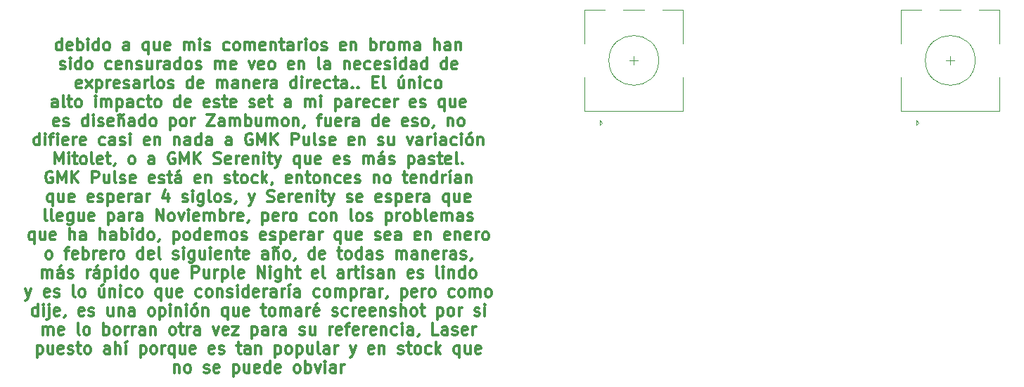
<source format=gbr>
%TF.GenerationSoftware,KiCad,Pcbnew,(5.99.0-11539-gc946070005)*%
%TF.CreationDate,2021-09-05T12:57:38-05:00*%
%TF.ProjectId,QS-09,51532d30-392e-46b6-9963-61645f706362,rev?*%
%TF.SameCoordinates,Original*%
%TF.FileFunction,Legend,Top*%
%TF.FilePolarity,Positive*%
%FSLAX46Y46*%
G04 Gerber Fmt 4.6, Leading zero omitted, Abs format (unit mm)*
G04 Created by KiCad (PCBNEW (5.99.0-11539-gc946070005)) date 2021-09-05 12:57:38*
%MOMM*%
%LPD*%
G01*
G04 APERTURE LIST*
%ADD10C,0.300000*%
%ADD11C,0.120000*%
G04 APERTURE END LIST*
D10*
X30335714Y-24169680D02*
X30335714Y-22749680D01*
X30335714Y-24102061D02*
X30200476Y-24169680D01*
X29929999Y-24169680D01*
X29794761Y-24102061D01*
X29727142Y-24034442D01*
X29659523Y-23899204D01*
X29659523Y-23493490D01*
X29727142Y-23358252D01*
X29794761Y-23290633D01*
X29929999Y-23223014D01*
X30200476Y-23223014D01*
X30335714Y-23290633D01*
X31552857Y-24102061D02*
X31417619Y-24169680D01*
X31147142Y-24169680D01*
X31011904Y-24102061D01*
X30944285Y-23966823D01*
X30944285Y-23425871D01*
X31011904Y-23290633D01*
X31147142Y-23223014D01*
X31417619Y-23223014D01*
X31552857Y-23290633D01*
X31620476Y-23425871D01*
X31620476Y-23561109D01*
X30944285Y-23696347D01*
X32229047Y-24169680D02*
X32229047Y-22749680D01*
X32229047Y-23290633D02*
X32364285Y-23223014D01*
X32634761Y-23223014D01*
X32769999Y-23290633D01*
X32837619Y-23358252D01*
X32905238Y-23493490D01*
X32905238Y-23899204D01*
X32837619Y-24034442D01*
X32769999Y-24102061D01*
X32634761Y-24169680D01*
X32364285Y-24169680D01*
X32229047Y-24102061D01*
X33513809Y-24169680D02*
X33513809Y-23223014D01*
X33513809Y-22749680D02*
X33446190Y-22817300D01*
X33513809Y-22884919D01*
X33581428Y-22817300D01*
X33513809Y-22749680D01*
X33513809Y-22884919D01*
X34798571Y-24169680D02*
X34798571Y-22749680D01*
X34798571Y-24102061D02*
X34663333Y-24169680D01*
X34392857Y-24169680D01*
X34257619Y-24102061D01*
X34189999Y-24034442D01*
X34122380Y-23899204D01*
X34122380Y-23493490D01*
X34189999Y-23358252D01*
X34257619Y-23290633D01*
X34392857Y-23223014D01*
X34663333Y-23223014D01*
X34798571Y-23290633D01*
X35677619Y-24169680D02*
X35542380Y-24102061D01*
X35474761Y-24034442D01*
X35407142Y-23899204D01*
X35407142Y-23493490D01*
X35474761Y-23358252D01*
X35542380Y-23290633D01*
X35677619Y-23223014D01*
X35880476Y-23223014D01*
X36015714Y-23290633D01*
X36083333Y-23358252D01*
X36150952Y-23493490D01*
X36150952Y-23899204D01*
X36083333Y-24034442D01*
X36015714Y-24102061D01*
X35880476Y-24169680D01*
X35677619Y-24169680D01*
X38449999Y-24169680D02*
X38449999Y-23425871D01*
X38382380Y-23290633D01*
X38247142Y-23223014D01*
X37976666Y-23223014D01*
X37841428Y-23290633D01*
X38449999Y-24102061D02*
X38314761Y-24169680D01*
X37976666Y-24169680D01*
X37841428Y-24102061D01*
X37773809Y-23966823D01*
X37773809Y-23831585D01*
X37841428Y-23696347D01*
X37976666Y-23628728D01*
X38314761Y-23628728D01*
X38449999Y-23561109D01*
X40816666Y-23223014D02*
X40816666Y-24643014D01*
X40816666Y-24102061D02*
X40681428Y-24169680D01*
X40410952Y-24169680D01*
X40275714Y-24102061D01*
X40208095Y-24034442D01*
X40140476Y-23899204D01*
X40140476Y-23493490D01*
X40208095Y-23358252D01*
X40275714Y-23290633D01*
X40410952Y-23223014D01*
X40681428Y-23223014D01*
X40816666Y-23290633D01*
X42101428Y-23223014D02*
X42101428Y-24169680D01*
X41492857Y-23223014D02*
X41492857Y-23966823D01*
X41560476Y-24102061D01*
X41695714Y-24169680D01*
X41898571Y-24169680D01*
X42033809Y-24102061D01*
X42101428Y-24034442D01*
X43318571Y-24102061D02*
X43183333Y-24169680D01*
X42912857Y-24169680D01*
X42777619Y-24102061D01*
X42709999Y-23966823D01*
X42709999Y-23425871D01*
X42777619Y-23290633D01*
X42912857Y-23223014D01*
X43183333Y-23223014D01*
X43318571Y-23290633D01*
X43386190Y-23425871D01*
X43386190Y-23561109D01*
X42709999Y-23696347D01*
X45076666Y-24169680D02*
X45076666Y-23223014D01*
X45076666Y-23358252D02*
X45144285Y-23290633D01*
X45279523Y-23223014D01*
X45482380Y-23223014D01*
X45617619Y-23290633D01*
X45685238Y-23425871D01*
X45685238Y-24169680D01*
X45685238Y-23425871D02*
X45752857Y-23290633D01*
X45888095Y-23223014D01*
X46090952Y-23223014D01*
X46226190Y-23290633D01*
X46293809Y-23425871D01*
X46293809Y-24169680D01*
X46969999Y-24169680D02*
X46969999Y-23223014D01*
X46969999Y-22749680D02*
X46902380Y-22817300D01*
X46969999Y-22884919D01*
X47037619Y-22817300D01*
X46969999Y-22749680D01*
X46969999Y-22884919D01*
X47578571Y-24102061D02*
X47713809Y-24169680D01*
X47984285Y-24169680D01*
X48119523Y-24102061D01*
X48187142Y-23966823D01*
X48187142Y-23899204D01*
X48119523Y-23763966D01*
X47984285Y-23696347D01*
X47781428Y-23696347D01*
X47646190Y-23628728D01*
X47578571Y-23493490D01*
X47578571Y-23425871D01*
X47646190Y-23290633D01*
X47781428Y-23223014D01*
X47984285Y-23223014D01*
X48119523Y-23290633D01*
X50486190Y-24102061D02*
X50350952Y-24169680D01*
X50080476Y-24169680D01*
X49945238Y-24102061D01*
X49877619Y-24034442D01*
X49809999Y-23899204D01*
X49809999Y-23493490D01*
X49877619Y-23358252D01*
X49945238Y-23290633D01*
X50080476Y-23223014D01*
X50350952Y-23223014D01*
X50486190Y-23290633D01*
X51297619Y-24169680D02*
X51162380Y-24102061D01*
X51094761Y-24034442D01*
X51027142Y-23899204D01*
X51027142Y-23493490D01*
X51094761Y-23358252D01*
X51162380Y-23290633D01*
X51297619Y-23223014D01*
X51500476Y-23223014D01*
X51635714Y-23290633D01*
X51703333Y-23358252D01*
X51770952Y-23493490D01*
X51770952Y-23899204D01*
X51703333Y-24034442D01*
X51635714Y-24102061D01*
X51500476Y-24169680D01*
X51297619Y-24169680D01*
X52379523Y-24169680D02*
X52379523Y-23223014D01*
X52379523Y-23358252D02*
X52447142Y-23290633D01*
X52582380Y-23223014D01*
X52785238Y-23223014D01*
X52920476Y-23290633D01*
X52988095Y-23425871D01*
X52988095Y-24169680D01*
X52988095Y-23425871D02*
X53055714Y-23290633D01*
X53190952Y-23223014D01*
X53393809Y-23223014D01*
X53529047Y-23290633D01*
X53596666Y-23425871D01*
X53596666Y-24169680D01*
X54813809Y-24102061D02*
X54678571Y-24169680D01*
X54408095Y-24169680D01*
X54272857Y-24102061D01*
X54205238Y-23966823D01*
X54205238Y-23425871D01*
X54272857Y-23290633D01*
X54408095Y-23223014D01*
X54678571Y-23223014D01*
X54813809Y-23290633D01*
X54881428Y-23425871D01*
X54881428Y-23561109D01*
X54205238Y-23696347D01*
X55489999Y-23223014D02*
X55489999Y-24169680D01*
X55489999Y-23358252D02*
X55557619Y-23290633D01*
X55692857Y-23223014D01*
X55895714Y-23223014D01*
X56030952Y-23290633D01*
X56098571Y-23425871D01*
X56098571Y-24169680D01*
X56571904Y-23223014D02*
X57112857Y-23223014D01*
X56774761Y-22749680D02*
X56774761Y-23966823D01*
X56842380Y-24102061D01*
X56977619Y-24169680D01*
X57112857Y-24169680D01*
X58194761Y-24169680D02*
X58194761Y-23425871D01*
X58127142Y-23290633D01*
X57991904Y-23223014D01*
X57721428Y-23223014D01*
X57586190Y-23290633D01*
X58194761Y-24102061D02*
X58059523Y-24169680D01*
X57721428Y-24169680D01*
X57586190Y-24102061D01*
X57518571Y-23966823D01*
X57518571Y-23831585D01*
X57586190Y-23696347D01*
X57721428Y-23628728D01*
X58059523Y-23628728D01*
X58194761Y-23561109D01*
X58870952Y-24169680D02*
X58870952Y-23223014D01*
X58870952Y-23493490D02*
X58938571Y-23358252D01*
X59006190Y-23290633D01*
X59141428Y-23223014D01*
X59276666Y-23223014D01*
X59749999Y-24169680D02*
X59749999Y-23223014D01*
X59749999Y-22749680D02*
X59682380Y-22817300D01*
X59749999Y-22884919D01*
X59817619Y-22817300D01*
X59749999Y-22749680D01*
X59749999Y-22884919D01*
X60629047Y-24169680D02*
X60493809Y-24102061D01*
X60426190Y-24034442D01*
X60358571Y-23899204D01*
X60358571Y-23493490D01*
X60426190Y-23358252D01*
X60493809Y-23290633D01*
X60629047Y-23223014D01*
X60831904Y-23223014D01*
X60967142Y-23290633D01*
X61034761Y-23358252D01*
X61102380Y-23493490D01*
X61102380Y-23899204D01*
X61034761Y-24034442D01*
X60967142Y-24102061D01*
X60831904Y-24169680D01*
X60629047Y-24169680D01*
X61643333Y-24102061D02*
X61778571Y-24169680D01*
X62049047Y-24169680D01*
X62184285Y-24102061D01*
X62251904Y-23966823D01*
X62251904Y-23899204D01*
X62184285Y-23763966D01*
X62049047Y-23696347D01*
X61846190Y-23696347D01*
X61710952Y-23628728D01*
X61643333Y-23493490D01*
X61643333Y-23425871D01*
X61710952Y-23290633D01*
X61846190Y-23223014D01*
X62049047Y-23223014D01*
X62184285Y-23290633D01*
X64483333Y-24102061D02*
X64348095Y-24169680D01*
X64077619Y-24169680D01*
X63942380Y-24102061D01*
X63874761Y-23966823D01*
X63874761Y-23425871D01*
X63942380Y-23290633D01*
X64077619Y-23223014D01*
X64348095Y-23223014D01*
X64483333Y-23290633D01*
X64550952Y-23425871D01*
X64550952Y-23561109D01*
X63874761Y-23696347D01*
X65159523Y-23223014D02*
X65159523Y-24169680D01*
X65159523Y-23358252D02*
X65227142Y-23290633D01*
X65362380Y-23223014D01*
X65565238Y-23223014D01*
X65700476Y-23290633D01*
X65768095Y-23425871D01*
X65768095Y-24169680D01*
X67526190Y-24169680D02*
X67526190Y-22749680D01*
X67526190Y-23290633D02*
X67661428Y-23223014D01*
X67931904Y-23223014D01*
X68067142Y-23290633D01*
X68134761Y-23358252D01*
X68202380Y-23493490D01*
X68202380Y-23899204D01*
X68134761Y-24034442D01*
X68067142Y-24102061D01*
X67931904Y-24169680D01*
X67661428Y-24169680D01*
X67526190Y-24102061D01*
X68810952Y-24169680D02*
X68810952Y-23223014D01*
X68810952Y-23493490D02*
X68878571Y-23358252D01*
X68946190Y-23290633D01*
X69081428Y-23223014D01*
X69216666Y-23223014D01*
X69892857Y-24169680D02*
X69757619Y-24102061D01*
X69689999Y-24034442D01*
X69622380Y-23899204D01*
X69622380Y-23493490D01*
X69689999Y-23358252D01*
X69757619Y-23290633D01*
X69892857Y-23223014D01*
X70095714Y-23223014D01*
X70230952Y-23290633D01*
X70298571Y-23358252D01*
X70366190Y-23493490D01*
X70366190Y-23899204D01*
X70298571Y-24034442D01*
X70230952Y-24102061D01*
X70095714Y-24169680D01*
X69892857Y-24169680D01*
X70974761Y-24169680D02*
X70974761Y-23223014D01*
X70974761Y-23358252D02*
X71042380Y-23290633D01*
X71177619Y-23223014D01*
X71380476Y-23223014D01*
X71515714Y-23290633D01*
X71583333Y-23425871D01*
X71583333Y-24169680D01*
X71583333Y-23425871D02*
X71650952Y-23290633D01*
X71786190Y-23223014D01*
X71989047Y-23223014D01*
X72124285Y-23290633D01*
X72191904Y-23425871D01*
X72191904Y-24169680D01*
X73476666Y-24169680D02*
X73476666Y-23425871D01*
X73409047Y-23290633D01*
X73273809Y-23223014D01*
X73003333Y-23223014D01*
X72868095Y-23290633D01*
X73476666Y-24102061D02*
X73341428Y-24169680D01*
X73003333Y-24169680D01*
X72868095Y-24102061D01*
X72800476Y-23966823D01*
X72800476Y-23831585D01*
X72868095Y-23696347D01*
X73003333Y-23628728D01*
X73341428Y-23628728D01*
X73476666Y-23561109D01*
X75234761Y-24169680D02*
X75234761Y-22749680D01*
X75843333Y-24169680D02*
X75843333Y-23425871D01*
X75775714Y-23290633D01*
X75640476Y-23223014D01*
X75437619Y-23223014D01*
X75302380Y-23290633D01*
X75234761Y-23358252D01*
X77128095Y-24169680D02*
X77128095Y-23425871D01*
X77060476Y-23290633D01*
X76925238Y-23223014D01*
X76654761Y-23223014D01*
X76519523Y-23290633D01*
X77128095Y-24102061D02*
X76992857Y-24169680D01*
X76654761Y-24169680D01*
X76519523Y-24102061D01*
X76451904Y-23966823D01*
X76451904Y-23831585D01*
X76519523Y-23696347D01*
X76654761Y-23628728D01*
X76992857Y-23628728D01*
X77128095Y-23561109D01*
X77804285Y-23223014D02*
X77804285Y-24169680D01*
X77804285Y-23358252D02*
X77871904Y-23290633D01*
X78007142Y-23223014D01*
X78209999Y-23223014D01*
X78345238Y-23290633D01*
X78412857Y-23425871D01*
X78412857Y-24169680D01*
X30166666Y-26388261D02*
X30301904Y-26455880D01*
X30572380Y-26455880D01*
X30707619Y-26388261D01*
X30775238Y-26253023D01*
X30775238Y-26185404D01*
X30707619Y-26050166D01*
X30572380Y-25982547D01*
X30369523Y-25982547D01*
X30234285Y-25914928D01*
X30166666Y-25779690D01*
X30166666Y-25712071D01*
X30234285Y-25576833D01*
X30369523Y-25509214D01*
X30572380Y-25509214D01*
X30707619Y-25576833D01*
X31383809Y-26455880D02*
X31383809Y-25509214D01*
X31383809Y-25035880D02*
X31316190Y-25103500D01*
X31383809Y-25171119D01*
X31451428Y-25103500D01*
X31383809Y-25035880D01*
X31383809Y-25171119D01*
X32668571Y-26455880D02*
X32668571Y-25035880D01*
X32668571Y-26388261D02*
X32533333Y-26455880D01*
X32262857Y-26455880D01*
X32127619Y-26388261D01*
X32059999Y-26320642D01*
X31992380Y-26185404D01*
X31992380Y-25779690D01*
X32059999Y-25644452D01*
X32127619Y-25576833D01*
X32262857Y-25509214D01*
X32533333Y-25509214D01*
X32668571Y-25576833D01*
X33547619Y-26455880D02*
X33412380Y-26388261D01*
X33344761Y-26320642D01*
X33277142Y-26185404D01*
X33277142Y-25779690D01*
X33344761Y-25644452D01*
X33412380Y-25576833D01*
X33547619Y-25509214D01*
X33750476Y-25509214D01*
X33885714Y-25576833D01*
X33953333Y-25644452D01*
X34020952Y-25779690D01*
X34020952Y-26185404D01*
X33953333Y-26320642D01*
X33885714Y-26388261D01*
X33750476Y-26455880D01*
X33547619Y-26455880D01*
X36320000Y-26388261D02*
X36184761Y-26455880D01*
X35914285Y-26455880D01*
X35779047Y-26388261D01*
X35711428Y-26320642D01*
X35643809Y-26185404D01*
X35643809Y-25779690D01*
X35711428Y-25644452D01*
X35779047Y-25576833D01*
X35914285Y-25509214D01*
X36184761Y-25509214D01*
X36320000Y-25576833D01*
X37469523Y-26388261D02*
X37334285Y-26455880D01*
X37063809Y-26455880D01*
X36928571Y-26388261D01*
X36860952Y-26253023D01*
X36860952Y-25712071D01*
X36928571Y-25576833D01*
X37063809Y-25509214D01*
X37334285Y-25509214D01*
X37469523Y-25576833D01*
X37537142Y-25712071D01*
X37537142Y-25847309D01*
X36860952Y-25982547D01*
X38145714Y-25509214D02*
X38145714Y-26455880D01*
X38145714Y-25644452D02*
X38213333Y-25576833D01*
X38348571Y-25509214D01*
X38551428Y-25509214D01*
X38686666Y-25576833D01*
X38754285Y-25712071D01*
X38754285Y-26455880D01*
X39362857Y-26388261D02*
X39498095Y-26455880D01*
X39768571Y-26455880D01*
X39903809Y-26388261D01*
X39971428Y-26253023D01*
X39971428Y-26185404D01*
X39903809Y-26050166D01*
X39768571Y-25982547D01*
X39565714Y-25982547D01*
X39430476Y-25914928D01*
X39362857Y-25779690D01*
X39362857Y-25712071D01*
X39430476Y-25576833D01*
X39565714Y-25509214D01*
X39768571Y-25509214D01*
X39903809Y-25576833D01*
X41188571Y-25509214D02*
X41188571Y-26455880D01*
X40580000Y-25509214D02*
X40580000Y-26253023D01*
X40647619Y-26388261D01*
X40782857Y-26455880D01*
X40985714Y-26455880D01*
X41120952Y-26388261D01*
X41188571Y-26320642D01*
X41864761Y-26455880D02*
X41864761Y-25509214D01*
X41864761Y-25779690D02*
X41932380Y-25644452D01*
X42000000Y-25576833D01*
X42135238Y-25509214D01*
X42270476Y-25509214D01*
X43352380Y-26455880D02*
X43352380Y-25712071D01*
X43284761Y-25576833D01*
X43149523Y-25509214D01*
X42879047Y-25509214D01*
X42743809Y-25576833D01*
X43352380Y-26388261D02*
X43217142Y-26455880D01*
X42879047Y-26455880D01*
X42743809Y-26388261D01*
X42676190Y-26253023D01*
X42676190Y-26117785D01*
X42743809Y-25982547D01*
X42879047Y-25914928D01*
X43217142Y-25914928D01*
X43352380Y-25847309D01*
X44637142Y-26455880D02*
X44637142Y-25035880D01*
X44637142Y-26388261D02*
X44501904Y-26455880D01*
X44231428Y-26455880D01*
X44096190Y-26388261D01*
X44028571Y-26320642D01*
X43960952Y-26185404D01*
X43960952Y-25779690D01*
X44028571Y-25644452D01*
X44096190Y-25576833D01*
X44231428Y-25509214D01*
X44501904Y-25509214D01*
X44637142Y-25576833D01*
X45516190Y-26455880D02*
X45380952Y-26388261D01*
X45313333Y-26320642D01*
X45245714Y-26185404D01*
X45245714Y-25779690D01*
X45313333Y-25644452D01*
X45380952Y-25576833D01*
X45516190Y-25509214D01*
X45719047Y-25509214D01*
X45854285Y-25576833D01*
X45921904Y-25644452D01*
X45989523Y-25779690D01*
X45989523Y-26185404D01*
X45921904Y-26320642D01*
X45854285Y-26388261D01*
X45719047Y-26455880D01*
X45516190Y-26455880D01*
X46530476Y-26388261D02*
X46665714Y-26455880D01*
X46936190Y-26455880D01*
X47071428Y-26388261D01*
X47139047Y-26253023D01*
X47139047Y-26185404D01*
X47071428Y-26050166D01*
X46936190Y-25982547D01*
X46733333Y-25982547D01*
X46598095Y-25914928D01*
X46530476Y-25779690D01*
X46530476Y-25712071D01*
X46598095Y-25576833D01*
X46733333Y-25509214D01*
X46936190Y-25509214D01*
X47071428Y-25576833D01*
X48829523Y-26455880D02*
X48829523Y-25509214D01*
X48829523Y-25644452D02*
X48897142Y-25576833D01*
X49032380Y-25509214D01*
X49235238Y-25509214D01*
X49370476Y-25576833D01*
X49438095Y-25712071D01*
X49438095Y-26455880D01*
X49438095Y-25712071D02*
X49505714Y-25576833D01*
X49640952Y-25509214D01*
X49843809Y-25509214D01*
X49979047Y-25576833D01*
X50046666Y-25712071D01*
X50046666Y-26455880D01*
X51263809Y-26388261D02*
X51128571Y-26455880D01*
X50858095Y-26455880D01*
X50722857Y-26388261D01*
X50655238Y-26253023D01*
X50655238Y-25712071D01*
X50722857Y-25576833D01*
X50858095Y-25509214D01*
X51128571Y-25509214D01*
X51263809Y-25576833D01*
X51331428Y-25712071D01*
X51331428Y-25847309D01*
X50655238Y-25982547D01*
X52886666Y-25509214D02*
X53224761Y-26455880D01*
X53562857Y-25509214D01*
X54644761Y-26388261D02*
X54509523Y-26455880D01*
X54239047Y-26455880D01*
X54103809Y-26388261D01*
X54036190Y-26253023D01*
X54036190Y-25712071D01*
X54103809Y-25576833D01*
X54239047Y-25509214D01*
X54509523Y-25509214D01*
X54644761Y-25576833D01*
X54712380Y-25712071D01*
X54712380Y-25847309D01*
X54036190Y-25982547D01*
X55523809Y-26455880D02*
X55388571Y-26388261D01*
X55320952Y-26320642D01*
X55253333Y-26185404D01*
X55253333Y-25779690D01*
X55320952Y-25644452D01*
X55388571Y-25576833D01*
X55523809Y-25509214D01*
X55726666Y-25509214D01*
X55861904Y-25576833D01*
X55929523Y-25644452D01*
X55997142Y-25779690D01*
X55997142Y-26185404D01*
X55929523Y-26320642D01*
X55861904Y-26388261D01*
X55726666Y-26455880D01*
X55523809Y-26455880D01*
X58228571Y-26388261D02*
X58093333Y-26455880D01*
X57822857Y-26455880D01*
X57687619Y-26388261D01*
X57619999Y-26253023D01*
X57619999Y-25712071D01*
X57687619Y-25576833D01*
X57822857Y-25509214D01*
X58093333Y-25509214D01*
X58228571Y-25576833D01*
X58296190Y-25712071D01*
X58296190Y-25847309D01*
X57619999Y-25982547D01*
X58904761Y-25509214D02*
X58904761Y-26455880D01*
X58904761Y-25644452D02*
X58972380Y-25576833D01*
X59107619Y-25509214D01*
X59310476Y-25509214D01*
X59445714Y-25576833D01*
X59513333Y-25712071D01*
X59513333Y-26455880D01*
X61474285Y-26455880D02*
X61339047Y-26388261D01*
X61271428Y-26253023D01*
X61271428Y-25035880D01*
X62623809Y-26455880D02*
X62623809Y-25712071D01*
X62556190Y-25576833D01*
X62420952Y-25509214D01*
X62150476Y-25509214D01*
X62015238Y-25576833D01*
X62623809Y-26388261D02*
X62488571Y-26455880D01*
X62150476Y-26455880D01*
X62015238Y-26388261D01*
X61947619Y-26253023D01*
X61947619Y-26117785D01*
X62015238Y-25982547D01*
X62150476Y-25914928D01*
X62488571Y-25914928D01*
X62623809Y-25847309D01*
X64381904Y-25509214D02*
X64381904Y-26455880D01*
X64381904Y-25644452D02*
X64449523Y-25576833D01*
X64584761Y-25509214D01*
X64787619Y-25509214D01*
X64922857Y-25576833D01*
X64990476Y-25712071D01*
X64990476Y-26455880D01*
X66207619Y-26388261D02*
X66072380Y-26455880D01*
X65801904Y-26455880D01*
X65666666Y-26388261D01*
X65599047Y-26253023D01*
X65599047Y-25712071D01*
X65666666Y-25576833D01*
X65801904Y-25509214D01*
X66072380Y-25509214D01*
X66207619Y-25576833D01*
X66275238Y-25712071D01*
X66275238Y-25847309D01*
X65599047Y-25982547D01*
X67492380Y-26388261D02*
X67357142Y-26455880D01*
X67086666Y-26455880D01*
X66951428Y-26388261D01*
X66883809Y-26320642D01*
X66816190Y-26185404D01*
X66816190Y-25779690D01*
X66883809Y-25644452D01*
X66951428Y-25576833D01*
X67086666Y-25509214D01*
X67357142Y-25509214D01*
X67492380Y-25576833D01*
X68641904Y-26388261D02*
X68506666Y-26455880D01*
X68236190Y-26455880D01*
X68100952Y-26388261D01*
X68033333Y-26253023D01*
X68033333Y-25712071D01*
X68100952Y-25576833D01*
X68236190Y-25509214D01*
X68506666Y-25509214D01*
X68641904Y-25576833D01*
X68709523Y-25712071D01*
X68709523Y-25847309D01*
X68033333Y-25982547D01*
X69250476Y-26388261D02*
X69385714Y-26455880D01*
X69656190Y-26455880D01*
X69791428Y-26388261D01*
X69859047Y-26253023D01*
X69859047Y-26185404D01*
X69791428Y-26050166D01*
X69656190Y-25982547D01*
X69453333Y-25982547D01*
X69318095Y-25914928D01*
X69250476Y-25779690D01*
X69250476Y-25712071D01*
X69318095Y-25576833D01*
X69453333Y-25509214D01*
X69656190Y-25509214D01*
X69791428Y-25576833D01*
X70467619Y-26455880D02*
X70467619Y-25509214D01*
X70467619Y-25035880D02*
X70399999Y-25103500D01*
X70467619Y-25171119D01*
X70535238Y-25103500D01*
X70467619Y-25035880D01*
X70467619Y-25171119D01*
X71752380Y-26455880D02*
X71752380Y-25035880D01*
X71752380Y-26388261D02*
X71617142Y-26455880D01*
X71346666Y-26455880D01*
X71211428Y-26388261D01*
X71143809Y-26320642D01*
X71076190Y-26185404D01*
X71076190Y-25779690D01*
X71143809Y-25644452D01*
X71211428Y-25576833D01*
X71346666Y-25509214D01*
X71617142Y-25509214D01*
X71752380Y-25576833D01*
X73037142Y-26455880D02*
X73037142Y-25712071D01*
X72969523Y-25576833D01*
X72834285Y-25509214D01*
X72563809Y-25509214D01*
X72428571Y-25576833D01*
X73037142Y-26388261D02*
X72901904Y-26455880D01*
X72563809Y-26455880D01*
X72428571Y-26388261D01*
X72360952Y-26253023D01*
X72360952Y-26117785D01*
X72428571Y-25982547D01*
X72563809Y-25914928D01*
X72901904Y-25914928D01*
X73037142Y-25847309D01*
X74321904Y-26455880D02*
X74321904Y-25035880D01*
X74321904Y-26388261D02*
X74186666Y-26455880D01*
X73916190Y-26455880D01*
X73780952Y-26388261D01*
X73713333Y-26320642D01*
X73645714Y-26185404D01*
X73645714Y-25779690D01*
X73713333Y-25644452D01*
X73780952Y-25576833D01*
X73916190Y-25509214D01*
X74186666Y-25509214D01*
X74321904Y-25576833D01*
X76688571Y-26455880D02*
X76688571Y-25035880D01*
X76688571Y-26388261D02*
X76553333Y-26455880D01*
X76282857Y-26455880D01*
X76147619Y-26388261D01*
X76079999Y-26320642D01*
X76012380Y-26185404D01*
X76012380Y-25779690D01*
X76079999Y-25644452D01*
X76147619Y-25576833D01*
X76282857Y-25509214D01*
X76553333Y-25509214D01*
X76688571Y-25576833D01*
X77905714Y-26388261D02*
X77770476Y-26455880D01*
X77499999Y-26455880D01*
X77364761Y-26388261D01*
X77297142Y-26253023D01*
X77297142Y-25712071D01*
X77364761Y-25576833D01*
X77499999Y-25509214D01*
X77770476Y-25509214D01*
X77905714Y-25576833D01*
X77973333Y-25712071D01*
X77973333Y-25847309D01*
X77297142Y-25982547D01*
X32702380Y-28674461D02*
X32567142Y-28742080D01*
X32296666Y-28742080D01*
X32161428Y-28674461D01*
X32093809Y-28539223D01*
X32093809Y-27998271D01*
X32161428Y-27863033D01*
X32296666Y-27795414D01*
X32567142Y-27795414D01*
X32702380Y-27863033D01*
X32770000Y-27998271D01*
X32770000Y-28133509D01*
X32093809Y-28268747D01*
X33243333Y-28742080D02*
X33987142Y-27795414D01*
X33243333Y-27795414D02*
X33987142Y-28742080D01*
X34528095Y-27795414D02*
X34528095Y-29215414D01*
X34528095Y-27863033D02*
X34663333Y-27795414D01*
X34933809Y-27795414D01*
X35069047Y-27863033D01*
X35136666Y-27930652D01*
X35204285Y-28065890D01*
X35204285Y-28471604D01*
X35136666Y-28606842D01*
X35069047Y-28674461D01*
X34933809Y-28742080D01*
X34663333Y-28742080D01*
X34528095Y-28674461D01*
X35812857Y-28742080D02*
X35812857Y-27795414D01*
X35812857Y-28065890D02*
X35880476Y-27930652D01*
X35948095Y-27863033D01*
X36083333Y-27795414D01*
X36218571Y-27795414D01*
X37232857Y-28674461D02*
X37097619Y-28742080D01*
X36827142Y-28742080D01*
X36691904Y-28674461D01*
X36624285Y-28539223D01*
X36624285Y-27998271D01*
X36691904Y-27863033D01*
X36827142Y-27795414D01*
X37097619Y-27795414D01*
X37232857Y-27863033D01*
X37300476Y-27998271D01*
X37300476Y-28133509D01*
X36624285Y-28268747D01*
X37841428Y-28674461D02*
X37976666Y-28742080D01*
X38247142Y-28742080D01*
X38382380Y-28674461D01*
X38450000Y-28539223D01*
X38450000Y-28471604D01*
X38382380Y-28336366D01*
X38247142Y-28268747D01*
X38044285Y-28268747D01*
X37909047Y-28201128D01*
X37841428Y-28065890D01*
X37841428Y-27998271D01*
X37909047Y-27863033D01*
X38044285Y-27795414D01*
X38247142Y-27795414D01*
X38382380Y-27863033D01*
X39667142Y-28742080D02*
X39667142Y-27998271D01*
X39599523Y-27863033D01*
X39464285Y-27795414D01*
X39193809Y-27795414D01*
X39058571Y-27863033D01*
X39667142Y-28674461D02*
X39531904Y-28742080D01*
X39193809Y-28742080D01*
X39058571Y-28674461D01*
X38990952Y-28539223D01*
X38990952Y-28403985D01*
X39058571Y-28268747D01*
X39193809Y-28201128D01*
X39531904Y-28201128D01*
X39667142Y-28133509D01*
X40343333Y-28742080D02*
X40343333Y-27795414D01*
X40343333Y-28065890D02*
X40410952Y-27930652D01*
X40478571Y-27863033D01*
X40613809Y-27795414D01*
X40749047Y-27795414D01*
X41425238Y-28742080D02*
X41290000Y-28674461D01*
X41222380Y-28539223D01*
X41222380Y-27322080D01*
X42169047Y-28742080D02*
X42033809Y-28674461D01*
X41966190Y-28606842D01*
X41898571Y-28471604D01*
X41898571Y-28065890D01*
X41966190Y-27930652D01*
X42033809Y-27863033D01*
X42169047Y-27795414D01*
X42371904Y-27795414D01*
X42507142Y-27863033D01*
X42574761Y-27930652D01*
X42642380Y-28065890D01*
X42642380Y-28471604D01*
X42574761Y-28606842D01*
X42507142Y-28674461D01*
X42371904Y-28742080D01*
X42169047Y-28742080D01*
X43183333Y-28674461D02*
X43318571Y-28742080D01*
X43589047Y-28742080D01*
X43724285Y-28674461D01*
X43791904Y-28539223D01*
X43791904Y-28471604D01*
X43724285Y-28336366D01*
X43589047Y-28268747D01*
X43386190Y-28268747D01*
X43250952Y-28201128D01*
X43183333Y-28065890D01*
X43183333Y-27998271D01*
X43250952Y-27863033D01*
X43386190Y-27795414D01*
X43589047Y-27795414D01*
X43724285Y-27863033D01*
X46090952Y-28742080D02*
X46090952Y-27322080D01*
X46090952Y-28674461D02*
X45955714Y-28742080D01*
X45685238Y-28742080D01*
X45550000Y-28674461D01*
X45482380Y-28606842D01*
X45414761Y-28471604D01*
X45414761Y-28065890D01*
X45482380Y-27930652D01*
X45550000Y-27863033D01*
X45685238Y-27795414D01*
X45955714Y-27795414D01*
X46090952Y-27863033D01*
X47308095Y-28674461D02*
X47172857Y-28742080D01*
X46902380Y-28742080D01*
X46767142Y-28674461D01*
X46699523Y-28539223D01*
X46699523Y-27998271D01*
X46767142Y-27863033D01*
X46902380Y-27795414D01*
X47172857Y-27795414D01*
X47308095Y-27863033D01*
X47375714Y-27998271D01*
X47375714Y-28133509D01*
X46699523Y-28268747D01*
X49066190Y-28742080D02*
X49066190Y-27795414D01*
X49066190Y-27930652D02*
X49133809Y-27863033D01*
X49269047Y-27795414D01*
X49471904Y-27795414D01*
X49607142Y-27863033D01*
X49674761Y-27998271D01*
X49674761Y-28742080D01*
X49674761Y-27998271D02*
X49742380Y-27863033D01*
X49877619Y-27795414D01*
X50080476Y-27795414D01*
X50215714Y-27863033D01*
X50283333Y-27998271D01*
X50283333Y-28742080D01*
X51568095Y-28742080D02*
X51568095Y-27998271D01*
X51500476Y-27863033D01*
X51365238Y-27795414D01*
X51094761Y-27795414D01*
X50959523Y-27863033D01*
X51568095Y-28674461D02*
X51432857Y-28742080D01*
X51094761Y-28742080D01*
X50959523Y-28674461D01*
X50891904Y-28539223D01*
X50891904Y-28403985D01*
X50959523Y-28268747D01*
X51094761Y-28201128D01*
X51432857Y-28201128D01*
X51568095Y-28133509D01*
X52244285Y-27795414D02*
X52244285Y-28742080D01*
X52244285Y-27930652D02*
X52311904Y-27863033D01*
X52447142Y-27795414D01*
X52649999Y-27795414D01*
X52785238Y-27863033D01*
X52852857Y-27998271D01*
X52852857Y-28742080D01*
X54069999Y-28674461D02*
X53934761Y-28742080D01*
X53664285Y-28742080D01*
X53529047Y-28674461D01*
X53461428Y-28539223D01*
X53461428Y-27998271D01*
X53529047Y-27863033D01*
X53664285Y-27795414D01*
X53934761Y-27795414D01*
X54069999Y-27863033D01*
X54137619Y-27998271D01*
X54137619Y-28133509D01*
X53461428Y-28268747D01*
X54746190Y-28742080D02*
X54746190Y-27795414D01*
X54746190Y-28065890D02*
X54813809Y-27930652D01*
X54881428Y-27863033D01*
X55016666Y-27795414D01*
X55151904Y-27795414D01*
X56233809Y-28742080D02*
X56233809Y-27998271D01*
X56166190Y-27863033D01*
X56030952Y-27795414D01*
X55760476Y-27795414D01*
X55625238Y-27863033D01*
X56233809Y-28674461D02*
X56098571Y-28742080D01*
X55760476Y-28742080D01*
X55625238Y-28674461D01*
X55557619Y-28539223D01*
X55557619Y-28403985D01*
X55625238Y-28268747D01*
X55760476Y-28201128D01*
X56098571Y-28201128D01*
X56233809Y-28133509D01*
X58600476Y-28742080D02*
X58600476Y-27322080D01*
X58600476Y-28674461D02*
X58465238Y-28742080D01*
X58194761Y-28742080D01*
X58059523Y-28674461D01*
X57991904Y-28606842D01*
X57924285Y-28471604D01*
X57924285Y-28065890D01*
X57991904Y-27930652D01*
X58059523Y-27863033D01*
X58194761Y-27795414D01*
X58465238Y-27795414D01*
X58600476Y-27863033D01*
X59276666Y-28742080D02*
X59276666Y-27795414D01*
X59276666Y-27322080D02*
X59209047Y-27389700D01*
X59276666Y-27457319D01*
X59344285Y-27389700D01*
X59276666Y-27322080D01*
X59276666Y-27457319D01*
X59952857Y-28742080D02*
X59952857Y-27795414D01*
X59952857Y-28065890D02*
X60020476Y-27930652D01*
X60088095Y-27863033D01*
X60223333Y-27795414D01*
X60358571Y-27795414D01*
X61372857Y-28674461D02*
X61237619Y-28742080D01*
X60967142Y-28742080D01*
X60831904Y-28674461D01*
X60764285Y-28539223D01*
X60764285Y-27998271D01*
X60831904Y-27863033D01*
X60967142Y-27795414D01*
X61237619Y-27795414D01*
X61372857Y-27863033D01*
X61440476Y-27998271D01*
X61440476Y-28133509D01*
X60764285Y-28268747D01*
X62657619Y-28674461D02*
X62522380Y-28742080D01*
X62251904Y-28742080D01*
X62116666Y-28674461D01*
X62049047Y-28606842D01*
X61981428Y-28471604D01*
X61981428Y-28065890D01*
X62049047Y-27930652D01*
X62116666Y-27863033D01*
X62251904Y-27795414D01*
X62522380Y-27795414D01*
X62657619Y-27863033D01*
X63063333Y-27795414D02*
X63604285Y-27795414D01*
X63266190Y-27322080D02*
X63266190Y-28539223D01*
X63333809Y-28674461D01*
X63469047Y-28742080D01*
X63604285Y-28742080D01*
X64686190Y-28742080D02*
X64686190Y-27998271D01*
X64618571Y-27863033D01*
X64483333Y-27795414D01*
X64212857Y-27795414D01*
X64077619Y-27863033D01*
X64686190Y-28674461D02*
X64550952Y-28742080D01*
X64212857Y-28742080D01*
X64077619Y-28674461D01*
X64009999Y-28539223D01*
X64009999Y-28403985D01*
X64077619Y-28268747D01*
X64212857Y-28201128D01*
X64550952Y-28201128D01*
X64686190Y-28133509D01*
X65362380Y-28606842D02*
X65429999Y-28674461D01*
X65362380Y-28742080D01*
X65294761Y-28674461D01*
X65362380Y-28606842D01*
X65362380Y-28742080D01*
X66038571Y-28606842D02*
X66106190Y-28674461D01*
X66038571Y-28742080D01*
X65970952Y-28674461D01*
X66038571Y-28606842D01*
X66038571Y-28742080D01*
X67796666Y-27998271D02*
X68270000Y-27998271D01*
X68472857Y-28742080D02*
X67796666Y-28742080D01*
X67796666Y-27322080D01*
X68472857Y-27322080D01*
X69284285Y-28742080D02*
X69149047Y-28674461D01*
X69081428Y-28539223D01*
X69081428Y-27322080D01*
X71515714Y-27795414D02*
X71515714Y-28742080D01*
X70907142Y-27795414D02*
X70907142Y-28539223D01*
X70974761Y-28674461D01*
X71109999Y-28742080D01*
X71312857Y-28742080D01*
X71448095Y-28674461D01*
X71515714Y-28606842D01*
X71380476Y-27254461D02*
X71177619Y-27457319D01*
X72191904Y-27795414D02*
X72191904Y-28742080D01*
X72191904Y-27930652D02*
X72259523Y-27863033D01*
X72394761Y-27795414D01*
X72597619Y-27795414D01*
X72732857Y-27863033D01*
X72800476Y-27998271D01*
X72800476Y-28742080D01*
X73476666Y-28742080D02*
X73476666Y-27795414D01*
X73476666Y-27322080D02*
X73409047Y-27389700D01*
X73476666Y-27457319D01*
X73544285Y-27389700D01*
X73476666Y-27322080D01*
X73476666Y-27457319D01*
X74761428Y-28674461D02*
X74626190Y-28742080D01*
X74355714Y-28742080D01*
X74220476Y-28674461D01*
X74152857Y-28606842D01*
X74085238Y-28471604D01*
X74085238Y-28065890D01*
X74152857Y-27930652D01*
X74220476Y-27863033D01*
X74355714Y-27795414D01*
X74626190Y-27795414D01*
X74761428Y-27863033D01*
X75572857Y-28742080D02*
X75437619Y-28674461D01*
X75369999Y-28606842D01*
X75302380Y-28471604D01*
X75302380Y-28065890D01*
X75369999Y-27930652D01*
X75437619Y-27863033D01*
X75572857Y-27795414D01*
X75775714Y-27795414D01*
X75910952Y-27863033D01*
X75978571Y-27930652D01*
X76046190Y-28065890D01*
X76046190Y-28471604D01*
X75978571Y-28606842D01*
X75910952Y-28674461D01*
X75775714Y-28742080D01*
X75572857Y-28742080D01*
X29828571Y-31028280D02*
X29828571Y-30284471D01*
X29760952Y-30149233D01*
X29625714Y-30081614D01*
X29355238Y-30081614D01*
X29219999Y-30149233D01*
X29828571Y-30960661D02*
X29693333Y-31028280D01*
X29355238Y-31028280D01*
X29219999Y-30960661D01*
X29152380Y-30825423D01*
X29152380Y-30690185D01*
X29219999Y-30554947D01*
X29355238Y-30487328D01*
X29693333Y-30487328D01*
X29828571Y-30419709D01*
X30707619Y-31028280D02*
X30572380Y-30960661D01*
X30504761Y-30825423D01*
X30504761Y-29608280D01*
X31045714Y-30081614D02*
X31586666Y-30081614D01*
X31248571Y-29608280D02*
X31248571Y-30825423D01*
X31316190Y-30960661D01*
X31451428Y-31028280D01*
X31586666Y-31028280D01*
X32262857Y-31028280D02*
X32127619Y-30960661D01*
X32059999Y-30893042D01*
X31992380Y-30757804D01*
X31992380Y-30352090D01*
X32059999Y-30216852D01*
X32127619Y-30149233D01*
X32262857Y-30081614D01*
X32465714Y-30081614D01*
X32600952Y-30149233D01*
X32668571Y-30216852D01*
X32736190Y-30352090D01*
X32736190Y-30757804D01*
X32668571Y-30893042D01*
X32600952Y-30960661D01*
X32465714Y-31028280D01*
X32262857Y-31028280D01*
X34426666Y-31028280D02*
X34426666Y-30081614D01*
X34426666Y-29608280D02*
X34359047Y-29675900D01*
X34426666Y-29743519D01*
X34494285Y-29675900D01*
X34426666Y-29608280D01*
X34426666Y-29743519D01*
X35102857Y-31028280D02*
X35102857Y-30081614D01*
X35102857Y-30216852D02*
X35170476Y-30149233D01*
X35305714Y-30081614D01*
X35508571Y-30081614D01*
X35643809Y-30149233D01*
X35711428Y-30284471D01*
X35711428Y-31028280D01*
X35711428Y-30284471D02*
X35779047Y-30149233D01*
X35914285Y-30081614D01*
X36117142Y-30081614D01*
X36252380Y-30149233D01*
X36319999Y-30284471D01*
X36319999Y-31028280D01*
X36996190Y-30081614D02*
X36996190Y-31501614D01*
X36996190Y-30149233D02*
X37131428Y-30081614D01*
X37401904Y-30081614D01*
X37537142Y-30149233D01*
X37604761Y-30216852D01*
X37672380Y-30352090D01*
X37672380Y-30757804D01*
X37604761Y-30893042D01*
X37537142Y-30960661D01*
X37401904Y-31028280D01*
X37131428Y-31028280D01*
X36996190Y-30960661D01*
X38889523Y-31028280D02*
X38889523Y-30284471D01*
X38821904Y-30149233D01*
X38686666Y-30081614D01*
X38416190Y-30081614D01*
X38280952Y-30149233D01*
X38889523Y-30960661D02*
X38754285Y-31028280D01*
X38416190Y-31028280D01*
X38280952Y-30960661D01*
X38213333Y-30825423D01*
X38213333Y-30690185D01*
X38280952Y-30554947D01*
X38416190Y-30487328D01*
X38754285Y-30487328D01*
X38889523Y-30419709D01*
X40174285Y-30960661D02*
X40039047Y-31028280D01*
X39768571Y-31028280D01*
X39633333Y-30960661D01*
X39565714Y-30893042D01*
X39498095Y-30757804D01*
X39498095Y-30352090D01*
X39565714Y-30216852D01*
X39633333Y-30149233D01*
X39768571Y-30081614D01*
X40039047Y-30081614D01*
X40174285Y-30149233D01*
X40579999Y-30081614D02*
X41120952Y-30081614D01*
X40782857Y-29608280D02*
X40782857Y-30825423D01*
X40850476Y-30960661D01*
X40985714Y-31028280D01*
X41120952Y-31028280D01*
X41797142Y-31028280D02*
X41661904Y-30960661D01*
X41594285Y-30893042D01*
X41526666Y-30757804D01*
X41526666Y-30352090D01*
X41594285Y-30216852D01*
X41661904Y-30149233D01*
X41797142Y-30081614D01*
X41999999Y-30081614D01*
X42135238Y-30149233D01*
X42202857Y-30216852D01*
X42270476Y-30352090D01*
X42270476Y-30757804D01*
X42202857Y-30893042D01*
X42135238Y-30960661D01*
X41999999Y-31028280D01*
X41797142Y-31028280D01*
X44569523Y-31028280D02*
X44569523Y-29608280D01*
X44569523Y-30960661D02*
X44434285Y-31028280D01*
X44163809Y-31028280D01*
X44028571Y-30960661D01*
X43960952Y-30893042D01*
X43893333Y-30757804D01*
X43893333Y-30352090D01*
X43960952Y-30216852D01*
X44028571Y-30149233D01*
X44163809Y-30081614D01*
X44434285Y-30081614D01*
X44569523Y-30149233D01*
X45786666Y-30960661D02*
X45651428Y-31028280D01*
X45380952Y-31028280D01*
X45245714Y-30960661D01*
X45178095Y-30825423D01*
X45178095Y-30284471D01*
X45245714Y-30149233D01*
X45380952Y-30081614D01*
X45651428Y-30081614D01*
X45786666Y-30149233D01*
X45854285Y-30284471D01*
X45854285Y-30419709D01*
X45178095Y-30554947D01*
X48085714Y-30960661D02*
X47950476Y-31028280D01*
X47679999Y-31028280D01*
X47544761Y-30960661D01*
X47477142Y-30825423D01*
X47477142Y-30284471D01*
X47544761Y-30149233D01*
X47679999Y-30081614D01*
X47950476Y-30081614D01*
X48085714Y-30149233D01*
X48153333Y-30284471D01*
X48153333Y-30419709D01*
X47477142Y-30554947D01*
X48694285Y-30960661D02*
X48829523Y-31028280D01*
X49099999Y-31028280D01*
X49235238Y-30960661D01*
X49302857Y-30825423D01*
X49302857Y-30757804D01*
X49235238Y-30622566D01*
X49099999Y-30554947D01*
X48897142Y-30554947D01*
X48761904Y-30487328D01*
X48694285Y-30352090D01*
X48694285Y-30284471D01*
X48761904Y-30149233D01*
X48897142Y-30081614D01*
X49099999Y-30081614D01*
X49235238Y-30149233D01*
X49708571Y-30081614D02*
X50249523Y-30081614D01*
X49911428Y-29608280D02*
X49911428Y-30825423D01*
X49979047Y-30960661D01*
X50114285Y-31028280D01*
X50249523Y-31028280D01*
X51263809Y-30960661D02*
X51128571Y-31028280D01*
X50858095Y-31028280D01*
X50722857Y-30960661D01*
X50655238Y-30825423D01*
X50655238Y-30284471D01*
X50722857Y-30149233D01*
X50858095Y-30081614D01*
X51128571Y-30081614D01*
X51263809Y-30149233D01*
X51331428Y-30284471D01*
X51331428Y-30419709D01*
X50655238Y-30554947D01*
X52954285Y-30960661D02*
X53089523Y-31028280D01*
X53359999Y-31028280D01*
X53495238Y-30960661D01*
X53562857Y-30825423D01*
X53562857Y-30757804D01*
X53495238Y-30622566D01*
X53359999Y-30554947D01*
X53157142Y-30554947D01*
X53021904Y-30487328D01*
X52954285Y-30352090D01*
X52954285Y-30284471D01*
X53021904Y-30149233D01*
X53157142Y-30081614D01*
X53359999Y-30081614D01*
X53495238Y-30149233D01*
X54712380Y-30960661D02*
X54577142Y-31028280D01*
X54306666Y-31028280D01*
X54171428Y-30960661D01*
X54103809Y-30825423D01*
X54103809Y-30284471D01*
X54171428Y-30149233D01*
X54306666Y-30081614D01*
X54577142Y-30081614D01*
X54712380Y-30149233D01*
X54779999Y-30284471D01*
X54779999Y-30419709D01*
X54103809Y-30554947D01*
X55185714Y-30081614D02*
X55726666Y-30081614D01*
X55388571Y-29608280D02*
X55388571Y-30825423D01*
X55456190Y-30960661D01*
X55591428Y-31028280D01*
X55726666Y-31028280D01*
X57890476Y-31028280D02*
X57890476Y-30284471D01*
X57822857Y-30149233D01*
X57687619Y-30081614D01*
X57417142Y-30081614D01*
X57281904Y-30149233D01*
X57890476Y-30960661D02*
X57755238Y-31028280D01*
X57417142Y-31028280D01*
X57281904Y-30960661D01*
X57214285Y-30825423D01*
X57214285Y-30690185D01*
X57281904Y-30554947D01*
X57417142Y-30487328D01*
X57755238Y-30487328D01*
X57890476Y-30419709D01*
X59648571Y-31028280D02*
X59648571Y-30081614D01*
X59648571Y-30216852D02*
X59716190Y-30149233D01*
X59851428Y-30081614D01*
X60054285Y-30081614D01*
X60189523Y-30149233D01*
X60257142Y-30284471D01*
X60257142Y-31028280D01*
X60257142Y-30284471D02*
X60324761Y-30149233D01*
X60459999Y-30081614D01*
X60662857Y-30081614D01*
X60798095Y-30149233D01*
X60865714Y-30284471D01*
X60865714Y-31028280D01*
X61541904Y-31028280D02*
X61541904Y-30081614D01*
X61541904Y-29608280D02*
X61474285Y-29675900D01*
X61541904Y-29743519D01*
X61609523Y-29675900D01*
X61541904Y-29608280D01*
X61541904Y-29743519D01*
X63299999Y-30081614D02*
X63299999Y-31501614D01*
X63299999Y-30149233D02*
X63435238Y-30081614D01*
X63705714Y-30081614D01*
X63840952Y-30149233D01*
X63908571Y-30216852D01*
X63976190Y-30352090D01*
X63976190Y-30757804D01*
X63908571Y-30893042D01*
X63840952Y-30960661D01*
X63705714Y-31028280D01*
X63435238Y-31028280D01*
X63299999Y-30960661D01*
X65193333Y-31028280D02*
X65193333Y-30284471D01*
X65125714Y-30149233D01*
X64990476Y-30081614D01*
X64719999Y-30081614D01*
X64584761Y-30149233D01*
X65193333Y-30960661D02*
X65058095Y-31028280D01*
X64719999Y-31028280D01*
X64584761Y-30960661D01*
X64517142Y-30825423D01*
X64517142Y-30690185D01*
X64584761Y-30554947D01*
X64719999Y-30487328D01*
X65058095Y-30487328D01*
X65193333Y-30419709D01*
X65869523Y-31028280D02*
X65869523Y-30081614D01*
X65869523Y-30352090D02*
X65937142Y-30216852D01*
X66004761Y-30149233D01*
X66139999Y-30081614D01*
X66275238Y-30081614D01*
X67289523Y-30960661D02*
X67154285Y-31028280D01*
X66883809Y-31028280D01*
X66748571Y-30960661D01*
X66680952Y-30825423D01*
X66680952Y-30284471D01*
X66748571Y-30149233D01*
X66883809Y-30081614D01*
X67154285Y-30081614D01*
X67289523Y-30149233D01*
X67357142Y-30284471D01*
X67357142Y-30419709D01*
X66680952Y-30554947D01*
X68574285Y-30960661D02*
X68439047Y-31028280D01*
X68168571Y-31028280D01*
X68033333Y-30960661D01*
X67965714Y-30893042D01*
X67898095Y-30757804D01*
X67898095Y-30352090D01*
X67965714Y-30216852D01*
X68033333Y-30149233D01*
X68168571Y-30081614D01*
X68439047Y-30081614D01*
X68574285Y-30149233D01*
X69723809Y-30960661D02*
X69588571Y-31028280D01*
X69318095Y-31028280D01*
X69182857Y-30960661D01*
X69115238Y-30825423D01*
X69115238Y-30284471D01*
X69182857Y-30149233D01*
X69318095Y-30081614D01*
X69588571Y-30081614D01*
X69723809Y-30149233D01*
X69791428Y-30284471D01*
X69791428Y-30419709D01*
X69115238Y-30554947D01*
X70399999Y-31028280D02*
X70399999Y-30081614D01*
X70399999Y-30352090D02*
X70467619Y-30216852D01*
X70535238Y-30149233D01*
X70670476Y-30081614D01*
X70805714Y-30081614D01*
X72901904Y-30960661D02*
X72766666Y-31028280D01*
X72496190Y-31028280D01*
X72360952Y-30960661D01*
X72293333Y-30825423D01*
X72293333Y-30284471D01*
X72360952Y-30149233D01*
X72496190Y-30081614D01*
X72766666Y-30081614D01*
X72901904Y-30149233D01*
X72969523Y-30284471D01*
X72969523Y-30419709D01*
X72293333Y-30554947D01*
X73510476Y-30960661D02*
X73645714Y-31028280D01*
X73916190Y-31028280D01*
X74051428Y-30960661D01*
X74119047Y-30825423D01*
X74119047Y-30757804D01*
X74051428Y-30622566D01*
X73916190Y-30554947D01*
X73713333Y-30554947D01*
X73578095Y-30487328D01*
X73510476Y-30352090D01*
X73510476Y-30284471D01*
X73578095Y-30149233D01*
X73713333Y-30081614D01*
X73916190Y-30081614D01*
X74051428Y-30149233D01*
X76418095Y-30081614D02*
X76418095Y-31501614D01*
X76418095Y-30960661D02*
X76282857Y-31028280D01*
X76012380Y-31028280D01*
X75877142Y-30960661D01*
X75809523Y-30893042D01*
X75741904Y-30757804D01*
X75741904Y-30352090D01*
X75809523Y-30216852D01*
X75877142Y-30149233D01*
X76012380Y-30081614D01*
X76282857Y-30081614D01*
X76418095Y-30149233D01*
X77702857Y-30081614D02*
X77702857Y-31028280D01*
X77094285Y-30081614D02*
X77094285Y-30825423D01*
X77161904Y-30960661D01*
X77297142Y-31028280D01*
X77499999Y-31028280D01*
X77635238Y-30960661D01*
X77702857Y-30893042D01*
X78919999Y-30960661D02*
X78784761Y-31028280D01*
X78514285Y-31028280D01*
X78379047Y-30960661D01*
X78311428Y-30825423D01*
X78311428Y-30284471D01*
X78379047Y-30149233D01*
X78514285Y-30081614D01*
X78784761Y-30081614D01*
X78919999Y-30149233D01*
X78987619Y-30284471D01*
X78987619Y-30419709D01*
X78311428Y-30554947D01*
X29963809Y-33246861D02*
X29828571Y-33314480D01*
X29558095Y-33314480D01*
X29422857Y-33246861D01*
X29355238Y-33111623D01*
X29355238Y-32570671D01*
X29422857Y-32435433D01*
X29558095Y-32367814D01*
X29828571Y-32367814D01*
X29963809Y-32435433D01*
X30031428Y-32570671D01*
X30031428Y-32705909D01*
X29355238Y-32841147D01*
X30572380Y-33246861D02*
X30707619Y-33314480D01*
X30978095Y-33314480D01*
X31113333Y-33246861D01*
X31180952Y-33111623D01*
X31180952Y-33044004D01*
X31113333Y-32908766D01*
X30978095Y-32841147D01*
X30775238Y-32841147D01*
X30640000Y-32773528D01*
X30572380Y-32638290D01*
X30572380Y-32570671D01*
X30640000Y-32435433D01*
X30775238Y-32367814D01*
X30978095Y-32367814D01*
X31113333Y-32435433D01*
X33480000Y-33314480D02*
X33480000Y-31894480D01*
X33480000Y-33246861D02*
X33344761Y-33314480D01*
X33074285Y-33314480D01*
X32939047Y-33246861D01*
X32871428Y-33179242D01*
X32803809Y-33044004D01*
X32803809Y-32638290D01*
X32871428Y-32503052D01*
X32939047Y-32435433D01*
X33074285Y-32367814D01*
X33344761Y-32367814D01*
X33480000Y-32435433D01*
X34156190Y-33314480D02*
X34156190Y-32367814D01*
X34156190Y-31894480D02*
X34088571Y-31962100D01*
X34156190Y-32029719D01*
X34223809Y-31962100D01*
X34156190Y-31894480D01*
X34156190Y-32029719D01*
X34764761Y-33246861D02*
X34900000Y-33314480D01*
X35170476Y-33314480D01*
X35305714Y-33246861D01*
X35373333Y-33111623D01*
X35373333Y-33044004D01*
X35305714Y-32908766D01*
X35170476Y-32841147D01*
X34967619Y-32841147D01*
X34832380Y-32773528D01*
X34764761Y-32638290D01*
X34764761Y-32570671D01*
X34832380Y-32435433D01*
X34967619Y-32367814D01*
X35170476Y-32367814D01*
X35305714Y-32435433D01*
X36522857Y-33246861D02*
X36387619Y-33314480D01*
X36117142Y-33314480D01*
X35981904Y-33246861D01*
X35914285Y-33111623D01*
X35914285Y-32570671D01*
X35981904Y-32435433D01*
X36117142Y-32367814D01*
X36387619Y-32367814D01*
X36522857Y-32435433D01*
X36590476Y-32570671D01*
X36590476Y-32705909D01*
X35914285Y-32841147D01*
X37199047Y-32367814D02*
X37199047Y-33314480D01*
X37199047Y-32503052D02*
X37266666Y-32435433D01*
X37401904Y-32367814D01*
X37604761Y-32367814D01*
X37740000Y-32435433D01*
X37807619Y-32570671D01*
X37807619Y-33314480D01*
X37131428Y-32029719D02*
X37199047Y-31962100D01*
X37334285Y-31894480D01*
X37604761Y-32029719D01*
X37740000Y-31962100D01*
X37807619Y-31894480D01*
X39092380Y-33314480D02*
X39092380Y-32570671D01*
X39024761Y-32435433D01*
X38889523Y-32367814D01*
X38619047Y-32367814D01*
X38483809Y-32435433D01*
X39092380Y-33246861D02*
X38957142Y-33314480D01*
X38619047Y-33314480D01*
X38483809Y-33246861D01*
X38416190Y-33111623D01*
X38416190Y-32976385D01*
X38483809Y-32841147D01*
X38619047Y-32773528D01*
X38957142Y-32773528D01*
X39092380Y-32705909D01*
X40377142Y-33314480D02*
X40377142Y-31894480D01*
X40377142Y-33246861D02*
X40241904Y-33314480D01*
X39971428Y-33314480D01*
X39836190Y-33246861D01*
X39768571Y-33179242D01*
X39700952Y-33044004D01*
X39700952Y-32638290D01*
X39768571Y-32503052D01*
X39836190Y-32435433D01*
X39971428Y-32367814D01*
X40241904Y-32367814D01*
X40377142Y-32435433D01*
X41256190Y-33314480D02*
X41120952Y-33246861D01*
X41053333Y-33179242D01*
X40985714Y-33044004D01*
X40985714Y-32638290D01*
X41053333Y-32503052D01*
X41120952Y-32435433D01*
X41256190Y-32367814D01*
X41459047Y-32367814D01*
X41594285Y-32435433D01*
X41661904Y-32503052D01*
X41729523Y-32638290D01*
X41729523Y-33044004D01*
X41661904Y-33179242D01*
X41594285Y-33246861D01*
X41459047Y-33314480D01*
X41256190Y-33314480D01*
X43420000Y-32367814D02*
X43420000Y-33787814D01*
X43420000Y-32435433D02*
X43555238Y-32367814D01*
X43825714Y-32367814D01*
X43960952Y-32435433D01*
X44028571Y-32503052D01*
X44096190Y-32638290D01*
X44096190Y-33044004D01*
X44028571Y-33179242D01*
X43960952Y-33246861D01*
X43825714Y-33314480D01*
X43555238Y-33314480D01*
X43420000Y-33246861D01*
X44907619Y-33314480D02*
X44772380Y-33246861D01*
X44704761Y-33179242D01*
X44637142Y-33044004D01*
X44637142Y-32638290D01*
X44704761Y-32503052D01*
X44772380Y-32435433D01*
X44907619Y-32367814D01*
X45110476Y-32367814D01*
X45245714Y-32435433D01*
X45313333Y-32503052D01*
X45380952Y-32638290D01*
X45380952Y-33044004D01*
X45313333Y-33179242D01*
X45245714Y-33246861D01*
X45110476Y-33314480D01*
X44907619Y-33314480D01*
X45989523Y-33314480D02*
X45989523Y-32367814D01*
X45989523Y-32638290D02*
X46057142Y-32503052D01*
X46124761Y-32435433D01*
X46260000Y-32367814D01*
X46395238Y-32367814D01*
X47815238Y-31894480D02*
X48761904Y-31894480D01*
X47815238Y-33314480D01*
X48761904Y-33314480D01*
X49911428Y-33314480D02*
X49911428Y-32570671D01*
X49843809Y-32435433D01*
X49708571Y-32367814D01*
X49438095Y-32367814D01*
X49302857Y-32435433D01*
X49911428Y-33246861D02*
X49776190Y-33314480D01*
X49438095Y-33314480D01*
X49302857Y-33246861D01*
X49235238Y-33111623D01*
X49235238Y-32976385D01*
X49302857Y-32841147D01*
X49438095Y-32773528D01*
X49776190Y-32773528D01*
X49911428Y-32705909D01*
X50587619Y-33314480D02*
X50587619Y-32367814D01*
X50587619Y-32503052D02*
X50655238Y-32435433D01*
X50790476Y-32367814D01*
X50993333Y-32367814D01*
X51128571Y-32435433D01*
X51196190Y-32570671D01*
X51196190Y-33314480D01*
X51196190Y-32570671D02*
X51263809Y-32435433D01*
X51399047Y-32367814D01*
X51601904Y-32367814D01*
X51737142Y-32435433D01*
X51804761Y-32570671D01*
X51804761Y-33314480D01*
X52480952Y-33314480D02*
X52480952Y-31894480D01*
X52480952Y-32435433D02*
X52616190Y-32367814D01*
X52886666Y-32367814D01*
X53021904Y-32435433D01*
X53089523Y-32503052D01*
X53157142Y-32638290D01*
X53157142Y-33044004D01*
X53089523Y-33179242D01*
X53021904Y-33246861D01*
X52886666Y-33314480D01*
X52616190Y-33314480D01*
X52480952Y-33246861D01*
X54374285Y-32367814D02*
X54374285Y-33314480D01*
X53765714Y-32367814D02*
X53765714Y-33111623D01*
X53833333Y-33246861D01*
X53968571Y-33314480D01*
X54171428Y-33314480D01*
X54306666Y-33246861D01*
X54374285Y-33179242D01*
X55050476Y-33314480D02*
X55050476Y-32367814D01*
X55050476Y-32503052D02*
X55118095Y-32435433D01*
X55253333Y-32367814D01*
X55456190Y-32367814D01*
X55591428Y-32435433D01*
X55659047Y-32570671D01*
X55659047Y-33314480D01*
X55659047Y-32570671D02*
X55726666Y-32435433D01*
X55861904Y-32367814D01*
X56064761Y-32367814D01*
X56199999Y-32435433D01*
X56267619Y-32570671D01*
X56267619Y-33314480D01*
X57146666Y-33314480D02*
X57011428Y-33246861D01*
X56943809Y-33179242D01*
X56876190Y-33044004D01*
X56876190Y-32638290D01*
X56943809Y-32503052D01*
X57011428Y-32435433D01*
X57146666Y-32367814D01*
X57349523Y-32367814D01*
X57484761Y-32435433D01*
X57552380Y-32503052D01*
X57619999Y-32638290D01*
X57619999Y-33044004D01*
X57552380Y-33179242D01*
X57484761Y-33246861D01*
X57349523Y-33314480D01*
X57146666Y-33314480D01*
X58228571Y-32367814D02*
X58228571Y-33314480D01*
X58228571Y-32503052D02*
X58296190Y-32435433D01*
X58431428Y-32367814D01*
X58634285Y-32367814D01*
X58769523Y-32435433D01*
X58837142Y-32570671D01*
X58837142Y-33314480D01*
X59580952Y-33246861D02*
X59580952Y-33314480D01*
X59513333Y-33449719D01*
X59445714Y-33517338D01*
X61068571Y-32367814D02*
X61609523Y-32367814D01*
X61271428Y-33314480D02*
X61271428Y-32097338D01*
X61339047Y-31962100D01*
X61474285Y-31894480D01*
X61609523Y-31894480D01*
X62691428Y-32367814D02*
X62691428Y-33314480D01*
X62082857Y-32367814D02*
X62082857Y-33111623D01*
X62150476Y-33246861D01*
X62285714Y-33314480D01*
X62488571Y-33314480D01*
X62623809Y-33246861D01*
X62691428Y-33179242D01*
X63908571Y-33246861D02*
X63773333Y-33314480D01*
X63502857Y-33314480D01*
X63367619Y-33246861D01*
X63299999Y-33111623D01*
X63299999Y-32570671D01*
X63367619Y-32435433D01*
X63502857Y-32367814D01*
X63773333Y-32367814D01*
X63908571Y-32435433D01*
X63976190Y-32570671D01*
X63976190Y-32705909D01*
X63299999Y-32841147D01*
X64584761Y-33314480D02*
X64584761Y-32367814D01*
X64584761Y-32638290D02*
X64652380Y-32503052D01*
X64719999Y-32435433D01*
X64855238Y-32367814D01*
X64990476Y-32367814D01*
X66072380Y-33314480D02*
X66072380Y-32570671D01*
X66004761Y-32435433D01*
X65869523Y-32367814D01*
X65599047Y-32367814D01*
X65463809Y-32435433D01*
X66072380Y-33246861D02*
X65937142Y-33314480D01*
X65599047Y-33314480D01*
X65463809Y-33246861D01*
X65396190Y-33111623D01*
X65396190Y-32976385D01*
X65463809Y-32841147D01*
X65599047Y-32773528D01*
X65937142Y-32773528D01*
X66072380Y-32705909D01*
X68439047Y-33314480D02*
X68439047Y-31894480D01*
X68439047Y-33246861D02*
X68303809Y-33314480D01*
X68033333Y-33314480D01*
X67898095Y-33246861D01*
X67830476Y-33179242D01*
X67762857Y-33044004D01*
X67762857Y-32638290D01*
X67830476Y-32503052D01*
X67898095Y-32435433D01*
X68033333Y-32367814D01*
X68303809Y-32367814D01*
X68439047Y-32435433D01*
X69656190Y-33246861D02*
X69520952Y-33314480D01*
X69250476Y-33314480D01*
X69115238Y-33246861D01*
X69047619Y-33111623D01*
X69047619Y-32570671D01*
X69115238Y-32435433D01*
X69250476Y-32367814D01*
X69520952Y-32367814D01*
X69656190Y-32435433D01*
X69723809Y-32570671D01*
X69723809Y-32705909D01*
X69047619Y-32841147D01*
X71955238Y-33246861D02*
X71819999Y-33314480D01*
X71549523Y-33314480D01*
X71414285Y-33246861D01*
X71346666Y-33111623D01*
X71346666Y-32570671D01*
X71414285Y-32435433D01*
X71549523Y-32367814D01*
X71819999Y-32367814D01*
X71955238Y-32435433D01*
X72022857Y-32570671D01*
X72022857Y-32705909D01*
X71346666Y-32841147D01*
X72563809Y-33246861D02*
X72699047Y-33314480D01*
X72969523Y-33314480D01*
X73104761Y-33246861D01*
X73172380Y-33111623D01*
X73172380Y-33044004D01*
X73104761Y-32908766D01*
X72969523Y-32841147D01*
X72766666Y-32841147D01*
X72631428Y-32773528D01*
X72563809Y-32638290D01*
X72563809Y-32570671D01*
X72631428Y-32435433D01*
X72766666Y-32367814D01*
X72969523Y-32367814D01*
X73104761Y-32435433D01*
X73983809Y-33314480D02*
X73848571Y-33246861D01*
X73780952Y-33179242D01*
X73713333Y-33044004D01*
X73713333Y-32638290D01*
X73780952Y-32503052D01*
X73848571Y-32435433D01*
X73983809Y-32367814D01*
X74186666Y-32367814D01*
X74321904Y-32435433D01*
X74389523Y-32503052D01*
X74457142Y-32638290D01*
X74457142Y-33044004D01*
X74389523Y-33179242D01*
X74321904Y-33246861D01*
X74186666Y-33314480D01*
X73983809Y-33314480D01*
X75133333Y-33246861D02*
X75133333Y-33314480D01*
X75065714Y-33449719D01*
X74998095Y-33517338D01*
X76823809Y-32367814D02*
X76823809Y-33314480D01*
X76823809Y-32503052D02*
X76891428Y-32435433D01*
X77026666Y-32367814D01*
X77229523Y-32367814D01*
X77364761Y-32435433D01*
X77432380Y-32570671D01*
X77432380Y-33314480D01*
X78311428Y-33314480D02*
X78176190Y-33246861D01*
X78108571Y-33179242D01*
X78040952Y-33044004D01*
X78040952Y-32638290D01*
X78108571Y-32503052D01*
X78176190Y-32435433D01*
X78311428Y-32367814D01*
X78514285Y-32367814D01*
X78649523Y-32435433D01*
X78717142Y-32503052D01*
X78784761Y-32638290D01*
X78784761Y-33044004D01*
X78717142Y-33179242D01*
X78649523Y-33246861D01*
X78514285Y-33314480D01*
X78311428Y-33314480D01*
X27698571Y-35600680D02*
X27698571Y-34180680D01*
X27698571Y-35533061D02*
X27563333Y-35600680D01*
X27292857Y-35600680D01*
X27157619Y-35533061D01*
X27089999Y-35465442D01*
X27022380Y-35330204D01*
X27022380Y-34924490D01*
X27089999Y-34789252D01*
X27157619Y-34721633D01*
X27292857Y-34654014D01*
X27563333Y-34654014D01*
X27698571Y-34721633D01*
X28374761Y-35600680D02*
X28374761Y-34654014D01*
X28374761Y-34180680D02*
X28307142Y-34248300D01*
X28374761Y-34315919D01*
X28442380Y-34248300D01*
X28374761Y-34180680D01*
X28374761Y-34315919D01*
X28848095Y-34654014D02*
X29389047Y-34654014D01*
X29050952Y-35600680D02*
X29050952Y-34383538D01*
X29118571Y-34248300D01*
X29253809Y-34180680D01*
X29389047Y-34180680D01*
X29862380Y-35600680D02*
X29862380Y-34654014D01*
X29862380Y-34180680D02*
X29794761Y-34248300D01*
X29862380Y-34315919D01*
X29929999Y-34248300D01*
X29862380Y-34180680D01*
X29862380Y-34315919D01*
X31079523Y-35533061D02*
X30944285Y-35600680D01*
X30673809Y-35600680D01*
X30538571Y-35533061D01*
X30470952Y-35397823D01*
X30470952Y-34856871D01*
X30538571Y-34721633D01*
X30673809Y-34654014D01*
X30944285Y-34654014D01*
X31079523Y-34721633D01*
X31147142Y-34856871D01*
X31147142Y-34992109D01*
X30470952Y-35127347D01*
X31755714Y-35600680D02*
X31755714Y-34654014D01*
X31755714Y-34924490D02*
X31823333Y-34789252D01*
X31890952Y-34721633D01*
X32026190Y-34654014D01*
X32161428Y-34654014D01*
X33175714Y-35533061D02*
X33040476Y-35600680D01*
X32769999Y-35600680D01*
X32634761Y-35533061D01*
X32567142Y-35397823D01*
X32567142Y-34856871D01*
X32634761Y-34721633D01*
X32769999Y-34654014D01*
X33040476Y-34654014D01*
X33175714Y-34721633D01*
X33243333Y-34856871D01*
X33243333Y-34992109D01*
X32567142Y-35127347D01*
X35542380Y-35533061D02*
X35407142Y-35600680D01*
X35136666Y-35600680D01*
X35001428Y-35533061D01*
X34933809Y-35465442D01*
X34866190Y-35330204D01*
X34866190Y-34924490D01*
X34933809Y-34789252D01*
X35001428Y-34721633D01*
X35136666Y-34654014D01*
X35407142Y-34654014D01*
X35542380Y-34721633D01*
X36759523Y-35600680D02*
X36759523Y-34856871D01*
X36691904Y-34721633D01*
X36556666Y-34654014D01*
X36286190Y-34654014D01*
X36150952Y-34721633D01*
X36759523Y-35533061D02*
X36624285Y-35600680D01*
X36286190Y-35600680D01*
X36150952Y-35533061D01*
X36083333Y-35397823D01*
X36083333Y-35262585D01*
X36150952Y-35127347D01*
X36286190Y-35059728D01*
X36624285Y-35059728D01*
X36759523Y-34992109D01*
X37368095Y-35533061D02*
X37503333Y-35600680D01*
X37773809Y-35600680D01*
X37909047Y-35533061D01*
X37976666Y-35397823D01*
X37976666Y-35330204D01*
X37909047Y-35194966D01*
X37773809Y-35127347D01*
X37570952Y-35127347D01*
X37435714Y-35059728D01*
X37368095Y-34924490D01*
X37368095Y-34856871D01*
X37435714Y-34721633D01*
X37570952Y-34654014D01*
X37773809Y-34654014D01*
X37909047Y-34721633D01*
X38585238Y-35600680D02*
X38585238Y-34654014D01*
X38585238Y-34180680D02*
X38517619Y-34248300D01*
X38585238Y-34315919D01*
X38652857Y-34248300D01*
X38585238Y-34180680D01*
X38585238Y-34315919D01*
X40884285Y-35533061D02*
X40749047Y-35600680D01*
X40478571Y-35600680D01*
X40343333Y-35533061D01*
X40275714Y-35397823D01*
X40275714Y-34856871D01*
X40343333Y-34721633D01*
X40478571Y-34654014D01*
X40749047Y-34654014D01*
X40884285Y-34721633D01*
X40951904Y-34856871D01*
X40951904Y-34992109D01*
X40275714Y-35127347D01*
X41560476Y-34654014D02*
X41560476Y-35600680D01*
X41560476Y-34789252D02*
X41628095Y-34721633D01*
X41763333Y-34654014D01*
X41966190Y-34654014D01*
X42101428Y-34721633D01*
X42169047Y-34856871D01*
X42169047Y-35600680D01*
X43927142Y-34654014D02*
X43927142Y-35600680D01*
X43927142Y-34789252D02*
X43994761Y-34721633D01*
X44129999Y-34654014D01*
X44332857Y-34654014D01*
X44468095Y-34721633D01*
X44535714Y-34856871D01*
X44535714Y-35600680D01*
X45820476Y-35600680D02*
X45820476Y-34856871D01*
X45752857Y-34721633D01*
X45617619Y-34654014D01*
X45347142Y-34654014D01*
X45211904Y-34721633D01*
X45820476Y-35533061D02*
X45685238Y-35600680D01*
X45347142Y-35600680D01*
X45211904Y-35533061D01*
X45144285Y-35397823D01*
X45144285Y-35262585D01*
X45211904Y-35127347D01*
X45347142Y-35059728D01*
X45685238Y-35059728D01*
X45820476Y-34992109D01*
X47105238Y-35600680D02*
X47105238Y-34180680D01*
X47105238Y-35533061D02*
X46969999Y-35600680D01*
X46699523Y-35600680D01*
X46564285Y-35533061D01*
X46496666Y-35465442D01*
X46429047Y-35330204D01*
X46429047Y-34924490D01*
X46496666Y-34789252D01*
X46564285Y-34721633D01*
X46699523Y-34654014D01*
X46969999Y-34654014D01*
X47105238Y-34721633D01*
X48389999Y-35600680D02*
X48389999Y-34856871D01*
X48322380Y-34721633D01*
X48187142Y-34654014D01*
X47916666Y-34654014D01*
X47781428Y-34721633D01*
X48389999Y-35533061D02*
X48254761Y-35600680D01*
X47916666Y-35600680D01*
X47781428Y-35533061D01*
X47713809Y-35397823D01*
X47713809Y-35262585D01*
X47781428Y-35127347D01*
X47916666Y-35059728D01*
X48254761Y-35059728D01*
X48389999Y-34992109D01*
X50756666Y-35600680D02*
X50756666Y-34856871D01*
X50689047Y-34721633D01*
X50553809Y-34654014D01*
X50283333Y-34654014D01*
X50148095Y-34721633D01*
X50756666Y-35533061D02*
X50621428Y-35600680D01*
X50283333Y-35600680D01*
X50148095Y-35533061D01*
X50080476Y-35397823D01*
X50080476Y-35262585D01*
X50148095Y-35127347D01*
X50283333Y-35059728D01*
X50621428Y-35059728D01*
X50756666Y-34992109D01*
X53258571Y-34248300D02*
X53123333Y-34180680D01*
X52920476Y-34180680D01*
X52717619Y-34248300D01*
X52582380Y-34383538D01*
X52514761Y-34518776D01*
X52447142Y-34789252D01*
X52447142Y-34992109D01*
X52514761Y-35262585D01*
X52582380Y-35397823D01*
X52717619Y-35533061D01*
X52920476Y-35600680D01*
X53055714Y-35600680D01*
X53258571Y-35533061D01*
X53326190Y-35465442D01*
X53326190Y-34992109D01*
X53055714Y-34992109D01*
X53934761Y-35600680D02*
X53934761Y-34180680D01*
X54408095Y-35194966D01*
X54881428Y-34180680D01*
X54881428Y-35600680D01*
X55557619Y-35600680D02*
X55557619Y-34180680D01*
X56369047Y-35600680D02*
X55760476Y-34789252D01*
X56369047Y-34180680D02*
X55557619Y-34992109D01*
X58059523Y-35600680D02*
X58059523Y-34180680D01*
X58600476Y-34180680D01*
X58735714Y-34248300D01*
X58803333Y-34315919D01*
X58870952Y-34451157D01*
X58870952Y-34654014D01*
X58803333Y-34789252D01*
X58735714Y-34856871D01*
X58600476Y-34924490D01*
X58059523Y-34924490D01*
X60088095Y-34654014D02*
X60088095Y-35600680D01*
X59479523Y-34654014D02*
X59479523Y-35397823D01*
X59547142Y-35533061D01*
X59682380Y-35600680D01*
X59885238Y-35600680D01*
X60020476Y-35533061D01*
X60088095Y-35465442D01*
X60967142Y-35600680D02*
X60831904Y-35533061D01*
X60764285Y-35397823D01*
X60764285Y-34180680D01*
X61440476Y-35533061D02*
X61575714Y-35600680D01*
X61846190Y-35600680D01*
X61981428Y-35533061D01*
X62049047Y-35397823D01*
X62049047Y-35330204D01*
X61981428Y-35194966D01*
X61846190Y-35127347D01*
X61643333Y-35127347D01*
X61508095Y-35059728D01*
X61440476Y-34924490D01*
X61440476Y-34856871D01*
X61508095Y-34721633D01*
X61643333Y-34654014D01*
X61846190Y-34654014D01*
X61981428Y-34721633D01*
X63198571Y-35533061D02*
X63063333Y-35600680D01*
X62792857Y-35600680D01*
X62657619Y-35533061D01*
X62589999Y-35397823D01*
X62589999Y-34856871D01*
X62657619Y-34721633D01*
X62792857Y-34654014D01*
X63063333Y-34654014D01*
X63198571Y-34721633D01*
X63266190Y-34856871D01*
X63266190Y-34992109D01*
X62589999Y-35127347D01*
X65497619Y-35533061D02*
X65362380Y-35600680D01*
X65091904Y-35600680D01*
X64956666Y-35533061D01*
X64889047Y-35397823D01*
X64889047Y-34856871D01*
X64956666Y-34721633D01*
X65091904Y-34654014D01*
X65362380Y-34654014D01*
X65497619Y-34721633D01*
X65565238Y-34856871D01*
X65565238Y-34992109D01*
X64889047Y-35127347D01*
X66173809Y-34654014D02*
X66173809Y-35600680D01*
X66173809Y-34789252D02*
X66241428Y-34721633D01*
X66376666Y-34654014D01*
X66579523Y-34654014D01*
X66714761Y-34721633D01*
X66782380Y-34856871D01*
X66782380Y-35600680D01*
X68472857Y-35533061D02*
X68608095Y-35600680D01*
X68878571Y-35600680D01*
X69013809Y-35533061D01*
X69081428Y-35397823D01*
X69081428Y-35330204D01*
X69013809Y-35194966D01*
X68878571Y-35127347D01*
X68675714Y-35127347D01*
X68540476Y-35059728D01*
X68472857Y-34924490D01*
X68472857Y-34856871D01*
X68540476Y-34721633D01*
X68675714Y-34654014D01*
X68878571Y-34654014D01*
X69013809Y-34721633D01*
X70298571Y-34654014D02*
X70298571Y-35600680D01*
X69689999Y-34654014D02*
X69689999Y-35397823D01*
X69757619Y-35533061D01*
X69892857Y-35600680D01*
X70095714Y-35600680D01*
X70230952Y-35533061D01*
X70298571Y-35465442D01*
X71921428Y-34654014D02*
X72259523Y-35600680D01*
X72597619Y-34654014D01*
X73747142Y-35600680D02*
X73747142Y-34856871D01*
X73679523Y-34721633D01*
X73544285Y-34654014D01*
X73273809Y-34654014D01*
X73138571Y-34721633D01*
X73747142Y-35533061D02*
X73611904Y-35600680D01*
X73273809Y-35600680D01*
X73138571Y-35533061D01*
X73070952Y-35397823D01*
X73070952Y-35262585D01*
X73138571Y-35127347D01*
X73273809Y-35059728D01*
X73611904Y-35059728D01*
X73747142Y-34992109D01*
X74423333Y-35600680D02*
X74423333Y-34654014D01*
X74423333Y-34924490D02*
X74490952Y-34789252D01*
X74558571Y-34721633D01*
X74693809Y-34654014D01*
X74829047Y-34654014D01*
X75302380Y-35600680D02*
X75302380Y-34654014D01*
X75302380Y-34180680D02*
X75234761Y-34248300D01*
X75302380Y-34315919D01*
X75369999Y-34248300D01*
X75302380Y-34180680D01*
X75302380Y-34315919D01*
X76587142Y-35600680D02*
X76587142Y-34856871D01*
X76519523Y-34721633D01*
X76384285Y-34654014D01*
X76113809Y-34654014D01*
X75978571Y-34721633D01*
X76587142Y-35533061D02*
X76451904Y-35600680D01*
X76113809Y-35600680D01*
X75978571Y-35533061D01*
X75910952Y-35397823D01*
X75910952Y-35262585D01*
X75978571Y-35127347D01*
X76113809Y-35059728D01*
X76451904Y-35059728D01*
X76587142Y-34992109D01*
X77871904Y-35533061D02*
X77736666Y-35600680D01*
X77466190Y-35600680D01*
X77330952Y-35533061D01*
X77263333Y-35465442D01*
X77195714Y-35330204D01*
X77195714Y-34924490D01*
X77263333Y-34789252D01*
X77330952Y-34721633D01*
X77466190Y-34654014D01*
X77736666Y-34654014D01*
X77871904Y-34721633D01*
X78480476Y-35600680D02*
X78480476Y-34654014D01*
X78480476Y-34180680D02*
X78412857Y-34248300D01*
X78480476Y-34315919D01*
X78548095Y-34248300D01*
X78480476Y-34180680D01*
X78480476Y-34315919D01*
X79359523Y-35600680D02*
X79224285Y-35533061D01*
X79156666Y-35465442D01*
X79089047Y-35330204D01*
X79089047Y-34924490D01*
X79156666Y-34789252D01*
X79224285Y-34721633D01*
X79359523Y-34654014D01*
X79562380Y-34654014D01*
X79697619Y-34721633D01*
X79765238Y-34789252D01*
X79832857Y-34924490D01*
X79832857Y-35330204D01*
X79765238Y-35465442D01*
X79697619Y-35533061D01*
X79562380Y-35600680D01*
X79359523Y-35600680D01*
X79629999Y-34113061D02*
X79427142Y-34315919D01*
X80441428Y-34654014D02*
X80441428Y-35600680D01*
X80441428Y-34789252D02*
X80509047Y-34721633D01*
X80644285Y-34654014D01*
X80847142Y-34654014D01*
X80982380Y-34721633D01*
X81049999Y-34856871D01*
X81049999Y-35600680D01*
X29558095Y-37886880D02*
X29558095Y-36466880D01*
X30031428Y-37481166D01*
X30504761Y-36466880D01*
X30504761Y-37886880D01*
X31180952Y-37886880D02*
X31180952Y-36940214D01*
X31180952Y-36466880D02*
X31113333Y-36534500D01*
X31180952Y-36602119D01*
X31248571Y-36534500D01*
X31180952Y-36466880D01*
X31180952Y-36602119D01*
X31654285Y-36940214D02*
X32195238Y-36940214D01*
X31857142Y-36466880D02*
X31857142Y-37684023D01*
X31924761Y-37819261D01*
X32060000Y-37886880D01*
X32195238Y-37886880D01*
X32871428Y-37886880D02*
X32736190Y-37819261D01*
X32668571Y-37751642D01*
X32600952Y-37616404D01*
X32600952Y-37210690D01*
X32668571Y-37075452D01*
X32736190Y-37007833D01*
X32871428Y-36940214D01*
X33074285Y-36940214D01*
X33209523Y-37007833D01*
X33277142Y-37075452D01*
X33344761Y-37210690D01*
X33344761Y-37616404D01*
X33277142Y-37751642D01*
X33209523Y-37819261D01*
X33074285Y-37886880D01*
X32871428Y-37886880D01*
X34156190Y-37886880D02*
X34020952Y-37819261D01*
X33953333Y-37684023D01*
X33953333Y-36466880D01*
X35238095Y-37819261D02*
X35102857Y-37886880D01*
X34832380Y-37886880D01*
X34697142Y-37819261D01*
X34629523Y-37684023D01*
X34629523Y-37143071D01*
X34697142Y-37007833D01*
X34832380Y-36940214D01*
X35102857Y-36940214D01*
X35238095Y-37007833D01*
X35305714Y-37143071D01*
X35305714Y-37278309D01*
X34629523Y-37413547D01*
X35711428Y-36940214D02*
X36252380Y-36940214D01*
X35914285Y-36466880D02*
X35914285Y-37684023D01*
X35981904Y-37819261D01*
X36117142Y-37886880D01*
X36252380Y-37886880D01*
X36793333Y-37819261D02*
X36793333Y-37886880D01*
X36725714Y-38022119D01*
X36658095Y-38089738D01*
X38686666Y-37886880D02*
X38551428Y-37819261D01*
X38483809Y-37751642D01*
X38416190Y-37616404D01*
X38416190Y-37210690D01*
X38483809Y-37075452D01*
X38551428Y-37007833D01*
X38686666Y-36940214D01*
X38889523Y-36940214D01*
X39024761Y-37007833D01*
X39092380Y-37075452D01*
X39160000Y-37210690D01*
X39160000Y-37616404D01*
X39092380Y-37751642D01*
X39024761Y-37819261D01*
X38889523Y-37886880D01*
X38686666Y-37886880D01*
X41459047Y-37886880D02*
X41459047Y-37143071D01*
X41391428Y-37007833D01*
X41256190Y-36940214D01*
X40985714Y-36940214D01*
X40850476Y-37007833D01*
X41459047Y-37819261D02*
X41323809Y-37886880D01*
X40985714Y-37886880D01*
X40850476Y-37819261D01*
X40782857Y-37684023D01*
X40782857Y-37548785D01*
X40850476Y-37413547D01*
X40985714Y-37345928D01*
X41323809Y-37345928D01*
X41459047Y-37278309D01*
X43960952Y-36534500D02*
X43825714Y-36466880D01*
X43622857Y-36466880D01*
X43420000Y-36534500D01*
X43284761Y-36669738D01*
X43217142Y-36804976D01*
X43149523Y-37075452D01*
X43149523Y-37278309D01*
X43217142Y-37548785D01*
X43284761Y-37684023D01*
X43420000Y-37819261D01*
X43622857Y-37886880D01*
X43758095Y-37886880D01*
X43960952Y-37819261D01*
X44028571Y-37751642D01*
X44028571Y-37278309D01*
X43758095Y-37278309D01*
X44637142Y-37886880D02*
X44637142Y-36466880D01*
X45110476Y-37481166D01*
X45583809Y-36466880D01*
X45583809Y-37886880D01*
X46260000Y-37886880D02*
X46260000Y-36466880D01*
X47071428Y-37886880D02*
X46462857Y-37075452D01*
X47071428Y-36466880D02*
X46260000Y-37278309D01*
X48694285Y-37819261D02*
X48897142Y-37886880D01*
X49235238Y-37886880D01*
X49370476Y-37819261D01*
X49438095Y-37751642D01*
X49505714Y-37616404D01*
X49505714Y-37481166D01*
X49438095Y-37345928D01*
X49370476Y-37278309D01*
X49235238Y-37210690D01*
X48964761Y-37143071D01*
X48829523Y-37075452D01*
X48761904Y-37007833D01*
X48694285Y-36872595D01*
X48694285Y-36737357D01*
X48761904Y-36602119D01*
X48829523Y-36534500D01*
X48964761Y-36466880D01*
X49302857Y-36466880D01*
X49505714Y-36534500D01*
X50655238Y-37819261D02*
X50519999Y-37886880D01*
X50249523Y-37886880D01*
X50114285Y-37819261D01*
X50046666Y-37684023D01*
X50046666Y-37143071D01*
X50114285Y-37007833D01*
X50249523Y-36940214D01*
X50519999Y-36940214D01*
X50655238Y-37007833D01*
X50722857Y-37143071D01*
X50722857Y-37278309D01*
X50046666Y-37413547D01*
X51331428Y-37886880D02*
X51331428Y-36940214D01*
X51331428Y-37210690D02*
X51399047Y-37075452D01*
X51466666Y-37007833D01*
X51601904Y-36940214D01*
X51737142Y-36940214D01*
X52751428Y-37819261D02*
X52616190Y-37886880D01*
X52345714Y-37886880D01*
X52210476Y-37819261D01*
X52142857Y-37684023D01*
X52142857Y-37143071D01*
X52210476Y-37007833D01*
X52345714Y-36940214D01*
X52616190Y-36940214D01*
X52751428Y-37007833D01*
X52819047Y-37143071D01*
X52819047Y-37278309D01*
X52142857Y-37413547D01*
X53427619Y-36940214D02*
X53427619Y-37886880D01*
X53427619Y-37075452D02*
X53495238Y-37007833D01*
X53630476Y-36940214D01*
X53833333Y-36940214D01*
X53968571Y-37007833D01*
X54036190Y-37143071D01*
X54036190Y-37886880D01*
X54712380Y-37886880D02*
X54712380Y-36940214D01*
X54712380Y-36466880D02*
X54644761Y-36534500D01*
X54712380Y-36602119D01*
X54780000Y-36534500D01*
X54712380Y-36466880D01*
X54712380Y-36602119D01*
X55185714Y-36940214D02*
X55726666Y-36940214D01*
X55388571Y-36466880D02*
X55388571Y-37684023D01*
X55456190Y-37819261D01*
X55591428Y-37886880D01*
X55726666Y-37886880D01*
X56064761Y-36940214D02*
X56402857Y-37886880D01*
X56740952Y-36940214D02*
X56402857Y-37886880D01*
X56267619Y-38224976D01*
X56200000Y-38292595D01*
X56064761Y-38360214D01*
X58972380Y-36940214D02*
X58972380Y-38360214D01*
X58972380Y-37819261D02*
X58837142Y-37886880D01*
X58566666Y-37886880D01*
X58431428Y-37819261D01*
X58363809Y-37751642D01*
X58296190Y-37616404D01*
X58296190Y-37210690D01*
X58363809Y-37075452D01*
X58431428Y-37007833D01*
X58566666Y-36940214D01*
X58837142Y-36940214D01*
X58972380Y-37007833D01*
X60257142Y-36940214D02*
X60257142Y-37886880D01*
X59648571Y-36940214D02*
X59648571Y-37684023D01*
X59716190Y-37819261D01*
X59851428Y-37886880D01*
X60054285Y-37886880D01*
X60189523Y-37819261D01*
X60257142Y-37751642D01*
X61474285Y-37819261D02*
X61339047Y-37886880D01*
X61068571Y-37886880D01*
X60933333Y-37819261D01*
X60865714Y-37684023D01*
X60865714Y-37143071D01*
X60933333Y-37007833D01*
X61068571Y-36940214D01*
X61339047Y-36940214D01*
X61474285Y-37007833D01*
X61541904Y-37143071D01*
X61541904Y-37278309D01*
X60865714Y-37413547D01*
X63773333Y-37819261D02*
X63638095Y-37886880D01*
X63367619Y-37886880D01*
X63232380Y-37819261D01*
X63164761Y-37684023D01*
X63164761Y-37143071D01*
X63232380Y-37007833D01*
X63367619Y-36940214D01*
X63638095Y-36940214D01*
X63773333Y-37007833D01*
X63840952Y-37143071D01*
X63840952Y-37278309D01*
X63164761Y-37413547D01*
X64381904Y-37819261D02*
X64517142Y-37886880D01*
X64787619Y-37886880D01*
X64922857Y-37819261D01*
X64990476Y-37684023D01*
X64990476Y-37616404D01*
X64922857Y-37481166D01*
X64787619Y-37413547D01*
X64584761Y-37413547D01*
X64449523Y-37345928D01*
X64381904Y-37210690D01*
X64381904Y-37143071D01*
X64449523Y-37007833D01*
X64584761Y-36940214D01*
X64787619Y-36940214D01*
X64922857Y-37007833D01*
X66680952Y-37886880D02*
X66680952Y-36940214D01*
X66680952Y-37075452D02*
X66748571Y-37007833D01*
X66883809Y-36940214D01*
X67086666Y-36940214D01*
X67221904Y-37007833D01*
X67289523Y-37143071D01*
X67289523Y-37886880D01*
X67289523Y-37143071D02*
X67357142Y-37007833D01*
X67492380Y-36940214D01*
X67695238Y-36940214D01*
X67830476Y-37007833D01*
X67898095Y-37143071D01*
X67898095Y-37886880D01*
X69182857Y-37886880D02*
X69182857Y-37143071D01*
X69115238Y-37007833D01*
X68980000Y-36940214D01*
X68709523Y-36940214D01*
X68574285Y-37007833D01*
X69182857Y-37819261D02*
X69047619Y-37886880D01*
X68709523Y-37886880D01*
X68574285Y-37819261D01*
X68506666Y-37684023D01*
X68506666Y-37548785D01*
X68574285Y-37413547D01*
X68709523Y-37345928D01*
X69047619Y-37345928D01*
X69182857Y-37278309D01*
X68980000Y-36399261D02*
X68777142Y-36602119D01*
X69791428Y-37819261D02*
X69926666Y-37886880D01*
X70197142Y-37886880D01*
X70332380Y-37819261D01*
X70400000Y-37684023D01*
X70400000Y-37616404D01*
X70332380Y-37481166D01*
X70197142Y-37413547D01*
X69994285Y-37413547D01*
X69859047Y-37345928D01*
X69791428Y-37210690D01*
X69791428Y-37143071D01*
X69859047Y-37007833D01*
X69994285Y-36940214D01*
X70197142Y-36940214D01*
X70332380Y-37007833D01*
X72090476Y-36940214D02*
X72090476Y-38360214D01*
X72090476Y-37007833D02*
X72225714Y-36940214D01*
X72496190Y-36940214D01*
X72631428Y-37007833D01*
X72699047Y-37075452D01*
X72766666Y-37210690D01*
X72766666Y-37616404D01*
X72699047Y-37751642D01*
X72631428Y-37819261D01*
X72496190Y-37886880D01*
X72225714Y-37886880D01*
X72090476Y-37819261D01*
X73983809Y-37886880D02*
X73983809Y-37143071D01*
X73916190Y-37007833D01*
X73780952Y-36940214D01*
X73510476Y-36940214D01*
X73375238Y-37007833D01*
X73983809Y-37819261D02*
X73848571Y-37886880D01*
X73510476Y-37886880D01*
X73375238Y-37819261D01*
X73307619Y-37684023D01*
X73307619Y-37548785D01*
X73375238Y-37413547D01*
X73510476Y-37345928D01*
X73848571Y-37345928D01*
X73983809Y-37278309D01*
X74592380Y-37819261D02*
X74727619Y-37886880D01*
X74998095Y-37886880D01*
X75133333Y-37819261D01*
X75200952Y-37684023D01*
X75200952Y-37616404D01*
X75133333Y-37481166D01*
X74998095Y-37413547D01*
X74795238Y-37413547D01*
X74659999Y-37345928D01*
X74592380Y-37210690D01*
X74592380Y-37143071D01*
X74659999Y-37007833D01*
X74795238Y-36940214D01*
X74998095Y-36940214D01*
X75133333Y-37007833D01*
X75606666Y-36940214D02*
X76147619Y-36940214D01*
X75809523Y-36466880D02*
X75809523Y-37684023D01*
X75877142Y-37819261D01*
X76012380Y-37886880D01*
X76147619Y-37886880D01*
X77161904Y-37819261D02*
X77026666Y-37886880D01*
X76756190Y-37886880D01*
X76620952Y-37819261D01*
X76553333Y-37684023D01*
X76553333Y-37143071D01*
X76620952Y-37007833D01*
X76756190Y-36940214D01*
X77026666Y-36940214D01*
X77161904Y-37007833D01*
X77229523Y-37143071D01*
X77229523Y-37278309D01*
X76553333Y-37413547D01*
X78040952Y-37886880D02*
X77905714Y-37819261D01*
X77838095Y-37684023D01*
X77838095Y-36466880D01*
X78581904Y-37751642D02*
X78649523Y-37819261D01*
X78581904Y-37886880D01*
X78514285Y-37819261D01*
X78581904Y-37751642D01*
X78581904Y-37886880D01*
X29219999Y-38820700D02*
X29084761Y-38753080D01*
X28881904Y-38753080D01*
X28679047Y-38820700D01*
X28543809Y-38955938D01*
X28476190Y-39091176D01*
X28408571Y-39361652D01*
X28408571Y-39564509D01*
X28476190Y-39834985D01*
X28543809Y-39970223D01*
X28679047Y-40105461D01*
X28881904Y-40173080D01*
X29017142Y-40173080D01*
X29219999Y-40105461D01*
X29287619Y-40037842D01*
X29287619Y-39564509D01*
X29017142Y-39564509D01*
X29896190Y-40173080D02*
X29896190Y-38753080D01*
X30369523Y-39767366D01*
X30842857Y-38753080D01*
X30842857Y-40173080D01*
X31519047Y-40173080D02*
X31519047Y-38753080D01*
X32330476Y-40173080D02*
X31721904Y-39361652D01*
X32330476Y-38753080D02*
X31519047Y-39564509D01*
X34020952Y-40173080D02*
X34020952Y-38753080D01*
X34561904Y-38753080D01*
X34697142Y-38820700D01*
X34764761Y-38888319D01*
X34832380Y-39023557D01*
X34832380Y-39226414D01*
X34764761Y-39361652D01*
X34697142Y-39429271D01*
X34561904Y-39496890D01*
X34020952Y-39496890D01*
X36049523Y-39226414D02*
X36049523Y-40173080D01*
X35440952Y-39226414D02*
X35440952Y-39970223D01*
X35508571Y-40105461D01*
X35643809Y-40173080D01*
X35846666Y-40173080D01*
X35981904Y-40105461D01*
X36049523Y-40037842D01*
X36928571Y-40173080D02*
X36793333Y-40105461D01*
X36725714Y-39970223D01*
X36725714Y-38753080D01*
X37401904Y-40105461D02*
X37537142Y-40173080D01*
X37807619Y-40173080D01*
X37942857Y-40105461D01*
X38010476Y-39970223D01*
X38010476Y-39902604D01*
X37942857Y-39767366D01*
X37807619Y-39699747D01*
X37604761Y-39699747D01*
X37469523Y-39632128D01*
X37401904Y-39496890D01*
X37401904Y-39429271D01*
X37469523Y-39294033D01*
X37604761Y-39226414D01*
X37807619Y-39226414D01*
X37942857Y-39294033D01*
X39159999Y-40105461D02*
X39024761Y-40173080D01*
X38754285Y-40173080D01*
X38619047Y-40105461D01*
X38551428Y-39970223D01*
X38551428Y-39429271D01*
X38619047Y-39294033D01*
X38754285Y-39226414D01*
X39024761Y-39226414D01*
X39159999Y-39294033D01*
X39227619Y-39429271D01*
X39227619Y-39564509D01*
X38551428Y-39699747D01*
X41459047Y-40105461D02*
X41323809Y-40173080D01*
X41053333Y-40173080D01*
X40918095Y-40105461D01*
X40850476Y-39970223D01*
X40850476Y-39429271D01*
X40918095Y-39294033D01*
X41053333Y-39226414D01*
X41323809Y-39226414D01*
X41459047Y-39294033D01*
X41526666Y-39429271D01*
X41526666Y-39564509D01*
X40850476Y-39699747D01*
X42067619Y-40105461D02*
X42202857Y-40173080D01*
X42473333Y-40173080D01*
X42608571Y-40105461D01*
X42676190Y-39970223D01*
X42676190Y-39902604D01*
X42608571Y-39767366D01*
X42473333Y-39699747D01*
X42270476Y-39699747D01*
X42135238Y-39632128D01*
X42067619Y-39496890D01*
X42067619Y-39429271D01*
X42135238Y-39294033D01*
X42270476Y-39226414D01*
X42473333Y-39226414D01*
X42608571Y-39294033D01*
X43081904Y-39226414D02*
X43622857Y-39226414D01*
X43284761Y-38753080D02*
X43284761Y-39970223D01*
X43352380Y-40105461D01*
X43487619Y-40173080D01*
X43622857Y-40173080D01*
X44704761Y-40173080D02*
X44704761Y-39429271D01*
X44637142Y-39294033D01*
X44501904Y-39226414D01*
X44231428Y-39226414D01*
X44096190Y-39294033D01*
X44704761Y-40105461D02*
X44569523Y-40173080D01*
X44231428Y-40173080D01*
X44096190Y-40105461D01*
X44028571Y-39970223D01*
X44028571Y-39834985D01*
X44096190Y-39699747D01*
X44231428Y-39632128D01*
X44569523Y-39632128D01*
X44704761Y-39564509D01*
X44501904Y-38685461D02*
X44299047Y-38888319D01*
X47003809Y-40105461D02*
X46868571Y-40173080D01*
X46598095Y-40173080D01*
X46462857Y-40105461D01*
X46395238Y-39970223D01*
X46395238Y-39429271D01*
X46462857Y-39294033D01*
X46598095Y-39226414D01*
X46868571Y-39226414D01*
X47003809Y-39294033D01*
X47071428Y-39429271D01*
X47071428Y-39564509D01*
X46395238Y-39699747D01*
X47679999Y-39226414D02*
X47679999Y-40173080D01*
X47679999Y-39361652D02*
X47747619Y-39294033D01*
X47882857Y-39226414D01*
X48085714Y-39226414D01*
X48220952Y-39294033D01*
X48288571Y-39429271D01*
X48288571Y-40173080D01*
X49979047Y-40105461D02*
X50114285Y-40173080D01*
X50384761Y-40173080D01*
X50519999Y-40105461D01*
X50587619Y-39970223D01*
X50587619Y-39902604D01*
X50519999Y-39767366D01*
X50384761Y-39699747D01*
X50181904Y-39699747D01*
X50046666Y-39632128D01*
X49979047Y-39496890D01*
X49979047Y-39429271D01*
X50046666Y-39294033D01*
X50181904Y-39226414D01*
X50384761Y-39226414D01*
X50519999Y-39294033D01*
X50993333Y-39226414D02*
X51534285Y-39226414D01*
X51196190Y-38753080D02*
X51196190Y-39970223D01*
X51263809Y-40105461D01*
X51399047Y-40173080D01*
X51534285Y-40173080D01*
X52210476Y-40173080D02*
X52075238Y-40105461D01*
X52007619Y-40037842D01*
X51939999Y-39902604D01*
X51939999Y-39496890D01*
X52007619Y-39361652D01*
X52075238Y-39294033D01*
X52210476Y-39226414D01*
X52413333Y-39226414D01*
X52548571Y-39294033D01*
X52616190Y-39361652D01*
X52683809Y-39496890D01*
X52683809Y-39902604D01*
X52616190Y-40037842D01*
X52548571Y-40105461D01*
X52413333Y-40173080D01*
X52210476Y-40173080D01*
X53900952Y-40105461D02*
X53765714Y-40173080D01*
X53495238Y-40173080D01*
X53359999Y-40105461D01*
X53292380Y-40037842D01*
X53224761Y-39902604D01*
X53224761Y-39496890D01*
X53292380Y-39361652D01*
X53359999Y-39294033D01*
X53495238Y-39226414D01*
X53765714Y-39226414D01*
X53900952Y-39294033D01*
X54509523Y-40173080D02*
X54509523Y-38753080D01*
X54644761Y-39632128D02*
X55050476Y-40173080D01*
X55050476Y-39226414D02*
X54509523Y-39767366D01*
X55726666Y-40105461D02*
X55726666Y-40173080D01*
X55659047Y-40308319D01*
X55591428Y-40375938D01*
X57958095Y-40105461D02*
X57822857Y-40173080D01*
X57552380Y-40173080D01*
X57417142Y-40105461D01*
X57349523Y-39970223D01*
X57349523Y-39429271D01*
X57417142Y-39294033D01*
X57552380Y-39226414D01*
X57822857Y-39226414D01*
X57958095Y-39294033D01*
X58025714Y-39429271D01*
X58025714Y-39564509D01*
X57349523Y-39699747D01*
X58634285Y-39226414D02*
X58634285Y-40173080D01*
X58634285Y-39361652D02*
X58701904Y-39294033D01*
X58837142Y-39226414D01*
X59039999Y-39226414D01*
X59175238Y-39294033D01*
X59242857Y-39429271D01*
X59242857Y-40173080D01*
X59716190Y-39226414D02*
X60257142Y-39226414D01*
X59919047Y-38753080D02*
X59919047Y-39970223D01*
X59986666Y-40105461D01*
X60121904Y-40173080D01*
X60257142Y-40173080D01*
X60933333Y-40173080D02*
X60798095Y-40105461D01*
X60730476Y-40037842D01*
X60662857Y-39902604D01*
X60662857Y-39496890D01*
X60730476Y-39361652D01*
X60798095Y-39294033D01*
X60933333Y-39226414D01*
X61136190Y-39226414D01*
X61271428Y-39294033D01*
X61339047Y-39361652D01*
X61406666Y-39496890D01*
X61406666Y-39902604D01*
X61339047Y-40037842D01*
X61271428Y-40105461D01*
X61136190Y-40173080D01*
X60933333Y-40173080D01*
X62015238Y-39226414D02*
X62015238Y-40173080D01*
X62015238Y-39361652D02*
X62082857Y-39294033D01*
X62218095Y-39226414D01*
X62420952Y-39226414D01*
X62556190Y-39294033D01*
X62623809Y-39429271D01*
X62623809Y-40173080D01*
X63908571Y-40105461D02*
X63773333Y-40173080D01*
X63502857Y-40173080D01*
X63367619Y-40105461D01*
X63299999Y-40037842D01*
X63232380Y-39902604D01*
X63232380Y-39496890D01*
X63299999Y-39361652D01*
X63367619Y-39294033D01*
X63502857Y-39226414D01*
X63773333Y-39226414D01*
X63908571Y-39294033D01*
X65058095Y-40105461D02*
X64922857Y-40173080D01*
X64652380Y-40173080D01*
X64517142Y-40105461D01*
X64449523Y-39970223D01*
X64449523Y-39429271D01*
X64517142Y-39294033D01*
X64652380Y-39226414D01*
X64922857Y-39226414D01*
X65058095Y-39294033D01*
X65125714Y-39429271D01*
X65125714Y-39564509D01*
X64449523Y-39699747D01*
X65666666Y-40105461D02*
X65801904Y-40173080D01*
X66072380Y-40173080D01*
X66207619Y-40105461D01*
X66275238Y-39970223D01*
X66275238Y-39902604D01*
X66207619Y-39767366D01*
X66072380Y-39699747D01*
X65869523Y-39699747D01*
X65734285Y-39632128D01*
X65666666Y-39496890D01*
X65666666Y-39429271D01*
X65734285Y-39294033D01*
X65869523Y-39226414D01*
X66072380Y-39226414D01*
X66207619Y-39294033D01*
X67965714Y-39226414D02*
X67965714Y-40173080D01*
X67965714Y-39361652D02*
X68033333Y-39294033D01*
X68168571Y-39226414D01*
X68371428Y-39226414D01*
X68506666Y-39294033D01*
X68574285Y-39429271D01*
X68574285Y-40173080D01*
X69453333Y-40173080D02*
X69318095Y-40105461D01*
X69250476Y-40037842D01*
X69182857Y-39902604D01*
X69182857Y-39496890D01*
X69250476Y-39361652D01*
X69318095Y-39294033D01*
X69453333Y-39226414D01*
X69656190Y-39226414D01*
X69791428Y-39294033D01*
X69859047Y-39361652D01*
X69926666Y-39496890D01*
X69926666Y-39902604D01*
X69859047Y-40037842D01*
X69791428Y-40105461D01*
X69656190Y-40173080D01*
X69453333Y-40173080D01*
X71414285Y-39226414D02*
X71955238Y-39226414D01*
X71617142Y-38753080D02*
X71617142Y-39970223D01*
X71684761Y-40105461D01*
X71819999Y-40173080D01*
X71955238Y-40173080D01*
X72969523Y-40105461D02*
X72834285Y-40173080D01*
X72563809Y-40173080D01*
X72428571Y-40105461D01*
X72360952Y-39970223D01*
X72360952Y-39429271D01*
X72428571Y-39294033D01*
X72563809Y-39226414D01*
X72834285Y-39226414D01*
X72969523Y-39294033D01*
X73037142Y-39429271D01*
X73037142Y-39564509D01*
X72360952Y-39699747D01*
X73645714Y-39226414D02*
X73645714Y-40173080D01*
X73645714Y-39361652D02*
X73713333Y-39294033D01*
X73848571Y-39226414D01*
X74051428Y-39226414D01*
X74186666Y-39294033D01*
X74254285Y-39429271D01*
X74254285Y-40173080D01*
X75539047Y-40173080D02*
X75539047Y-38753080D01*
X75539047Y-40105461D02*
X75403809Y-40173080D01*
X75133333Y-40173080D01*
X74998095Y-40105461D01*
X74930476Y-40037842D01*
X74862857Y-39902604D01*
X74862857Y-39496890D01*
X74930476Y-39361652D01*
X74998095Y-39294033D01*
X75133333Y-39226414D01*
X75403809Y-39226414D01*
X75539047Y-39294033D01*
X76215238Y-40173080D02*
X76215238Y-39226414D01*
X76215238Y-39496890D02*
X76282857Y-39361652D01*
X76350476Y-39294033D01*
X76485714Y-39226414D01*
X76620952Y-39226414D01*
X77094285Y-40173080D02*
X77094285Y-39226414D01*
X77229523Y-38685461D02*
X77026666Y-38888319D01*
X78379047Y-40173080D02*
X78379047Y-39429271D01*
X78311428Y-39294033D01*
X78176190Y-39226414D01*
X77905714Y-39226414D01*
X77770476Y-39294033D01*
X78379047Y-40105461D02*
X78243809Y-40173080D01*
X77905714Y-40173080D01*
X77770476Y-40105461D01*
X77702857Y-39970223D01*
X77702857Y-39834985D01*
X77770476Y-39699747D01*
X77905714Y-39632128D01*
X78243809Y-39632128D01*
X78379047Y-39564509D01*
X79055238Y-39226414D02*
X79055238Y-40173080D01*
X79055238Y-39361652D02*
X79122857Y-39294033D01*
X79258095Y-39226414D01*
X79460952Y-39226414D01*
X79596190Y-39294033D01*
X79663809Y-39429271D01*
X79663809Y-40173080D01*
X29287619Y-41512614D02*
X29287619Y-42932614D01*
X29287619Y-42391661D02*
X29152380Y-42459280D01*
X28881904Y-42459280D01*
X28746666Y-42391661D01*
X28679047Y-42324042D01*
X28611428Y-42188804D01*
X28611428Y-41783090D01*
X28679047Y-41647852D01*
X28746666Y-41580233D01*
X28881904Y-41512614D01*
X29152380Y-41512614D01*
X29287619Y-41580233D01*
X30572380Y-41512614D02*
X30572380Y-42459280D01*
X29963809Y-41512614D02*
X29963809Y-42256423D01*
X30031428Y-42391661D01*
X30166666Y-42459280D01*
X30369523Y-42459280D01*
X30504761Y-42391661D01*
X30572380Y-42324042D01*
X31789523Y-42391661D02*
X31654285Y-42459280D01*
X31383809Y-42459280D01*
X31248571Y-42391661D01*
X31180952Y-42256423D01*
X31180952Y-41715471D01*
X31248571Y-41580233D01*
X31383809Y-41512614D01*
X31654285Y-41512614D01*
X31789523Y-41580233D01*
X31857142Y-41715471D01*
X31857142Y-41850709D01*
X31180952Y-41985947D01*
X34088571Y-42391661D02*
X33953333Y-42459280D01*
X33682857Y-42459280D01*
X33547619Y-42391661D01*
X33479999Y-42256423D01*
X33479999Y-41715471D01*
X33547619Y-41580233D01*
X33682857Y-41512614D01*
X33953333Y-41512614D01*
X34088571Y-41580233D01*
X34156190Y-41715471D01*
X34156190Y-41850709D01*
X33479999Y-41985947D01*
X34697142Y-42391661D02*
X34832380Y-42459280D01*
X35102857Y-42459280D01*
X35238095Y-42391661D01*
X35305714Y-42256423D01*
X35305714Y-42188804D01*
X35238095Y-42053566D01*
X35102857Y-41985947D01*
X34899999Y-41985947D01*
X34764761Y-41918328D01*
X34697142Y-41783090D01*
X34697142Y-41715471D01*
X34764761Y-41580233D01*
X34899999Y-41512614D01*
X35102857Y-41512614D01*
X35238095Y-41580233D01*
X35914285Y-41512614D02*
X35914285Y-42932614D01*
X35914285Y-41580233D02*
X36049523Y-41512614D01*
X36319999Y-41512614D01*
X36455238Y-41580233D01*
X36522857Y-41647852D01*
X36590476Y-41783090D01*
X36590476Y-42188804D01*
X36522857Y-42324042D01*
X36455238Y-42391661D01*
X36319999Y-42459280D01*
X36049523Y-42459280D01*
X35914285Y-42391661D01*
X37739999Y-42391661D02*
X37604761Y-42459280D01*
X37334285Y-42459280D01*
X37199047Y-42391661D01*
X37131428Y-42256423D01*
X37131428Y-41715471D01*
X37199047Y-41580233D01*
X37334285Y-41512614D01*
X37604761Y-41512614D01*
X37739999Y-41580233D01*
X37807619Y-41715471D01*
X37807619Y-41850709D01*
X37131428Y-41985947D01*
X38416190Y-42459280D02*
X38416190Y-41512614D01*
X38416190Y-41783090D02*
X38483809Y-41647852D01*
X38551428Y-41580233D01*
X38686666Y-41512614D01*
X38821904Y-41512614D01*
X39903809Y-42459280D02*
X39903809Y-41715471D01*
X39836190Y-41580233D01*
X39700952Y-41512614D01*
X39430476Y-41512614D01*
X39295238Y-41580233D01*
X39903809Y-42391661D02*
X39768571Y-42459280D01*
X39430476Y-42459280D01*
X39295238Y-42391661D01*
X39227619Y-42256423D01*
X39227619Y-42121185D01*
X39295238Y-41985947D01*
X39430476Y-41918328D01*
X39768571Y-41918328D01*
X39903809Y-41850709D01*
X40579999Y-42459280D02*
X40579999Y-41512614D01*
X40579999Y-41783090D02*
X40647619Y-41647852D01*
X40715238Y-41580233D01*
X40850476Y-41512614D01*
X40985714Y-41512614D01*
X43149523Y-41512614D02*
X43149523Y-42459280D01*
X42811428Y-40971661D02*
X42473333Y-41985947D01*
X43352380Y-41985947D01*
X44907619Y-42391661D02*
X45042857Y-42459280D01*
X45313333Y-42459280D01*
X45448571Y-42391661D01*
X45516190Y-42256423D01*
X45516190Y-42188804D01*
X45448571Y-42053566D01*
X45313333Y-41985947D01*
X45110476Y-41985947D01*
X44975238Y-41918328D01*
X44907619Y-41783090D01*
X44907619Y-41715471D01*
X44975238Y-41580233D01*
X45110476Y-41512614D01*
X45313333Y-41512614D01*
X45448571Y-41580233D01*
X46124761Y-42459280D02*
X46124761Y-41512614D01*
X46124761Y-41039280D02*
X46057142Y-41106900D01*
X46124761Y-41174519D01*
X46192380Y-41106900D01*
X46124761Y-41039280D01*
X46124761Y-41174519D01*
X47409523Y-41512614D02*
X47409523Y-42662138D01*
X47341904Y-42797376D01*
X47274285Y-42864995D01*
X47139047Y-42932614D01*
X46936190Y-42932614D01*
X46800952Y-42864995D01*
X47409523Y-42391661D02*
X47274285Y-42459280D01*
X47003809Y-42459280D01*
X46868571Y-42391661D01*
X46800952Y-42324042D01*
X46733333Y-42188804D01*
X46733333Y-41783090D01*
X46800952Y-41647852D01*
X46868571Y-41580233D01*
X47003809Y-41512614D01*
X47274285Y-41512614D01*
X47409523Y-41580233D01*
X48288571Y-42459280D02*
X48153333Y-42391661D01*
X48085714Y-42256423D01*
X48085714Y-41039280D01*
X49032380Y-42459280D02*
X48897142Y-42391661D01*
X48829523Y-42324042D01*
X48761904Y-42188804D01*
X48761904Y-41783090D01*
X48829523Y-41647852D01*
X48897142Y-41580233D01*
X49032380Y-41512614D01*
X49235238Y-41512614D01*
X49370476Y-41580233D01*
X49438095Y-41647852D01*
X49505714Y-41783090D01*
X49505714Y-42188804D01*
X49438095Y-42324042D01*
X49370476Y-42391661D01*
X49235238Y-42459280D01*
X49032380Y-42459280D01*
X50046666Y-42391661D02*
X50181904Y-42459280D01*
X50452380Y-42459280D01*
X50587619Y-42391661D01*
X50655238Y-42256423D01*
X50655238Y-42188804D01*
X50587619Y-42053566D01*
X50452380Y-41985947D01*
X50249523Y-41985947D01*
X50114285Y-41918328D01*
X50046666Y-41783090D01*
X50046666Y-41715471D01*
X50114285Y-41580233D01*
X50249523Y-41512614D01*
X50452380Y-41512614D01*
X50587619Y-41580233D01*
X51331428Y-42391661D02*
X51331428Y-42459280D01*
X51263809Y-42594519D01*
X51196190Y-42662138D01*
X52886666Y-41512614D02*
X53224761Y-42459280D01*
X53562857Y-41512614D02*
X53224761Y-42459280D01*
X53089523Y-42797376D01*
X53021904Y-42864995D01*
X52886666Y-42932614D01*
X55118095Y-42391661D02*
X55320952Y-42459280D01*
X55659047Y-42459280D01*
X55794285Y-42391661D01*
X55861904Y-42324042D01*
X55929523Y-42188804D01*
X55929523Y-42053566D01*
X55861904Y-41918328D01*
X55794285Y-41850709D01*
X55659047Y-41783090D01*
X55388571Y-41715471D01*
X55253333Y-41647852D01*
X55185714Y-41580233D01*
X55118095Y-41444995D01*
X55118095Y-41309757D01*
X55185714Y-41174519D01*
X55253333Y-41106900D01*
X55388571Y-41039280D01*
X55726666Y-41039280D01*
X55929523Y-41106900D01*
X57079047Y-42391661D02*
X56943809Y-42459280D01*
X56673333Y-42459280D01*
X56538095Y-42391661D01*
X56470476Y-42256423D01*
X56470476Y-41715471D01*
X56538095Y-41580233D01*
X56673333Y-41512614D01*
X56943809Y-41512614D01*
X57079047Y-41580233D01*
X57146666Y-41715471D01*
X57146666Y-41850709D01*
X56470476Y-41985947D01*
X57755238Y-42459280D02*
X57755238Y-41512614D01*
X57755238Y-41783090D02*
X57822857Y-41647852D01*
X57890476Y-41580233D01*
X58025714Y-41512614D01*
X58160952Y-41512614D01*
X59175238Y-42391661D02*
X59039999Y-42459280D01*
X58769523Y-42459280D01*
X58634285Y-42391661D01*
X58566666Y-42256423D01*
X58566666Y-41715471D01*
X58634285Y-41580233D01*
X58769523Y-41512614D01*
X59039999Y-41512614D01*
X59175238Y-41580233D01*
X59242857Y-41715471D01*
X59242857Y-41850709D01*
X58566666Y-41985947D01*
X59851428Y-41512614D02*
X59851428Y-42459280D01*
X59851428Y-41647852D02*
X59919047Y-41580233D01*
X60054285Y-41512614D01*
X60257142Y-41512614D01*
X60392380Y-41580233D01*
X60459999Y-41715471D01*
X60459999Y-42459280D01*
X61136190Y-42459280D02*
X61136190Y-41512614D01*
X61136190Y-41039280D02*
X61068571Y-41106900D01*
X61136190Y-41174519D01*
X61203809Y-41106900D01*
X61136190Y-41039280D01*
X61136190Y-41174519D01*
X61609523Y-41512614D02*
X62150476Y-41512614D01*
X61812380Y-41039280D02*
X61812380Y-42256423D01*
X61879999Y-42391661D01*
X62015238Y-42459280D01*
X62150476Y-42459280D01*
X62488571Y-41512614D02*
X62826666Y-42459280D01*
X63164761Y-41512614D02*
X62826666Y-42459280D01*
X62691428Y-42797376D01*
X62623809Y-42864995D01*
X62488571Y-42932614D01*
X64719999Y-42391661D02*
X64855238Y-42459280D01*
X65125714Y-42459280D01*
X65260952Y-42391661D01*
X65328571Y-42256423D01*
X65328571Y-42188804D01*
X65260952Y-42053566D01*
X65125714Y-41985947D01*
X64922857Y-41985947D01*
X64787619Y-41918328D01*
X64719999Y-41783090D01*
X64719999Y-41715471D01*
X64787619Y-41580233D01*
X64922857Y-41512614D01*
X65125714Y-41512614D01*
X65260952Y-41580233D01*
X66478095Y-42391661D02*
X66342857Y-42459280D01*
X66072380Y-42459280D01*
X65937142Y-42391661D01*
X65869523Y-42256423D01*
X65869523Y-41715471D01*
X65937142Y-41580233D01*
X66072380Y-41512614D01*
X66342857Y-41512614D01*
X66478095Y-41580233D01*
X66545714Y-41715471D01*
X66545714Y-41850709D01*
X65869523Y-41985947D01*
X68777142Y-42391661D02*
X68641904Y-42459280D01*
X68371428Y-42459280D01*
X68236190Y-42391661D01*
X68168571Y-42256423D01*
X68168571Y-41715471D01*
X68236190Y-41580233D01*
X68371428Y-41512614D01*
X68641904Y-41512614D01*
X68777142Y-41580233D01*
X68844761Y-41715471D01*
X68844761Y-41850709D01*
X68168571Y-41985947D01*
X69385714Y-42391661D02*
X69520952Y-42459280D01*
X69791428Y-42459280D01*
X69926666Y-42391661D01*
X69994285Y-42256423D01*
X69994285Y-42188804D01*
X69926666Y-42053566D01*
X69791428Y-41985947D01*
X69588571Y-41985947D01*
X69453333Y-41918328D01*
X69385714Y-41783090D01*
X69385714Y-41715471D01*
X69453333Y-41580233D01*
X69588571Y-41512614D01*
X69791428Y-41512614D01*
X69926666Y-41580233D01*
X70602857Y-41512614D02*
X70602857Y-42932614D01*
X70602857Y-41580233D02*
X70738095Y-41512614D01*
X71008571Y-41512614D01*
X71143809Y-41580233D01*
X71211428Y-41647852D01*
X71279047Y-41783090D01*
X71279047Y-42188804D01*
X71211428Y-42324042D01*
X71143809Y-42391661D01*
X71008571Y-42459280D01*
X70738095Y-42459280D01*
X70602857Y-42391661D01*
X72428571Y-42391661D02*
X72293333Y-42459280D01*
X72022857Y-42459280D01*
X71887619Y-42391661D01*
X71819999Y-42256423D01*
X71819999Y-41715471D01*
X71887619Y-41580233D01*
X72022857Y-41512614D01*
X72293333Y-41512614D01*
X72428571Y-41580233D01*
X72496190Y-41715471D01*
X72496190Y-41850709D01*
X71819999Y-41985947D01*
X73104761Y-42459280D02*
X73104761Y-41512614D01*
X73104761Y-41783090D02*
X73172380Y-41647852D01*
X73239999Y-41580233D01*
X73375238Y-41512614D01*
X73510476Y-41512614D01*
X74592380Y-42459280D02*
X74592380Y-41715471D01*
X74524761Y-41580233D01*
X74389523Y-41512614D01*
X74119047Y-41512614D01*
X73983809Y-41580233D01*
X74592380Y-42391661D02*
X74457142Y-42459280D01*
X74119047Y-42459280D01*
X73983809Y-42391661D01*
X73916190Y-42256423D01*
X73916190Y-42121185D01*
X73983809Y-41985947D01*
X74119047Y-41918328D01*
X74457142Y-41918328D01*
X74592380Y-41850709D01*
X76959047Y-41512614D02*
X76959047Y-42932614D01*
X76959047Y-42391661D02*
X76823809Y-42459280D01*
X76553333Y-42459280D01*
X76418095Y-42391661D01*
X76350476Y-42324042D01*
X76282857Y-42188804D01*
X76282857Y-41783090D01*
X76350476Y-41647852D01*
X76418095Y-41580233D01*
X76553333Y-41512614D01*
X76823809Y-41512614D01*
X76959047Y-41580233D01*
X78243809Y-41512614D02*
X78243809Y-42459280D01*
X77635238Y-41512614D02*
X77635238Y-42256423D01*
X77702857Y-42391661D01*
X77838095Y-42459280D01*
X78040952Y-42459280D01*
X78176190Y-42391661D01*
X78243809Y-42324042D01*
X79460952Y-42391661D02*
X79325714Y-42459280D01*
X79055238Y-42459280D01*
X78919999Y-42391661D01*
X78852380Y-42256423D01*
X78852380Y-41715471D01*
X78919999Y-41580233D01*
X79055238Y-41512614D01*
X79325714Y-41512614D01*
X79460952Y-41580233D01*
X79528571Y-41715471D01*
X79528571Y-41850709D01*
X78852380Y-41985947D01*
X28577619Y-44745480D02*
X28442380Y-44677861D01*
X28374761Y-44542623D01*
X28374761Y-43325480D01*
X29321428Y-44745480D02*
X29186190Y-44677861D01*
X29118571Y-44542623D01*
X29118571Y-43325480D01*
X30403333Y-44677861D02*
X30268095Y-44745480D01*
X29997619Y-44745480D01*
X29862380Y-44677861D01*
X29794761Y-44542623D01*
X29794761Y-44001671D01*
X29862380Y-43866433D01*
X29997619Y-43798814D01*
X30268095Y-43798814D01*
X30403333Y-43866433D01*
X30470952Y-44001671D01*
X30470952Y-44136909D01*
X29794761Y-44272147D01*
X31688095Y-43798814D02*
X31688095Y-44948338D01*
X31620476Y-45083576D01*
X31552857Y-45151195D01*
X31417619Y-45218814D01*
X31214761Y-45218814D01*
X31079523Y-45151195D01*
X31688095Y-44677861D02*
X31552857Y-44745480D01*
X31282380Y-44745480D01*
X31147142Y-44677861D01*
X31079523Y-44610242D01*
X31011904Y-44475004D01*
X31011904Y-44069290D01*
X31079523Y-43934052D01*
X31147142Y-43866433D01*
X31282380Y-43798814D01*
X31552857Y-43798814D01*
X31688095Y-43866433D01*
X32972857Y-43798814D02*
X32972857Y-44745480D01*
X32364285Y-43798814D02*
X32364285Y-44542623D01*
X32431904Y-44677861D01*
X32567142Y-44745480D01*
X32769999Y-44745480D01*
X32905238Y-44677861D01*
X32972857Y-44610242D01*
X34189999Y-44677861D02*
X34054761Y-44745480D01*
X33784285Y-44745480D01*
X33649047Y-44677861D01*
X33581428Y-44542623D01*
X33581428Y-44001671D01*
X33649047Y-43866433D01*
X33784285Y-43798814D01*
X34054761Y-43798814D01*
X34189999Y-43866433D01*
X34257619Y-44001671D01*
X34257619Y-44136909D01*
X33581428Y-44272147D01*
X35948095Y-43798814D02*
X35948095Y-45218814D01*
X35948095Y-43866433D02*
X36083333Y-43798814D01*
X36353809Y-43798814D01*
X36489047Y-43866433D01*
X36556666Y-43934052D01*
X36624285Y-44069290D01*
X36624285Y-44475004D01*
X36556666Y-44610242D01*
X36489047Y-44677861D01*
X36353809Y-44745480D01*
X36083333Y-44745480D01*
X35948095Y-44677861D01*
X37841428Y-44745480D02*
X37841428Y-44001671D01*
X37773809Y-43866433D01*
X37638571Y-43798814D01*
X37368095Y-43798814D01*
X37232857Y-43866433D01*
X37841428Y-44677861D02*
X37706190Y-44745480D01*
X37368095Y-44745480D01*
X37232857Y-44677861D01*
X37165238Y-44542623D01*
X37165238Y-44407385D01*
X37232857Y-44272147D01*
X37368095Y-44204528D01*
X37706190Y-44204528D01*
X37841428Y-44136909D01*
X38517619Y-44745480D02*
X38517619Y-43798814D01*
X38517619Y-44069290D02*
X38585238Y-43934052D01*
X38652857Y-43866433D01*
X38788095Y-43798814D01*
X38923333Y-43798814D01*
X40005238Y-44745480D02*
X40005238Y-44001671D01*
X39937619Y-43866433D01*
X39802380Y-43798814D01*
X39531904Y-43798814D01*
X39396666Y-43866433D01*
X40005238Y-44677861D02*
X39869999Y-44745480D01*
X39531904Y-44745480D01*
X39396666Y-44677861D01*
X39329047Y-44542623D01*
X39329047Y-44407385D01*
X39396666Y-44272147D01*
X39531904Y-44204528D01*
X39869999Y-44204528D01*
X40005238Y-44136909D01*
X41763333Y-44745480D02*
X41763333Y-43325480D01*
X42574761Y-44745480D01*
X42574761Y-43325480D01*
X43453809Y-44745480D02*
X43318571Y-44677861D01*
X43250952Y-44610242D01*
X43183333Y-44475004D01*
X43183333Y-44069290D01*
X43250952Y-43934052D01*
X43318571Y-43866433D01*
X43453809Y-43798814D01*
X43656666Y-43798814D01*
X43791904Y-43866433D01*
X43859523Y-43934052D01*
X43927142Y-44069290D01*
X43927142Y-44475004D01*
X43859523Y-44610242D01*
X43791904Y-44677861D01*
X43656666Y-44745480D01*
X43453809Y-44745480D01*
X44400476Y-43798814D02*
X44738571Y-44745480D01*
X45076666Y-43798814D01*
X45617619Y-44745480D02*
X45617619Y-43798814D01*
X45617619Y-43325480D02*
X45549999Y-43393100D01*
X45617619Y-43460719D01*
X45685238Y-43393100D01*
X45617619Y-43325480D01*
X45617619Y-43460719D01*
X46834761Y-44677861D02*
X46699523Y-44745480D01*
X46429047Y-44745480D01*
X46293809Y-44677861D01*
X46226190Y-44542623D01*
X46226190Y-44001671D01*
X46293809Y-43866433D01*
X46429047Y-43798814D01*
X46699523Y-43798814D01*
X46834761Y-43866433D01*
X46902380Y-44001671D01*
X46902380Y-44136909D01*
X46226190Y-44272147D01*
X47510952Y-44745480D02*
X47510952Y-43798814D01*
X47510952Y-43934052D02*
X47578571Y-43866433D01*
X47713809Y-43798814D01*
X47916666Y-43798814D01*
X48051904Y-43866433D01*
X48119523Y-44001671D01*
X48119523Y-44745480D01*
X48119523Y-44001671D02*
X48187142Y-43866433D01*
X48322380Y-43798814D01*
X48525238Y-43798814D01*
X48660476Y-43866433D01*
X48728095Y-44001671D01*
X48728095Y-44745480D01*
X49404285Y-44745480D02*
X49404285Y-43325480D01*
X49404285Y-43866433D02*
X49539523Y-43798814D01*
X49809999Y-43798814D01*
X49945238Y-43866433D01*
X50012857Y-43934052D01*
X50080476Y-44069290D01*
X50080476Y-44475004D01*
X50012857Y-44610242D01*
X49945238Y-44677861D01*
X49809999Y-44745480D01*
X49539523Y-44745480D01*
X49404285Y-44677861D01*
X50689047Y-44745480D02*
X50689047Y-43798814D01*
X50689047Y-44069290D02*
X50756666Y-43934052D01*
X50824285Y-43866433D01*
X50959523Y-43798814D01*
X51094761Y-43798814D01*
X52109047Y-44677861D02*
X51973809Y-44745480D01*
X51703333Y-44745480D01*
X51568095Y-44677861D01*
X51500476Y-44542623D01*
X51500476Y-44001671D01*
X51568095Y-43866433D01*
X51703333Y-43798814D01*
X51973809Y-43798814D01*
X52109047Y-43866433D01*
X52176666Y-44001671D01*
X52176666Y-44136909D01*
X51500476Y-44272147D01*
X52852857Y-44677861D02*
X52852857Y-44745480D01*
X52785238Y-44880719D01*
X52717619Y-44948338D01*
X54543333Y-43798814D02*
X54543333Y-45218814D01*
X54543333Y-43866433D02*
X54678571Y-43798814D01*
X54949047Y-43798814D01*
X55084285Y-43866433D01*
X55151904Y-43934052D01*
X55219523Y-44069290D01*
X55219523Y-44475004D01*
X55151904Y-44610242D01*
X55084285Y-44677861D01*
X54949047Y-44745480D01*
X54678571Y-44745480D01*
X54543333Y-44677861D01*
X56369047Y-44677861D02*
X56233809Y-44745480D01*
X55963333Y-44745480D01*
X55828095Y-44677861D01*
X55760476Y-44542623D01*
X55760476Y-44001671D01*
X55828095Y-43866433D01*
X55963333Y-43798814D01*
X56233809Y-43798814D01*
X56369047Y-43866433D01*
X56436666Y-44001671D01*
X56436666Y-44136909D01*
X55760476Y-44272147D01*
X57045238Y-44745480D02*
X57045238Y-43798814D01*
X57045238Y-44069290D02*
X57112857Y-43934052D01*
X57180476Y-43866433D01*
X57315714Y-43798814D01*
X57450952Y-43798814D01*
X58127142Y-44745480D02*
X57991904Y-44677861D01*
X57924285Y-44610242D01*
X57856666Y-44475004D01*
X57856666Y-44069290D01*
X57924285Y-43934052D01*
X57991904Y-43866433D01*
X58127142Y-43798814D01*
X58329999Y-43798814D01*
X58465238Y-43866433D01*
X58532857Y-43934052D01*
X58600476Y-44069290D01*
X58600476Y-44475004D01*
X58532857Y-44610242D01*
X58465238Y-44677861D01*
X58329999Y-44745480D01*
X58127142Y-44745480D01*
X60899523Y-44677861D02*
X60764285Y-44745480D01*
X60493809Y-44745480D01*
X60358571Y-44677861D01*
X60290952Y-44610242D01*
X60223333Y-44475004D01*
X60223333Y-44069290D01*
X60290952Y-43934052D01*
X60358571Y-43866433D01*
X60493809Y-43798814D01*
X60764285Y-43798814D01*
X60899523Y-43866433D01*
X61710952Y-44745480D02*
X61575714Y-44677861D01*
X61508095Y-44610242D01*
X61440476Y-44475004D01*
X61440476Y-44069290D01*
X61508095Y-43934052D01*
X61575714Y-43866433D01*
X61710952Y-43798814D01*
X61913809Y-43798814D01*
X62049047Y-43866433D01*
X62116666Y-43934052D01*
X62184285Y-44069290D01*
X62184285Y-44475004D01*
X62116666Y-44610242D01*
X62049047Y-44677861D01*
X61913809Y-44745480D01*
X61710952Y-44745480D01*
X62792857Y-43798814D02*
X62792857Y-44745480D01*
X62792857Y-43934052D02*
X62860476Y-43866433D01*
X62995714Y-43798814D01*
X63198571Y-43798814D01*
X63333809Y-43866433D01*
X63401428Y-44001671D01*
X63401428Y-44745480D01*
X65362380Y-44745480D02*
X65227142Y-44677861D01*
X65159523Y-44542623D01*
X65159523Y-43325480D01*
X66106190Y-44745480D02*
X65970952Y-44677861D01*
X65903333Y-44610242D01*
X65835714Y-44475004D01*
X65835714Y-44069290D01*
X65903333Y-43934052D01*
X65970952Y-43866433D01*
X66106190Y-43798814D01*
X66309047Y-43798814D01*
X66444285Y-43866433D01*
X66511904Y-43934052D01*
X66579523Y-44069290D01*
X66579523Y-44475004D01*
X66511904Y-44610242D01*
X66444285Y-44677861D01*
X66309047Y-44745480D01*
X66106190Y-44745480D01*
X67120476Y-44677861D02*
X67255714Y-44745480D01*
X67526190Y-44745480D01*
X67661428Y-44677861D01*
X67729047Y-44542623D01*
X67729047Y-44475004D01*
X67661428Y-44339766D01*
X67526190Y-44272147D01*
X67323333Y-44272147D01*
X67188095Y-44204528D01*
X67120476Y-44069290D01*
X67120476Y-44001671D01*
X67188095Y-43866433D01*
X67323333Y-43798814D01*
X67526190Y-43798814D01*
X67661428Y-43866433D01*
X69419523Y-43798814D02*
X69419523Y-45218814D01*
X69419523Y-43866433D02*
X69554761Y-43798814D01*
X69825238Y-43798814D01*
X69960476Y-43866433D01*
X70028095Y-43934052D01*
X70095714Y-44069290D01*
X70095714Y-44475004D01*
X70028095Y-44610242D01*
X69960476Y-44677861D01*
X69825238Y-44745480D01*
X69554761Y-44745480D01*
X69419523Y-44677861D01*
X70704285Y-44745480D02*
X70704285Y-43798814D01*
X70704285Y-44069290D02*
X70771904Y-43934052D01*
X70839523Y-43866433D01*
X70974761Y-43798814D01*
X71109999Y-43798814D01*
X71786190Y-44745480D02*
X71650952Y-44677861D01*
X71583333Y-44610242D01*
X71515714Y-44475004D01*
X71515714Y-44069290D01*
X71583333Y-43934052D01*
X71650952Y-43866433D01*
X71786190Y-43798814D01*
X71989047Y-43798814D01*
X72124285Y-43866433D01*
X72191904Y-43934052D01*
X72259523Y-44069290D01*
X72259523Y-44475004D01*
X72191904Y-44610242D01*
X72124285Y-44677861D01*
X71989047Y-44745480D01*
X71786190Y-44745480D01*
X72868095Y-44745480D02*
X72868095Y-43325480D01*
X72868095Y-43866433D02*
X73003333Y-43798814D01*
X73273809Y-43798814D01*
X73409047Y-43866433D01*
X73476666Y-43934052D01*
X73544285Y-44069290D01*
X73544285Y-44475004D01*
X73476666Y-44610242D01*
X73409047Y-44677861D01*
X73273809Y-44745480D01*
X73003333Y-44745480D01*
X72868095Y-44677861D01*
X74355714Y-44745480D02*
X74220476Y-44677861D01*
X74152857Y-44542623D01*
X74152857Y-43325480D01*
X75437619Y-44677861D02*
X75302380Y-44745480D01*
X75031904Y-44745480D01*
X74896666Y-44677861D01*
X74829047Y-44542623D01*
X74829047Y-44001671D01*
X74896666Y-43866433D01*
X75031904Y-43798814D01*
X75302380Y-43798814D01*
X75437619Y-43866433D01*
X75505238Y-44001671D01*
X75505238Y-44136909D01*
X74829047Y-44272147D01*
X76113809Y-44745480D02*
X76113809Y-43798814D01*
X76113809Y-43934052D02*
X76181428Y-43866433D01*
X76316666Y-43798814D01*
X76519523Y-43798814D01*
X76654761Y-43866433D01*
X76722380Y-44001671D01*
X76722380Y-44745480D01*
X76722380Y-44001671D02*
X76789999Y-43866433D01*
X76925238Y-43798814D01*
X77128095Y-43798814D01*
X77263333Y-43866433D01*
X77330952Y-44001671D01*
X77330952Y-44745480D01*
X78615714Y-44745480D02*
X78615714Y-44001671D01*
X78548095Y-43866433D01*
X78412857Y-43798814D01*
X78142380Y-43798814D01*
X78007142Y-43866433D01*
X78615714Y-44677861D02*
X78480476Y-44745480D01*
X78142380Y-44745480D01*
X78007142Y-44677861D01*
X77939523Y-44542623D01*
X77939523Y-44407385D01*
X78007142Y-44272147D01*
X78142380Y-44204528D01*
X78480476Y-44204528D01*
X78615714Y-44136909D01*
X79224285Y-44677861D02*
X79359523Y-44745480D01*
X79629999Y-44745480D01*
X79765238Y-44677861D01*
X79832857Y-44542623D01*
X79832857Y-44475004D01*
X79765238Y-44339766D01*
X79629999Y-44272147D01*
X79427142Y-44272147D01*
X79291904Y-44204528D01*
X79224285Y-44069290D01*
X79224285Y-44001671D01*
X79291904Y-43866433D01*
X79427142Y-43798814D01*
X79629999Y-43798814D01*
X79765238Y-43866433D01*
X27056190Y-46085014D02*
X27056190Y-47505014D01*
X27056190Y-46964061D02*
X26920952Y-47031680D01*
X26650476Y-47031680D01*
X26515238Y-46964061D01*
X26447619Y-46896442D01*
X26380000Y-46761204D01*
X26380000Y-46355490D01*
X26447619Y-46220252D01*
X26515238Y-46152633D01*
X26650476Y-46085014D01*
X26920952Y-46085014D01*
X27056190Y-46152633D01*
X28340952Y-46085014D02*
X28340952Y-47031680D01*
X27732380Y-46085014D02*
X27732380Y-46828823D01*
X27800000Y-46964061D01*
X27935238Y-47031680D01*
X28138095Y-47031680D01*
X28273333Y-46964061D01*
X28340952Y-46896442D01*
X29558095Y-46964061D02*
X29422857Y-47031680D01*
X29152380Y-47031680D01*
X29017142Y-46964061D01*
X28949523Y-46828823D01*
X28949523Y-46287871D01*
X29017142Y-46152633D01*
X29152380Y-46085014D01*
X29422857Y-46085014D01*
X29558095Y-46152633D01*
X29625714Y-46287871D01*
X29625714Y-46423109D01*
X28949523Y-46558347D01*
X31316190Y-47031680D02*
X31316190Y-45611680D01*
X31924761Y-47031680D02*
X31924761Y-46287871D01*
X31857142Y-46152633D01*
X31721904Y-46085014D01*
X31519047Y-46085014D01*
X31383809Y-46152633D01*
X31316190Y-46220252D01*
X33209523Y-47031680D02*
X33209523Y-46287871D01*
X33141904Y-46152633D01*
X33006666Y-46085014D01*
X32736190Y-46085014D01*
X32600952Y-46152633D01*
X33209523Y-46964061D02*
X33074285Y-47031680D01*
X32736190Y-47031680D01*
X32600952Y-46964061D01*
X32533333Y-46828823D01*
X32533333Y-46693585D01*
X32600952Y-46558347D01*
X32736190Y-46490728D01*
X33074285Y-46490728D01*
X33209523Y-46423109D01*
X34967619Y-47031680D02*
X34967619Y-45611680D01*
X35576190Y-47031680D02*
X35576190Y-46287871D01*
X35508571Y-46152633D01*
X35373333Y-46085014D01*
X35170476Y-46085014D01*
X35035238Y-46152633D01*
X34967619Y-46220252D01*
X36860952Y-47031680D02*
X36860952Y-46287871D01*
X36793333Y-46152633D01*
X36658095Y-46085014D01*
X36387619Y-46085014D01*
X36252380Y-46152633D01*
X36860952Y-46964061D02*
X36725714Y-47031680D01*
X36387619Y-47031680D01*
X36252380Y-46964061D01*
X36184761Y-46828823D01*
X36184761Y-46693585D01*
X36252380Y-46558347D01*
X36387619Y-46490728D01*
X36725714Y-46490728D01*
X36860952Y-46423109D01*
X37537142Y-47031680D02*
X37537142Y-45611680D01*
X37537142Y-46152633D02*
X37672380Y-46085014D01*
X37942857Y-46085014D01*
X38078095Y-46152633D01*
X38145714Y-46220252D01*
X38213333Y-46355490D01*
X38213333Y-46761204D01*
X38145714Y-46896442D01*
X38078095Y-46964061D01*
X37942857Y-47031680D01*
X37672380Y-47031680D01*
X37537142Y-46964061D01*
X38821904Y-47031680D02*
X38821904Y-46085014D01*
X38821904Y-45611680D02*
X38754285Y-45679300D01*
X38821904Y-45746919D01*
X38889523Y-45679300D01*
X38821904Y-45611680D01*
X38821904Y-45746919D01*
X40106666Y-47031680D02*
X40106666Y-45611680D01*
X40106666Y-46964061D02*
X39971428Y-47031680D01*
X39700952Y-47031680D01*
X39565714Y-46964061D01*
X39498095Y-46896442D01*
X39430476Y-46761204D01*
X39430476Y-46355490D01*
X39498095Y-46220252D01*
X39565714Y-46152633D01*
X39700952Y-46085014D01*
X39971428Y-46085014D01*
X40106666Y-46152633D01*
X40985714Y-47031680D02*
X40850476Y-46964061D01*
X40782857Y-46896442D01*
X40715238Y-46761204D01*
X40715238Y-46355490D01*
X40782857Y-46220252D01*
X40850476Y-46152633D01*
X40985714Y-46085014D01*
X41188571Y-46085014D01*
X41323809Y-46152633D01*
X41391428Y-46220252D01*
X41459047Y-46355490D01*
X41459047Y-46761204D01*
X41391428Y-46896442D01*
X41323809Y-46964061D01*
X41188571Y-47031680D01*
X40985714Y-47031680D01*
X42135238Y-46964061D02*
X42135238Y-47031680D01*
X42067619Y-47166919D01*
X42000000Y-47234538D01*
X43825714Y-46085014D02*
X43825714Y-47505014D01*
X43825714Y-46152633D02*
X43960952Y-46085014D01*
X44231428Y-46085014D01*
X44366666Y-46152633D01*
X44434285Y-46220252D01*
X44501904Y-46355490D01*
X44501904Y-46761204D01*
X44434285Y-46896442D01*
X44366666Y-46964061D01*
X44231428Y-47031680D01*
X43960952Y-47031680D01*
X43825714Y-46964061D01*
X45313333Y-47031680D02*
X45178095Y-46964061D01*
X45110476Y-46896442D01*
X45042857Y-46761204D01*
X45042857Y-46355490D01*
X45110476Y-46220252D01*
X45178095Y-46152633D01*
X45313333Y-46085014D01*
X45516190Y-46085014D01*
X45651428Y-46152633D01*
X45719047Y-46220252D01*
X45786666Y-46355490D01*
X45786666Y-46761204D01*
X45719047Y-46896442D01*
X45651428Y-46964061D01*
X45516190Y-47031680D01*
X45313333Y-47031680D01*
X47003809Y-47031680D02*
X47003809Y-45611680D01*
X47003809Y-46964061D02*
X46868571Y-47031680D01*
X46598095Y-47031680D01*
X46462857Y-46964061D01*
X46395238Y-46896442D01*
X46327619Y-46761204D01*
X46327619Y-46355490D01*
X46395238Y-46220252D01*
X46462857Y-46152633D01*
X46598095Y-46085014D01*
X46868571Y-46085014D01*
X47003809Y-46152633D01*
X48220952Y-46964061D02*
X48085714Y-47031680D01*
X47815238Y-47031680D01*
X47680000Y-46964061D01*
X47612380Y-46828823D01*
X47612380Y-46287871D01*
X47680000Y-46152633D01*
X47815238Y-46085014D01*
X48085714Y-46085014D01*
X48220952Y-46152633D01*
X48288571Y-46287871D01*
X48288571Y-46423109D01*
X47612380Y-46558347D01*
X48897142Y-47031680D02*
X48897142Y-46085014D01*
X48897142Y-46220252D02*
X48964761Y-46152633D01*
X49100000Y-46085014D01*
X49302857Y-46085014D01*
X49438095Y-46152633D01*
X49505714Y-46287871D01*
X49505714Y-47031680D01*
X49505714Y-46287871D02*
X49573333Y-46152633D01*
X49708571Y-46085014D01*
X49911428Y-46085014D01*
X50046666Y-46152633D01*
X50114285Y-46287871D01*
X50114285Y-47031680D01*
X50993333Y-47031680D02*
X50858095Y-46964061D01*
X50790476Y-46896442D01*
X50722857Y-46761204D01*
X50722857Y-46355490D01*
X50790476Y-46220252D01*
X50858095Y-46152633D01*
X50993333Y-46085014D01*
X51196190Y-46085014D01*
X51331428Y-46152633D01*
X51399047Y-46220252D01*
X51466666Y-46355490D01*
X51466666Y-46761204D01*
X51399047Y-46896442D01*
X51331428Y-46964061D01*
X51196190Y-47031680D01*
X50993333Y-47031680D01*
X52007619Y-46964061D02*
X52142857Y-47031680D01*
X52413333Y-47031680D01*
X52548571Y-46964061D01*
X52616190Y-46828823D01*
X52616190Y-46761204D01*
X52548571Y-46625966D01*
X52413333Y-46558347D01*
X52210476Y-46558347D01*
X52075238Y-46490728D01*
X52007619Y-46355490D01*
X52007619Y-46287871D01*
X52075238Y-46152633D01*
X52210476Y-46085014D01*
X52413333Y-46085014D01*
X52548571Y-46152633D01*
X54847619Y-46964061D02*
X54712380Y-47031680D01*
X54441904Y-47031680D01*
X54306666Y-46964061D01*
X54239047Y-46828823D01*
X54239047Y-46287871D01*
X54306666Y-46152633D01*
X54441904Y-46085014D01*
X54712380Y-46085014D01*
X54847619Y-46152633D01*
X54915238Y-46287871D01*
X54915238Y-46423109D01*
X54239047Y-46558347D01*
X55456190Y-46964061D02*
X55591428Y-47031680D01*
X55861904Y-47031680D01*
X55997142Y-46964061D01*
X56064761Y-46828823D01*
X56064761Y-46761204D01*
X55997142Y-46625966D01*
X55861904Y-46558347D01*
X55659047Y-46558347D01*
X55523809Y-46490728D01*
X55456190Y-46355490D01*
X55456190Y-46287871D01*
X55523809Y-46152633D01*
X55659047Y-46085014D01*
X55861904Y-46085014D01*
X55997142Y-46152633D01*
X56673333Y-46085014D02*
X56673333Y-47505014D01*
X56673333Y-46152633D02*
X56808571Y-46085014D01*
X57079047Y-46085014D01*
X57214285Y-46152633D01*
X57281904Y-46220252D01*
X57349523Y-46355490D01*
X57349523Y-46761204D01*
X57281904Y-46896442D01*
X57214285Y-46964061D01*
X57079047Y-47031680D01*
X56808571Y-47031680D01*
X56673333Y-46964061D01*
X58499047Y-46964061D02*
X58363809Y-47031680D01*
X58093333Y-47031680D01*
X57958095Y-46964061D01*
X57890476Y-46828823D01*
X57890476Y-46287871D01*
X57958095Y-46152633D01*
X58093333Y-46085014D01*
X58363809Y-46085014D01*
X58499047Y-46152633D01*
X58566666Y-46287871D01*
X58566666Y-46423109D01*
X57890476Y-46558347D01*
X59175238Y-47031680D02*
X59175238Y-46085014D01*
X59175238Y-46355490D02*
X59242857Y-46220252D01*
X59310476Y-46152633D01*
X59445714Y-46085014D01*
X59580952Y-46085014D01*
X60662857Y-47031680D02*
X60662857Y-46287871D01*
X60595238Y-46152633D01*
X60459999Y-46085014D01*
X60189523Y-46085014D01*
X60054285Y-46152633D01*
X60662857Y-46964061D02*
X60527619Y-47031680D01*
X60189523Y-47031680D01*
X60054285Y-46964061D01*
X59986666Y-46828823D01*
X59986666Y-46693585D01*
X60054285Y-46558347D01*
X60189523Y-46490728D01*
X60527619Y-46490728D01*
X60662857Y-46423109D01*
X61339047Y-47031680D02*
X61339047Y-46085014D01*
X61339047Y-46355490D02*
X61406666Y-46220252D01*
X61474285Y-46152633D01*
X61609523Y-46085014D01*
X61744761Y-46085014D01*
X63908571Y-46085014D02*
X63908571Y-47505014D01*
X63908571Y-46964061D02*
X63773333Y-47031680D01*
X63502857Y-47031680D01*
X63367619Y-46964061D01*
X63299999Y-46896442D01*
X63232380Y-46761204D01*
X63232380Y-46355490D01*
X63299999Y-46220252D01*
X63367619Y-46152633D01*
X63502857Y-46085014D01*
X63773333Y-46085014D01*
X63908571Y-46152633D01*
X65193333Y-46085014D02*
X65193333Y-47031680D01*
X64584761Y-46085014D02*
X64584761Y-46828823D01*
X64652380Y-46964061D01*
X64787619Y-47031680D01*
X64990476Y-47031680D01*
X65125714Y-46964061D01*
X65193333Y-46896442D01*
X66410476Y-46964061D02*
X66275238Y-47031680D01*
X66004761Y-47031680D01*
X65869523Y-46964061D01*
X65801904Y-46828823D01*
X65801904Y-46287871D01*
X65869523Y-46152633D01*
X66004761Y-46085014D01*
X66275238Y-46085014D01*
X66410476Y-46152633D01*
X66478095Y-46287871D01*
X66478095Y-46423109D01*
X65801904Y-46558347D01*
X68100952Y-46964061D02*
X68236190Y-47031680D01*
X68506666Y-47031680D01*
X68641904Y-46964061D01*
X68709523Y-46828823D01*
X68709523Y-46761204D01*
X68641904Y-46625966D01*
X68506666Y-46558347D01*
X68303809Y-46558347D01*
X68168571Y-46490728D01*
X68100952Y-46355490D01*
X68100952Y-46287871D01*
X68168571Y-46152633D01*
X68303809Y-46085014D01*
X68506666Y-46085014D01*
X68641904Y-46152633D01*
X69859047Y-46964061D02*
X69723809Y-47031680D01*
X69453333Y-47031680D01*
X69318095Y-46964061D01*
X69250476Y-46828823D01*
X69250476Y-46287871D01*
X69318095Y-46152633D01*
X69453333Y-46085014D01*
X69723809Y-46085014D01*
X69859047Y-46152633D01*
X69926666Y-46287871D01*
X69926666Y-46423109D01*
X69250476Y-46558347D01*
X71143809Y-47031680D02*
X71143809Y-46287871D01*
X71076190Y-46152633D01*
X70940952Y-46085014D01*
X70670476Y-46085014D01*
X70535238Y-46152633D01*
X71143809Y-46964061D02*
X71008571Y-47031680D01*
X70670476Y-47031680D01*
X70535238Y-46964061D01*
X70467619Y-46828823D01*
X70467619Y-46693585D01*
X70535238Y-46558347D01*
X70670476Y-46490728D01*
X71008571Y-46490728D01*
X71143809Y-46423109D01*
X73442857Y-46964061D02*
X73307619Y-47031680D01*
X73037142Y-47031680D01*
X72901904Y-46964061D01*
X72834285Y-46828823D01*
X72834285Y-46287871D01*
X72901904Y-46152633D01*
X73037142Y-46085014D01*
X73307619Y-46085014D01*
X73442857Y-46152633D01*
X73510476Y-46287871D01*
X73510476Y-46423109D01*
X72834285Y-46558347D01*
X74119047Y-46085014D02*
X74119047Y-47031680D01*
X74119047Y-46220252D02*
X74186666Y-46152633D01*
X74321904Y-46085014D01*
X74524761Y-46085014D01*
X74659999Y-46152633D01*
X74727619Y-46287871D01*
X74727619Y-47031680D01*
X77026666Y-46964061D02*
X76891428Y-47031680D01*
X76620952Y-47031680D01*
X76485714Y-46964061D01*
X76418095Y-46828823D01*
X76418095Y-46287871D01*
X76485714Y-46152633D01*
X76620952Y-46085014D01*
X76891428Y-46085014D01*
X77026666Y-46152633D01*
X77094285Y-46287871D01*
X77094285Y-46423109D01*
X76418095Y-46558347D01*
X77702857Y-46085014D02*
X77702857Y-47031680D01*
X77702857Y-46220252D02*
X77770476Y-46152633D01*
X77905714Y-46085014D01*
X78108571Y-46085014D01*
X78243809Y-46152633D01*
X78311428Y-46287871D01*
X78311428Y-47031680D01*
X79528571Y-46964061D02*
X79393333Y-47031680D01*
X79122857Y-47031680D01*
X78987619Y-46964061D01*
X78919999Y-46828823D01*
X78919999Y-46287871D01*
X78987619Y-46152633D01*
X79122857Y-46085014D01*
X79393333Y-46085014D01*
X79528571Y-46152633D01*
X79596190Y-46287871D01*
X79596190Y-46423109D01*
X78919999Y-46558347D01*
X80204761Y-47031680D02*
X80204761Y-46085014D01*
X80204761Y-46355490D02*
X80272380Y-46220252D01*
X80339999Y-46152633D01*
X80475238Y-46085014D01*
X80610476Y-46085014D01*
X81286666Y-47031680D02*
X81151428Y-46964061D01*
X81083809Y-46896442D01*
X81016190Y-46761204D01*
X81016190Y-46355490D01*
X81083809Y-46220252D01*
X81151428Y-46152633D01*
X81286666Y-46085014D01*
X81489523Y-46085014D01*
X81624761Y-46152633D01*
X81692380Y-46220252D01*
X81759999Y-46355490D01*
X81759999Y-46761204D01*
X81692380Y-46896442D01*
X81624761Y-46964061D01*
X81489523Y-47031680D01*
X81286666Y-47031680D01*
X28712857Y-49317880D02*
X28577619Y-49250261D01*
X28509999Y-49182642D01*
X28442380Y-49047404D01*
X28442380Y-48641690D01*
X28509999Y-48506452D01*
X28577619Y-48438833D01*
X28712857Y-48371214D01*
X28915714Y-48371214D01*
X29050952Y-48438833D01*
X29118571Y-48506452D01*
X29186190Y-48641690D01*
X29186190Y-49047404D01*
X29118571Y-49182642D01*
X29050952Y-49250261D01*
X28915714Y-49317880D01*
X28712857Y-49317880D01*
X30673809Y-48371214D02*
X31214761Y-48371214D01*
X30876666Y-49317880D02*
X30876666Y-48100738D01*
X30944285Y-47965500D01*
X31079523Y-47897880D01*
X31214761Y-47897880D01*
X32229047Y-49250261D02*
X32093809Y-49317880D01*
X31823333Y-49317880D01*
X31688095Y-49250261D01*
X31620476Y-49115023D01*
X31620476Y-48574071D01*
X31688095Y-48438833D01*
X31823333Y-48371214D01*
X32093809Y-48371214D01*
X32229047Y-48438833D01*
X32296666Y-48574071D01*
X32296666Y-48709309D01*
X31620476Y-48844547D01*
X32905238Y-49317880D02*
X32905238Y-47897880D01*
X32905238Y-48438833D02*
X33040476Y-48371214D01*
X33310952Y-48371214D01*
X33446190Y-48438833D01*
X33513809Y-48506452D01*
X33581428Y-48641690D01*
X33581428Y-49047404D01*
X33513809Y-49182642D01*
X33446190Y-49250261D01*
X33310952Y-49317880D01*
X33040476Y-49317880D01*
X32905238Y-49250261D01*
X34189999Y-49317880D02*
X34189999Y-48371214D01*
X34189999Y-48641690D02*
X34257619Y-48506452D01*
X34325238Y-48438833D01*
X34460476Y-48371214D01*
X34595714Y-48371214D01*
X35610000Y-49250261D02*
X35474761Y-49317880D01*
X35204285Y-49317880D01*
X35069047Y-49250261D01*
X35001428Y-49115023D01*
X35001428Y-48574071D01*
X35069047Y-48438833D01*
X35204285Y-48371214D01*
X35474761Y-48371214D01*
X35610000Y-48438833D01*
X35677619Y-48574071D01*
X35677619Y-48709309D01*
X35001428Y-48844547D01*
X36286190Y-49317880D02*
X36286190Y-48371214D01*
X36286190Y-48641690D02*
X36353809Y-48506452D01*
X36421428Y-48438833D01*
X36556666Y-48371214D01*
X36691904Y-48371214D01*
X37368095Y-49317880D02*
X37232857Y-49250261D01*
X37165238Y-49182642D01*
X37097619Y-49047404D01*
X37097619Y-48641690D01*
X37165238Y-48506452D01*
X37232857Y-48438833D01*
X37368095Y-48371214D01*
X37570952Y-48371214D01*
X37706190Y-48438833D01*
X37773809Y-48506452D01*
X37841428Y-48641690D01*
X37841428Y-49047404D01*
X37773809Y-49182642D01*
X37706190Y-49250261D01*
X37570952Y-49317880D01*
X37368095Y-49317880D01*
X40140476Y-49317880D02*
X40140476Y-47897880D01*
X40140476Y-49250261D02*
X40005238Y-49317880D01*
X39734761Y-49317880D01*
X39599523Y-49250261D01*
X39531904Y-49182642D01*
X39464285Y-49047404D01*
X39464285Y-48641690D01*
X39531904Y-48506452D01*
X39599523Y-48438833D01*
X39734761Y-48371214D01*
X40005238Y-48371214D01*
X40140476Y-48438833D01*
X41357619Y-49250261D02*
X41222380Y-49317880D01*
X40951904Y-49317880D01*
X40816666Y-49250261D01*
X40749047Y-49115023D01*
X40749047Y-48574071D01*
X40816666Y-48438833D01*
X40951904Y-48371214D01*
X41222380Y-48371214D01*
X41357619Y-48438833D01*
X41425238Y-48574071D01*
X41425238Y-48709309D01*
X40749047Y-48844547D01*
X42236666Y-49317880D02*
X42101428Y-49250261D01*
X42033809Y-49115023D01*
X42033809Y-47897880D01*
X43791904Y-49250261D02*
X43927142Y-49317880D01*
X44197619Y-49317880D01*
X44332857Y-49250261D01*
X44400476Y-49115023D01*
X44400476Y-49047404D01*
X44332857Y-48912166D01*
X44197619Y-48844547D01*
X43994761Y-48844547D01*
X43859523Y-48776928D01*
X43791904Y-48641690D01*
X43791904Y-48574071D01*
X43859523Y-48438833D01*
X43994761Y-48371214D01*
X44197619Y-48371214D01*
X44332857Y-48438833D01*
X45009047Y-49317880D02*
X45009047Y-48371214D01*
X45009047Y-47897880D02*
X44941428Y-47965500D01*
X45009047Y-48033119D01*
X45076666Y-47965500D01*
X45009047Y-47897880D01*
X45009047Y-48033119D01*
X46293809Y-48371214D02*
X46293809Y-49520738D01*
X46226190Y-49655976D01*
X46158571Y-49723595D01*
X46023333Y-49791214D01*
X45820476Y-49791214D01*
X45685238Y-49723595D01*
X46293809Y-49250261D02*
X46158571Y-49317880D01*
X45888095Y-49317880D01*
X45752857Y-49250261D01*
X45685238Y-49182642D01*
X45617619Y-49047404D01*
X45617619Y-48641690D01*
X45685238Y-48506452D01*
X45752857Y-48438833D01*
X45888095Y-48371214D01*
X46158571Y-48371214D01*
X46293809Y-48438833D01*
X47578571Y-48371214D02*
X47578571Y-49317880D01*
X46969999Y-48371214D02*
X46969999Y-49115023D01*
X47037619Y-49250261D01*
X47172857Y-49317880D01*
X47375714Y-49317880D01*
X47510952Y-49250261D01*
X47578571Y-49182642D01*
X48254761Y-49317880D02*
X48254761Y-48371214D01*
X48254761Y-47897880D02*
X48187142Y-47965500D01*
X48254761Y-48033119D01*
X48322380Y-47965500D01*
X48254761Y-47897880D01*
X48254761Y-48033119D01*
X49471904Y-49250261D02*
X49336666Y-49317880D01*
X49066190Y-49317880D01*
X48930952Y-49250261D01*
X48863333Y-49115023D01*
X48863333Y-48574071D01*
X48930952Y-48438833D01*
X49066190Y-48371214D01*
X49336666Y-48371214D01*
X49471904Y-48438833D01*
X49539523Y-48574071D01*
X49539523Y-48709309D01*
X48863333Y-48844547D01*
X50148095Y-48371214D02*
X50148095Y-49317880D01*
X50148095Y-48506452D02*
X50215714Y-48438833D01*
X50350952Y-48371214D01*
X50553809Y-48371214D01*
X50689047Y-48438833D01*
X50756666Y-48574071D01*
X50756666Y-49317880D01*
X51229999Y-48371214D02*
X51770952Y-48371214D01*
X51432857Y-47897880D02*
X51432857Y-49115023D01*
X51500476Y-49250261D01*
X51635714Y-49317880D01*
X51770952Y-49317880D01*
X52785238Y-49250261D02*
X52649999Y-49317880D01*
X52379523Y-49317880D01*
X52244285Y-49250261D01*
X52176666Y-49115023D01*
X52176666Y-48574071D01*
X52244285Y-48438833D01*
X52379523Y-48371214D01*
X52649999Y-48371214D01*
X52785238Y-48438833D01*
X52852857Y-48574071D01*
X52852857Y-48709309D01*
X52176666Y-48844547D01*
X55151904Y-49317880D02*
X55151904Y-48574071D01*
X55084285Y-48438833D01*
X54949047Y-48371214D01*
X54678571Y-48371214D01*
X54543333Y-48438833D01*
X55151904Y-49250261D02*
X55016666Y-49317880D01*
X54678571Y-49317880D01*
X54543333Y-49250261D01*
X54475714Y-49115023D01*
X54475714Y-48979785D01*
X54543333Y-48844547D01*
X54678571Y-48776928D01*
X55016666Y-48776928D01*
X55151904Y-48709309D01*
X55828095Y-48371214D02*
X55828095Y-49317880D01*
X55828095Y-48506452D02*
X55895714Y-48438833D01*
X56030952Y-48371214D01*
X56233809Y-48371214D01*
X56369047Y-48438833D01*
X56436666Y-48574071D01*
X56436666Y-49317880D01*
X55760476Y-48033119D02*
X55828095Y-47965500D01*
X55963333Y-47897880D01*
X56233809Y-48033119D01*
X56369047Y-47965500D01*
X56436666Y-47897880D01*
X57315714Y-49317880D02*
X57180476Y-49250261D01*
X57112857Y-49182642D01*
X57045238Y-49047404D01*
X57045238Y-48641690D01*
X57112857Y-48506452D01*
X57180476Y-48438833D01*
X57315714Y-48371214D01*
X57518571Y-48371214D01*
X57653809Y-48438833D01*
X57721428Y-48506452D01*
X57789047Y-48641690D01*
X57789047Y-49047404D01*
X57721428Y-49182642D01*
X57653809Y-49250261D01*
X57518571Y-49317880D01*
X57315714Y-49317880D01*
X58465238Y-49250261D02*
X58465238Y-49317880D01*
X58397619Y-49453119D01*
X58329999Y-49520738D01*
X60764285Y-49317880D02*
X60764285Y-47897880D01*
X60764285Y-49250261D02*
X60629047Y-49317880D01*
X60358571Y-49317880D01*
X60223333Y-49250261D01*
X60155714Y-49182642D01*
X60088095Y-49047404D01*
X60088095Y-48641690D01*
X60155714Y-48506452D01*
X60223333Y-48438833D01*
X60358571Y-48371214D01*
X60629047Y-48371214D01*
X60764285Y-48438833D01*
X61981428Y-49250261D02*
X61846190Y-49317880D01*
X61575714Y-49317880D01*
X61440476Y-49250261D01*
X61372857Y-49115023D01*
X61372857Y-48574071D01*
X61440476Y-48438833D01*
X61575714Y-48371214D01*
X61846190Y-48371214D01*
X61981428Y-48438833D01*
X62049047Y-48574071D01*
X62049047Y-48709309D01*
X61372857Y-48844547D01*
X63536666Y-48371214D02*
X64077619Y-48371214D01*
X63739523Y-47897880D02*
X63739523Y-49115023D01*
X63807142Y-49250261D01*
X63942380Y-49317880D01*
X64077619Y-49317880D01*
X64753809Y-49317880D02*
X64618571Y-49250261D01*
X64550952Y-49182642D01*
X64483333Y-49047404D01*
X64483333Y-48641690D01*
X64550952Y-48506452D01*
X64618571Y-48438833D01*
X64753809Y-48371214D01*
X64956666Y-48371214D01*
X65091904Y-48438833D01*
X65159523Y-48506452D01*
X65227142Y-48641690D01*
X65227142Y-49047404D01*
X65159523Y-49182642D01*
X65091904Y-49250261D01*
X64956666Y-49317880D01*
X64753809Y-49317880D01*
X66444285Y-49317880D02*
X66444285Y-47897880D01*
X66444285Y-49250261D02*
X66309047Y-49317880D01*
X66038571Y-49317880D01*
X65903333Y-49250261D01*
X65835714Y-49182642D01*
X65768095Y-49047404D01*
X65768095Y-48641690D01*
X65835714Y-48506452D01*
X65903333Y-48438833D01*
X66038571Y-48371214D01*
X66309047Y-48371214D01*
X66444285Y-48438833D01*
X67729047Y-49317880D02*
X67729047Y-48574071D01*
X67661428Y-48438833D01*
X67526190Y-48371214D01*
X67255714Y-48371214D01*
X67120476Y-48438833D01*
X67729047Y-49250261D02*
X67593809Y-49317880D01*
X67255714Y-49317880D01*
X67120476Y-49250261D01*
X67052857Y-49115023D01*
X67052857Y-48979785D01*
X67120476Y-48844547D01*
X67255714Y-48776928D01*
X67593809Y-48776928D01*
X67729047Y-48709309D01*
X68337619Y-49250261D02*
X68472857Y-49317880D01*
X68743333Y-49317880D01*
X68878571Y-49250261D01*
X68946190Y-49115023D01*
X68946190Y-49047404D01*
X68878571Y-48912166D01*
X68743333Y-48844547D01*
X68540476Y-48844547D01*
X68405238Y-48776928D01*
X68337619Y-48641690D01*
X68337619Y-48574071D01*
X68405238Y-48438833D01*
X68540476Y-48371214D01*
X68743333Y-48371214D01*
X68878571Y-48438833D01*
X70636666Y-49317880D02*
X70636666Y-48371214D01*
X70636666Y-48506452D02*
X70704285Y-48438833D01*
X70839523Y-48371214D01*
X71042380Y-48371214D01*
X71177619Y-48438833D01*
X71245238Y-48574071D01*
X71245238Y-49317880D01*
X71245238Y-48574071D02*
X71312857Y-48438833D01*
X71448095Y-48371214D01*
X71650952Y-48371214D01*
X71786190Y-48438833D01*
X71853809Y-48574071D01*
X71853809Y-49317880D01*
X73138571Y-49317880D02*
X73138571Y-48574071D01*
X73070952Y-48438833D01*
X72935714Y-48371214D01*
X72665238Y-48371214D01*
X72529999Y-48438833D01*
X73138571Y-49250261D02*
X73003333Y-49317880D01*
X72665238Y-49317880D01*
X72529999Y-49250261D01*
X72462380Y-49115023D01*
X72462380Y-48979785D01*
X72529999Y-48844547D01*
X72665238Y-48776928D01*
X73003333Y-48776928D01*
X73138571Y-48709309D01*
X73814761Y-48371214D02*
X73814761Y-49317880D01*
X73814761Y-48506452D02*
X73882380Y-48438833D01*
X74017619Y-48371214D01*
X74220476Y-48371214D01*
X74355714Y-48438833D01*
X74423333Y-48574071D01*
X74423333Y-49317880D01*
X75640476Y-49250261D02*
X75505238Y-49317880D01*
X75234761Y-49317880D01*
X75099523Y-49250261D01*
X75031904Y-49115023D01*
X75031904Y-48574071D01*
X75099523Y-48438833D01*
X75234761Y-48371214D01*
X75505238Y-48371214D01*
X75640476Y-48438833D01*
X75708095Y-48574071D01*
X75708095Y-48709309D01*
X75031904Y-48844547D01*
X76316666Y-49317880D02*
X76316666Y-48371214D01*
X76316666Y-48641690D02*
X76384285Y-48506452D01*
X76451904Y-48438833D01*
X76587142Y-48371214D01*
X76722380Y-48371214D01*
X77804285Y-49317880D02*
X77804285Y-48574071D01*
X77736666Y-48438833D01*
X77601428Y-48371214D01*
X77330952Y-48371214D01*
X77195714Y-48438833D01*
X77804285Y-49250261D02*
X77669047Y-49317880D01*
X77330952Y-49317880D01*
X77195714Y-49250261D01*
X77128095Y-49115023D01*
X77128095Y-48979785D01*
X77195714Y-48844547D01*
X77330952Y-48776928D01*
X77669047Y-48776928D01*
X77804285Y-48709309D01*
X78412857Y-49250261D02*
X78548095Y-49317880D01*
X78818571Y-49317880D01*
X78953809Y-49250261D01*
X79021428Y-49115023D01*
X79021428Y-49047404D01*
X78953809Y-48912166D01*
X78818571Y-48844547D01*
X78615714Y-48844547D01*
X78480476Y-48776928D01*
X78412857Y-48641690D01*
X78412857Y-48574071D01*
X78480476Y-48438833D01*
X78615714Y-48371214D01*
X78818571Y-48371214D01*
X78953809Y-48438833D01*
X79697619Y-49250261D02*
X79697619Y-49317880D01*
X79629999Y-49453119D01*
X79562380Y-49520738D01*
X28002857Y-51604080D02*
X28002857Y-50657414D01*
X28002857Y-50792652D02*
X28070476Y-50725033D01*
X28205714Y-50657414D01*
X28408571Y-50657414D01*
X28543809Y-50725033D01*
X28611428Y-50860271D01*
X28611428Y-51604080D01*
X28611428Y-50860271D02*
X28679047Y-50725033D01*
X28814285Y-50657414D01*
X29017142Y-50657414D01*
X29152380Y-50725033D01*
X29219999Y-50860271D01*
X29219999Y-51604080D01*
X30504761Y-51604080D02*
X30504761Y-50860271D01*
X30437142Y-50725033D01*
X30301904Y-50657414D01*
X30031428Y-50657414D01*
X29896190Y-50725033D01*
X30504761Y-51536461D02*
X30369523Y-51604080D01*
X30031428Y-51604080D01*
X29896190Y-51536461D01*
X29828571Y-51401223D01*
X29828571Y-51265985D01*
X29896190Y-51130747D01*
X30031428Y-51063128D01*
X30369523Y-51063128D01*
X30504761Y-50995509D01*
X30301904Y-50116461D02*
X30099047Y-50319319D01*
X31113333Y-51536461D02*
X31248571Y-51604080D01*
X31519047Y-51604080D01*
X31654285Y-51536461D01*
X31721904Y-51401223D01*
X31721904Y-51333604D01*
X31654285Y-51198366D01*
X31519047Y-51130747D01*
X31316190Y-51130747D01*
X31180952Y-51063128D01*
X31113333Y-50927890D01*
X31113333Y-50860271D01*
X31180952Y-50725033D01*
X31316190Y-50657414D01*
X31519047Y-50657414D01*
X31654285Y-50725033D01*
X33412380Y-51604080D02*
X33412380Y-50657414D01*
X33412380Y-50927890D02*
X33479999Y-50792652D01*
X33547619Y-50725033D01*
X33682857Y-50657414D01*
X33818095Y-50657414D01*
X34899999Y-51604080D02*
X34899999Y-50860271D01*
X34832380Y-50725033D01*
X34697142Y-50657414D01*
X34426666Y-50657414D01*
X34291428Y-50725033D01*
X34899999Y-51536461D02*
X34764761Y-51604080D01*
X34426666Y-51604080D01*
X34291428Y-51536461D01*
X34223809Y-51401223D01*
X34223809Y-51265985D01*
X34291428Y-51130747D01*
X34426666Y-51063128D01*
X34764761Y-51063128D01*
X34899999Y-50995509D01*
X34697142Y-50116461D02*
X34494285Y-50319319D01*
X35576190Y-50657414D02*
X35576190Y-52077414D01*
X35576190Y-50725033D02*
X35711428Y-50657414D01*
X35981904Y-50657414D01*
X36117142Y-50725033D01*
X36184761Y-50792652D01*
X36252380Y-50927890D01*
X36252380Y-51333604D01*
X36184761Y-51468842D01*
X36117142Y-51536461D01*
X35981904Y-51604080D01*
X35711428Y-51604080D01*
X35576190Y-51536461D01*
X36860952Y-51604080D02*
X36860952Y-50657414D01*
X36860952Y-50184080D02*
X36793333Y-50251700D01*
X36860952Y-50319319D01*
X36928571Y-50251700D01*
X36860952Y-50184080D01*
X36860952Y-50319319D01*
X38145714Y-51604080D02*
X38145714Y-50184080D01*
X38145714Y-51536461D02*
X38010476Y-51604080D01*
X37739999Y-51604080D01*
X37604761Y-51536461D01*
X37537142Y-51468842D01*
X37469523Y-51333604D01*
X37469523Y-50927890D01*
X37537142Y-50792652D01*
X37604761Y-50725033D01*
X37739999Y-50657414D01*
X38010476Y-50657414D01*
X38145714Y-50725033D01*
X39024761Y-51604080D02*
X38889523Y-51536461D01*
X38821904Y-51468842D01*
X38754285Y-51333604D01*
X38754285Y-50927890D01*
X38821904Y-50792652D01*
X38889523Y-50725033D01*
X39024761Y-50657414D01*
X39227619Y-50657414D01*
X39362857Y-50725033D01*
X39430476Y-50792652D01*
X39498095Y-50927890D01*
X39498095Y-51333604D01*
X39430476Y-51468842D01*
X39362857Y-51536461D01*
X39227619Y-51604080D01*
X39024761Y-51604080D01*
X41797142Y-50657414D02*
X41797142Y-52077414D01*
X41797142Y-51536461D02*
X41661904Y-51604080D01*
X41391428Y-51604080D01*
X41256190Y-51536461D01*
X41188571Y-51468842D01*
X41120952Y-51333604D01*
X41120952Y-50927890D01*
X41188571Y-50792652D01*
X41256190Y-50725033D01*
X41391428Y-50657414D01*
X41661904Y-50657414D01*
X41797142Y-50725033D01*
X43081904Y-50657414D02*
X43081904Y-51604080D01*
X42473333Y-50657414D02*
X42473333Y-51401223D01*
X42540952Y-51536461D01*
X42676190Y-51604080D01*
X42879047Y-51604080D01*
X43014285Y-51536461D01*
X43081904Y-51468842D01*
X44299047Y-51536461D02*
X44163809Y-51604080D01*
X43893333Y-51604080D01*
X43758095Y-51536461D01*
X43690476Y-51401223D01*
X43690476Y-50860271D01*
X43758095Y-50725033D01*
X43893333Y-50657414D01*
X44163809Y-50657414D01*
X44299047Y-50725033D01*
X44366666Y-50860271D01*
X44366666Y-50995509D01*
X43690476Y-51130747D01*
X46057142Y-51604080D02*
X46057142Y-50184080D01*
X46598095Y-50184080D01*
X46733333Y-50251700D01*
X46800952Y-50319319D01*
X46868571Y-50454557D01*
X46868571Y-50657414D01*
X46800952Y-50792652D01*
X46733333Y-50860271D01*
X46598095Y-50927890D01*
X46057142Y-50927890D01*
X48085714Y-50657414D02*
X48085714Y-51604080D01*
X47477142Y-50657414D02*
X47477142Y-51401223D01*
X47544761Y-51536461D01*
X47679999Y-51604080D01*
X47882857Y-51604080D01*
X48018095Y-51536461D01*
X48085714Y-51468842D01*
X48761904Y-51604080D02*
X48761904Y-50657414D01*
X48761904Y-50927890D02*
X48829523Y-50792652D01*
X48897142Y-50725033D01*
X49032380Y-50657414D01*
X49167619Y-50657414D01*
X49640952Y-50657414D02*
X49640952Y-52077414D01*
X49640952Y-50725033D02*
X49776190Y-50657414D01*
X50046666Y-50657414D01*
X50181904Y-50725033D01*
X50249523Y-50792652D01*
X50317142Y-50927890D01*
X50317142Y-51333604D01*
X50249523Y-51468842D01*
X50181904Y-51536461D01*
X50046666Y-51604080D01*
X49776190Y-51604080D01*
X49640952Y-51536461D01*
X51128571Y-51604080D02*
X50993333Y-51536461D01*
X50925714Y-51401223D01*
X50925714Y-50184080D01*
X52210476Y-51536461D02*
X52075238Y-51604080D01*
X51804761Y-51604080D01*
X51669523Y-51536461D01*
X51601904Y-51401223D01*
X51601904Y-50860271D01*
X51669523Y-50725033D01*
X51804761Y-50657414D01*
X52075238Y-50657414D01*
X52210476Y-50725033D01*
X52278095Y-50860271D01*
X52278095Y-50995509D01*
X51601904Y-51130747D01*
X53968571Y-51604080D02*
X53968571Y-50184080D01*
X54779999Y-51604080D01*
X54779999Y-50184080D01*
X55456190Y-51604080D02*
X55456190Y-50657414D01*
X55456190Y-50184080D02*
X55388571Y-50251700D01*
X55456190Y-50319319D01*
X55523809Y-50251700D01*
X55456190Y-50184080D01*
X55456190Y-50319319D01*
X56740952Y-50657414D02*
X56740952Y-51806938D01*
X56673333Y-51942176D01*
X56605714Y-52009795D01*
X56470476Y-52077414D01*
X56267619Y-52077414D01*
X56132380Y-52009795D01*
X56740952Y-51536461D02*
X56605714Y-51604080D01*
X56335238Y-51604080D01*
X56199999Y-51536461D01*
X56132380Y-51468842D01*
X56064761Y-51333604D01*
X56064761Y-50927890D01*
X56132380Y-50792652D01*
X56199999Y-50725033D01*
X56335238Y-50657414D01*
X56605714Y-50657414D01*
X56740952Y-50725033D01*
X57417142Y-51604080D02*
X57417142Y-50184080D01*
X58025714Y-51604080D02*
X58025714Y-50860271D01*
X57958095Y-50725033D01*
X57822857Y-50657414D01*
X57619999Y-50657414D01*
X57484761Y-50725033D01*
X57417142Y-50792652D01*
X58499047Y-50657414D02*
X59039999Y-50657414D01*
X58701904Y-50184080D02*
X58701904Y-51401223D01*
X58769523Y-51536461D01*
X58904761Y-51604080D01*
X59039999Y-51604080D01*
X61136190Y-51536461D02*
X61000952Y-51604080D01*
X60730476Y-51604080D01*
X60595238Y-51536461D01*
X60527619Y-51401223D01*
X60527619Y-50860271D01*
X60595238Y-50725033D01*
X60730476Y-50657414D01*
X61000952Y-50657414D01*
X61136190Y-50725033D01*
X61203809Y-50860271D01*
X61203809Y-50995509D01*
X60527619Y-51130747D01*
X62015238Y-51604080D02*
X61879999Y-51536461D01*
X61812380Y-51401223D01*
X61812380Y-50184080D01*
X64246666Y-51604080D02*
X64246666Y-50860271D01*
X64179047Y-50725033D01*
X64043809Y-50657414D01*
X63773333Y-50657414D01*
X63638095Y-50725033D01*
X64246666Y-51536461D02*
X64111428Y-51604080D01*
X63773333Y-51604080D01*
X63638095Y-51536461D01*
X63570476Y-51401223D01*
X63570476Y-51265985D01*
X63638095Y-51130747D01*
X63773333Y-51063128D01*
X64111428Y-51063128D01*
X64246666Y-50995509D01*
X64922857Y-51604080D02*
X64922857Y-50657414D01*
X64922857Y-50927890D02*
X64990476Y-50792652D01*
X65058095Y-50725033D01*
X65193333Y-50657414D01*
X65328571Y-50657414D01*
X65599047Y-50657414D02*
X66139999Y-50657414D01*
X65801904Y-50184080D02*
X65801904Y-51401223D01*
X65869523Y-51536461D01*
X66004761Y-51604080D01*
X66139999Y-51604080D01*
X66613333Y-51604080D02*
X66613333Y-50657414D01*
X66613333Y-50184080D02*
X66545714Y-50251700D01*
X66613333Y-50319319D01*
X66680952Y-50251700D01*
X66613333Y-50184080D01*
X66613333Y-50319319D01*
X67221904Y-51536461D02*
X67357142Y-51604080D01*
X67627619Y-51604080D01*
X67762857Y-51536461D01*
X67830476Y-51401223D01*
X67830476Y-51333604D01*
X67762857Y-51198366D01*
X67627619Y-51130747D01*
X67424761Y-51130747D01*
X67289523Y-51063128D01*
X67221904Y-50927890D01*
X67221904Y-50860271D01*
X67289523Y-50725033D01*
X67424761Y-50657414D01*
X67627619Y-50657414D01*
X67762857Y-50725033D01*
X69047619Y-51604080D02*
X69047619Y-50860271D01*
X68979999Y-50725033D01*
X68844761Y-50657414D01*
X68574285Y-50657414D01*
X68439047Y-50725033D01*
X69047619Y-51536461D02*
X68912380Y-51604080D01*
X68574285Y-51604080D01*
X68439047Y-51536461D01*
X68371428Y-51401223D01*
X68371428Y-51265985D01*
X68439047Y-51130747D01*
X68574285Y-51063128D01*
X68912380Y-51063128D01*
X69047619Y-50995509D01*
X69723809Y-50657414D02*
X69723809Y-51604080D01*
X69723809Y-50792652D02*
X69791428Y-50725033D01*
X69926666Y-50657414D01*
X70129523Y-50657414D01*
X70264761Y-50725033D01*
X70332380Y-50860271D01*
X70332380Y-51604080D01*
X72631428Y-51536461D02*
X72496190Y-51604080D01*
X72225714Y-51604080D01*
X72090476Y-51536461D01*
X72022857Y-51401223D01*
X72022857Y-50860271D01*
X72090476Y-50725033D01*
X72225714Y-50657414D01*
X72496190Y-50657414D01*
X72631428Y-50725033D01*
X72699047Y-50860271D01*
X72699047Y-50995509D01*
X72022857Y-51130747D01*
X73239999Y-51536461D02*
X73375238Y-51604080D01*
X73645714Y-51604080D01*
X73780952Y-51536461D01*
X73848571Y-51401223D01*
X73848571Y-51333604D01*
X73780952Y-51198366D01*
X73645714Y-51130747D01*
X73442857Y-51130747D01*
X73307619Y-51063128D01*
X73239999Y-50927890D01*
X73239999Y-50860271D01*
X73307619Y-50725033D01*
X73442857Y-50657414D01*
X73645714Y-50657414D01*
X73780952Y-50725033D01*
X75741904Y-51604080D02*
X75606666Y-51536461D01*
X75539047Y-51401223D01*
X75539047Y-50184080D01*
X76282857Y-51604080D02*
X76282857Y-50657414D01*
X76282857Y-50184080D02*
X76215238Y-50251700D01*
X76282857Y-50319319D01*
X76350476Y-50251700D01*
X76282857Y-50184080D01*
X76282857Y-50319319D01*
X76959047Y-50657414D02*
X76959047Y-51604080D01*
X76959047Y-50792652D02*
X77026666Y-50725033D01*
X77161904Y-50657414D01*
X77364761Y-50657414D01*
X77499999Y-50725033D01*
X77567619Y-50860271D01*
X77567619Y-51604080D01*
X78852380Y-51604080D02*
X78852380Y-50184080D01*
X78852380Y-51536461D02*
X78717142Y-51604080D01*
X78446666Y-51604080D01*
X78311428Y-51536461D01*
X78243809Y-51468842D01*
X78176190Y-51333604D01*
X78176190Y-50927890D01*
X78243809Y-50792652D01*
X78311428Y-50725033D01*
X78446666Y-50657414D01*
X78717142Y-50657414D01*
X78852380Y-50725033D01*
X79731428Y-51604080D02*
X79596190Y-51536461D01*
X79528571Y-51468842D01*
X79460952Y-51333604D01*
X79460952Y-50927890D01*
X79528571Y-50792652D01*
X79596190Y-50725033D01*
X79731428Y-50657414D01*
X79934285Y-50657414D01*
X80069523Y-50725033D01*
X80137142Y-50792652D01*
X80204761Y-50927890D01*
X80204761Y-51333604D01*
X80137142Y-51468842D01*
X80069523Y-51536461D01*
X79934285Y-51604080D01*
X79731428Y-51604080D01*
X26008095Y-52943614D02*
X26346190Y-53890280D01*
X26684285Y-52943614D02*
X26346190Y-53890280D01*
X26210952Y-54228376D01*
X26143333Y-54295995D01*
X26008095Y-54363614D01*
X28848095Y-53822661D02*
X28712857Y-53890280D01*
X28442380Y-53890280D01*
X28307142Y-53822661D01*
X28239523Y-53687423D01*
X28239523Y-53146471D01*
X28307142Y-53011233D01*
X28442380Y-52943614D01*
X28712857Y-52943614D01*
X28848095Y-53011233D01*
X28915714Y-53146471D01*
X28915714Y-53281709D01*
X28239523Y-53416947D01*
X29456666Y-53822661D02*
X29591904Y-53890280D01*
X29862380Y-53890280D01*
X29997619Y-53822661D01*
X30065238Y-53687423D01*
X30065238Y-53619804D01*
X29997619Y-53484566D01*
X29862380Y-53416947D01*
X29659523Y-53416947D01*
X29524285Y-53349328D01*
X29456666Y-53214090D01*
X29456666Y-53146471D01*
X29524285Y-53011233D01*
X29659523Y-52943614D01*
X29862380Y-52943614D01*
X29997619Y-53011233D01*
X31958571Y-53890280D02*
X31823333Y-53822661D01*
X31755714Y-53687423D01*
X31755714Y-52470280D01*
X32702380Y-53890280D02*
X32567142Y-53822661D01*
X32499523Y-53755042D01*
X32431904Y-53619804D01*
X32431904Y-53214090D01*
X32499523Y-53078852D01*
X32567142Y-53011233D01*
X32702380Y-52943614D01*
X32905238Y-52943614D01*
X33040476Y-53011233D01*
X33108095Y-53078852D01*
X33175714Y-53214090D01*
X33175714Y-53619804D01*
X33108095Y-53755042D01*
X33040476Y-53822661D01*
X32905238Y-53890280D01*
X32702380Y-53890280D01*
X35474761Y-52943614D02*
X35474761Y-53890280D01*
X34866190Y-52943614D02*
X34866190Y-53687423D01*
X34933809Y-53822661D01*
X35069047Y-53890280D01*
X35271904Y-53890280D01*
X35407142Y-53822661D01*
X35474761Y-53755042D01*
X35339523Y-52402661D02*
X35136666Y-52605519D01*
X36150952Y-52943614D02*
X36150952Y-53890280D01*
X36150952Y-53078852D02*
X36218571Y-53011233D01*
X36353809Y-52943614D01*
X36556666Y-52943614D01*
X36691904Y-53011233D01*
X36759523Y-53146471D01*
X36759523Y-53890280D01*
X37435714Y-53890280D02*
X37435714Y-52943614D01*
X37435714Y-52470280D02*
X37368095Y-52537900D01*
X37435714Y-52605519D01*
X37503333Y-52537900D01*
X37435714Y-52470280D01*
X37435714Y-52605519D01*
X38720476Y-53822661D02*
X38585238Y-53890280D01*
X38314761Y-53890280D01*
X38179523Y-53822661D01*
X38111904Y-53755042D01*
X38044285Y-53619804D01*
X38044285Y-53214090D01*
X38111904Y-53078852D01*
X38179523Y-53011233D01*
X38314761Y-52943614D01*
X38585238Y-52943614D01*
X38720476Y-53011233D01*
X39531904Y-53890280D02*
X39396666Y-53822661D01*
X39329047Y-53755042D01*
X39261428Y-53619804D01*
X39261428Y-53214090D01*
X39329047Y-53078852D01*
X39396666Y-53011233D01*
X39531904Y-52943614D01*
X39734761Y-52943614D01*
X39870000Y-53011233D01*
X39937619Y-53078852D01*
X40005238Y-53214090D01*
X40005238Y-53619804D01*
X39937619Y-53755042D01*
X39870000Y-53822661D01*
X39734761Y-53890280D01*
X39531904Y-53890280D01*
X42304285Y-52943614D02*
X42304285Y-54363614D01*
X42304285Y-53822661D02*
X42169047Y-53890280D01*
X41898571Y-53890280D01*
X41763333Y-53822661D01*
X41695714Y-53755042D01*
X41628095Y-53619804D01*
X41628095Y-53214090D01*
X41695714Y-53078852D01*
X41763333Y-53011233D01*
X41898571Y-52943614D01*
X42169047Y-52943614D01*
X42304285Y-53011233D01*
X43589047Y-52943614D02*
X43589047Y-53890280D01*
X42980476Y-52943614D02*
X42980476Y-53687423D01*
X43048095Y-53822661D01*
X43183333Y-53890280D01*
X43386190Y-53890280D01*
X43521428Y-53822661D01*
X43589047Y-53755042D01*
X44806190Y-53822661D02*
X44670952Y-53890280D01*
X44400476Y-53890280D01*
X44265238Y-53822661D01*
X44197619Y-53687423D01*
X44197619Y-53146471D01*
X44265238Y-53011233D01*
X44400476Y-52943614D01*
X44670952Y-52943614D01*
X44806190Y-53011233D01*
X44873809Y-53146471D01*
X44873809Y-53281709D01*
X44197619Y-53416947D01*
X47172857Y-53822661D02*
X47037619Y-53890280D01*
X46767142Y-53890280D01*
X46631904Y-53822661D01*
X46564285Y-53755042D01*
X46496666Y-53619804D01*
X46496666Y-53214090D01*
X46564285Y-53078852D01*
X46631904Y-53011233D01*
X46767142Y-52943614D01*
X47037619Y-52943614D01*
X47172857Y-53011233D01*
X47984285Y-53890280D02*
X47849047Y-53822661D01*
X47781428Y-53755042D01*
X47713809Y-53619804D01*
X47713809Y-53214090D01*
X47781428Y-53078852D01*
X47849047Y-53011233D01*
X47984285Y-52943614D01*
X48187142Y-52943614D01*
X48322380Y-53011233D01*
X48390000Y-53078852D01*
X48457619Y-53214090D01*
X48457619Y-53619804D01*
X48390000Y-53755042D01*
X48322380Y-53822661D01*
X48187142Y-53890280D01*
X47984285Y-53890280D01*
X49066190Y-52943614D02*
X49066190Y-53890280D01*
X49066190Y-53078852D02*
X49133809Y-53011233D01*
X49269047Y-52943614D01*
X49471904Y-52943614D01*
X49607142Y-53011233D01*
X49674761Y-53146471D01*
X49674761Y-53890280D01*
X50283333Y-53822661D02*
X50418571Y-53890280D01*
X50689047Y-53890280D01*
X50824285Y-53822661D01*
X50891904Y-53687423D01*
X50891904Y-53619804D01*
X50824285Y-53484566D01*
X50689047Y-53416947D01*
X50486190Y-53416947D01*
X50350952Y-53349328D01*
X50283333Y-53214090D01*
X50283333Y-53146471D01*
X50350952Y-53011233D01*
X50486190Y-52943614D01*
X50689047Y-52943614D01*
X50824285Y-53011233D01*
X51500476Y-53890280D02*
X51500476Y-52943614D01*
X51500476Y-52470280D02*
X51432857Y-52537900D01*
X51500476Y-52605519D01*
X51568095Y-52537900D01*
X51500476Y-52470280D01*
X51500476Y-52605519D01*
X52785238Y-53890280D02*
X52785238Y-52470280D01*
X52785238Y-53822661D02*
X52649999Y-53890280D01*
X52379523Y-53890280D01*
X52244285Y-53822661D01*
X52176666Y-53755042D01*
X52109047Y-53619804D01*
X52109047Y-53214090D01*
X52176666Y-53078852D01*
X52244285Y-53011233D01*
X52379523Y-52943614D01*
X52649999Y-52943614D01*
X52785238Y-53011233D01*
X54002380Y-53822661D02*
X53867142Y-53890280D01*
X53596666Y-53890280D01*
X53461428Y-53822661D01*
X53393809Y-53687423D01*
X53393809Y-53146471D01*
X53461428Y-53011233D01*
X53596666Y-52943614D01*
X53867142Y-52943614D01*
X54002380Y-53011233D01*
X54069999Y-53146471D01*
X54069999Y-53281709D01*
X53393809Y-53416947D01*
X54678571Y-53890280D02*
X54678571Y-52943614D01*
X54678571Y-53214090D02*
X54746190Y-53078852D01*
X54813809Y-53011233D01*
X54949047Y-52943614D01*
X55084285Y-52943614D01*
X56166190Y-53890280D02*
X56166190Y-53146471D01*
X56098571Y-53011233D01*
X55963333Y-52943614D01*
X55692857Y-52943614D01*
X55557619Y-53011233D01*
X56166190Y-53822661D02*
X56030952Y-53890280D01*
X55692857Y-53890280D01*
X55557619Y-53822661D01*
X55489999Y-53687423D01*
X55489999Y-53552185D01*
X55557619Y-53416947D01*
X55692857Y-53349328D01*
X56030952Y-53349328D01*
X56166190Y-53281709D01*
X56842380Y-53890280D02*
X56842380Y-52943614D01*
X56842380Y-53214090D02*
X56909999Y-53078852D01*
X56977619Y-53011233D01*
X57112857Y-52943614D01*
X57248095Y-52943614D01*
X57721428Y-53890280D02*
X57721428Y-52943614D01*
X57856666Y-52402661D02*
X57653809Y-52605519D01*
X59006190Y-53890280D02*
X59006190Y-53146471D01*
X58938571Y-53011233D01*
X58803333Y-52943614D01*
X58532857Y-52943614D01*
X58397619Y-53011233D01*
X59006190Y-53822661D02*
X58870952Y-53890280D01*
X58532857Y-53890280D01*
X58397619Y-53822661D01*
X58329999Y-53687423D01*
X58329999Y-53552185D01*
X58397619Y-53416947D01*
X58532857Y-53349328D01*
X58870952Y-53349328D01*
X59006190Y-53281709D01*
X61372857Y-53822661D02*
X61237619Y-53890280D01*
X60967142Y-53890280D01*
X60831904Y-53822661D01*
X60764285Y-53755042D01*
X60696666Y-53619804D01*
X60696666Y-53214090D01*
X60764285Y-53078852D01*
X60831904Y-53011233D01*
X60967142Y-52943614D01*
X61237619Y-52943614D01*
X61372857Y-53011233D01*
X62184285Y-53890280D02*
X62049047Y-53822661D01*
X61981428Y-53755042D01*
X61913809Y-53619804D01*
X61913809Y-53214090D01*
X61981428Y-53078852D01*
X62049047Y-53011233D01*
X62184285Y-52943614D01*
X62387142Y-52943614D01*
X62522380Y-53011233D01*
X62589999Y-53078852D01*
X62657619Y-53214090D01*
X62657619Y-53619804D01*
X62589999Y-53755042D01*
X62522380Y-53822661D01*
X62387142Y-53890280D01*
X62184285Y-53890280D01*
X63266190Y-53890280D02*
X63266190Y-52943614D01*
X63266190Y-53078852D02*
X63333809Y-53011233D01*
X63469047Y-52943614D01*
X63671904Y-52943614D01*
X63807142Y-53011233D01*
X63874761Y-53146471D01*
X63874761Y-53890280D01*
X63874761Y-53146471D02*
X63942380Y-53011233D01*
X64077619Y-52943614D01*
X64280476Y-52943614D01*
X64415714Y-53011233D01*
X64483333Y-53146471D01*
X64483333Y-53890280D01*
X65159523Y-52943614D02*
X65159523Y-54363614D01*
X65159523Y-53011233D02*
X65294761Y-52943614D01*
X65565238Y-52943614D01*
X65700476Y-53011233D01*
X65768095Y-53078852D01*
X65835714Y-53214090D01*
X65835714Y-53619804D01*
X65768095Y-53755042D01*
X65700476Y-53822661D01*
X65565238Y-53890280D01*
X65294761Y-53890280D01*
X65159523Y-53822661D01*
X66444285Y-53890280D02*
X66444285Y-52943614D01*
X66444285Y-53214090D02*
X66511904Y-53078852D01*
X66579523Y-53011233D01*
X66714761Y-52943614D01*
X66849999Y-52943614D01*
X67931904Y-53890280D02*
X67931904Y-53146471D01*
X67864285Y-53011233D01*
X67729047Y-52943614D01*
X67458571Y-52943614D01*
X67323333Y-53011233D01*
X67931904Y-53822661D02*
X67796666Y-53890280D01*
X67458571Y-53890280D01*
X67323333Y-53822661D01*
X67255714Y-53687423D01*
X67255714Y-53552185D01*
X67323333Y-53416947D01*
X67458571Y-53349328D01*
X67796666Y-53349328D01*
X67931904Y-53281709D01*
X68608095Y-53890280D02*
X68608095Y-52943614D01*
X68608095Y-53214090D02*
X68675714Y-53078852D01*
X68743333Y-53011233D01*
X68878571Y-52943614D01*
X69013809Y-52943614D01*
X69554761Y-53822661D02*
X69554761Y-53890280D01*
X69487142Y-54025519D01*
X69419523Y-54093138D01*
X71245238Y-52943614D02*
X71245238Y-54363614D01*
X71245238Y-53011233D02*
X71380476Y-52943614D01*
X71650952Y-52943614D01*
X71786190Y-53011233D01*
X71853809Y-53078852D01*
X71921428Y-53214090D01*
X71921428Y-53619804D01*
X71853809Y-53755042D01*
X71786190Y-53822661D01*
X71650952Y-53890280D01*
X71380476Y-53890280D01*
X71245238Y-53822661D01*
X73070952Y-53822661D02*
X72935714Y-53890280D01*
X72665238Y-53890280D01*
X72529999Y-53822661D01*
X72462380Y-53687423D01*
X72462380Y-53146471D01*
X72529999Y-53011233D01*
X72665238Y-52943614D01*
X72935714Y-52943614D01*
X73070952Y-53011233D01*
X73138571Y-53146471D01*
X73138571Y-53281709D01*
X72462380Y-53416947D01*
X73747142Y-53890280D02*
X73747142Y-52943614D01*
X73747142Y-53214090D02*
X73814761Y-53078852D01*
X73882380Y-53011233D01*
X74017619Y-52943614D01*
X74152857Y-52943614D01*
X74829047Y-53890280D02*
X74693809Y-53822661D01*
X74626190Y-53755042D01*
X74558571Y-53619804D01*
X74558571Y-53214090D01*
X74626190Y-53078852D01*
X74693809Y-53011233D01*
X74829047Y-52943614D01*
X75031904Y-52943614D01*
X75167142Y-53011233D01*
X75234761Y-53078852D01*
X75302380Y-53214090D01*
X75302380Y-53619804D01*
X75234761Y-53755042D01*
X75167142Y-53822661D01*
X75031904Y-53890280D01*
X74829047Y-53890280D01*
X77601428Y-53822661D02*
X77466190Y-53890280D01*
X77195714Y-53890280D01*
X77060476Y-53822661D01*
X76992857Y-53755042D01*
X76925238Y-53619804D01*
X76925238Y-53214090D01*
X76992857Y-53078852D01*
X77060476Y-53011233D01*
X77195714Y-52943614D01*
X77466190Y-52943614D01*
X77601428Y-53011233D01*
X78412857Y-53890280D02*
X78277619Y-53822661D01*
X78209999Y-53755042D01*
X78142380Y-53619804D01*
X78142380Y-53214090D01*
X78209999Y-53078852D01*
X78277619Y-53011233D01*
X78412857Y-52943614D01*
X78615714Y-52943614D01*
X78750952Y-53011233D01*
X78818571Y-53078852D01*
X78886190Y-53214090D01*
X78886190Y-53619804D01*
X78818571Y-53755042D01*
X78750952Y-53822661D01*
X78615714Y-53890280D01*
X78412857Y-53890280D01*
X79494761Y-53890280D02*
X79494761Y-52943614D01*
X79494761Y-53078852D02*
X79562380Y-53011233D01*
X79697619Y-52943614D01*
X79900476Y-52943614D01*
X80035714Y-53011233D01*
X80103333Y-53146471D01*
X80103333Y-53890280D01*
X80103333Y-53146471D02*
X80170952Y-53011233D01*
X80306190Y-52943614D01*
X80509047Y-52943614D01*
X80644285Y-53011233D01*
X80711904Y-53146471D01*
X80711904Y-53890280D01*
X81590952Y-53890280D02*
X81455714Y-53822661D01*
X81388095Y-53755042D01*
X81320476Y-53619804D01*
X81320476Y-53214090D01*
X81388095Y-53078852D01*
X81455714Y-53011233D01*
X81590952Y-52943614D01*
X81793809Y-52943614D01*
X81929047Y-53011233D01*
X81996666Y-53078852D01*
X82064285Y-53214090D01*
X82064285Y-53619804D01*
X81996666Y-53755042D01*
X81929047Y-53822661D01*
X81793809Y-53890280D01*
X81590952Y-53890280D01*
X27461904Y-56176480D02*
X27461904Y-54756480D01*
X27461904Y-56108861D02*
X27326666Y-56176480D01*
X27056190Y-56176480D01*
X26920952Y-56108861D01*
X26853333Y-56041242D01*
X26785714Y-55906004D01*
X26785714Y-55500290D01*
X26853333Y-55365052D01*
X26920952Y-55297433D01*
X27056190Y-55229814D01*
X27326666Y-55229814D01*
X27461904Y-55297433D01*
X28138095Y-56176480D02*
X28138095Y-55229814D01*
X28138095Y-54756480D02*
X28070476Y-54824100D01*
X28138095Y-54891719D01*
X28205714Y-54824100D01*
X28138095Y-54756480D01*
X28138095Y-54891719D01*
X28814285Y-55229814D02*
X28814285Y-56446957D01*
X28746666Y-56582195D01*
X28611428Y-56649814D01*
X28543809Y-56649814D01*
X28814285Y-54756480D02*
X28746666Y-54824100D01*
X28814285Y-54891719D01*
X28881904Y-54824100D01*
X28814285Y-54756480D01*
X28814285Y-54891719D01*
X30031428Y-56108861D02*
X29896190Y-56176480D01*
X29625714Y-56176480D01*
X29490476Y-56108861D01*
X29422857Y-55973623D01*
X29422857Y-55432671D01*
X29490476Y-55297433D01*
X29625714Y-55229814D01*
X29896190Y-55229814D01*
X30031428Y-55297433D01*
X30099047Y-55432671D01*
X30099047Y-55567909D01*
X29422857Y-55703147D01*
X30775238Y-56108861D02*
X30775238Y-56176480D01*
X30707619Y-56311719D01*
X30639999Y-56379338D01*
X33006666Y-56108861D02*
X32871428Y-56176480D01*
X32600952Y-56176480D01*
X32465714Y-56108861D01*
X32398095Y-55973623D01*
X32398095Y-55432671D01*
X32465714Y-55297433D01*
X32600952Y-55229814D01*
X32871428Y-55229814D01*
X33006666Y-55297433D01*
X33074285Y-55432671D01*
X33074285Y-55567909D01*
X32398095Y-55703147D01*
X33615238Y-56108861D02*
X33750476Y-56176480D01*
X34020952Y-56176480D01*
X34156190Y-56108861D01*
X34223809Y-55973623D01*
X34223809Y-55906004D01*
X34156190Y-55770766D01*
X34020952Y-55703147D01*
X33818095Y-55703147D01*
X33682857Y-55635528D01*
X33615238Y-55500290D01*
X33615238Y-55432671D01*
X33682857Y-55297433D01*
X33818095Y-55229814D01*
X34020952Y-55229814D01*
X34156190Y-55297433D01*
X36522857Y-55229814D02*
X36522857Y-56176480D01*
X35914285Y-55229814D02*
X35914285Y-55973623D01*
X35981904Y-56108861D01*
X36117142Y-56176480D01*
X36319999Y-56176480D01*
X36455238Y-56108861D01*
X36522857Y-56041242D01*
X37199047Y-55229814D02*
X37199047Y-56176480D01*
X37199047Y-55365052D02*
X37266666Y-55297433D01*
X37401904Y-55229814D01*
X37604761Y-55229814D01*
X37739999Y-55297433D01*
X37807619Y-55432671D01*
X37807619Y-56176480D01*
X39092380Y-56176480D02*
X39092380Y-55432671D01*
X39024761Y-55297433D01*
X38889523Y-55229814D01*
X38619047Y-55229814D01*
X38483809Y-55297433D01*
X39092380Y-56108861D02*
X38957142Y-56176480D01*
X38619047Y-56176480D01*
X38483809Y-56108861D01*
X38416190Y-55973623D01*
X38416190Y-55838385D01*
X38483809Y-55703147D01*
X38619047Y-55635528D01*
X38957142Y-55635528D01*
X39092380Y-55567909D01*
X41053333Y-56176480D02*
X40918095Y-56108861D01*
X40850476Y-56041242D01*
X40782857Y-55906004D01*
X40782857Y-55500290D01*
X40850476Y-55365052D01*
X40918095Y-55297433D01*
X41053333Y-55229814D01*
X41256190Y-55229814D01*
X41391428Y-55297433D01*
X41459047Y-55365052D01*
X41526666Y-55500290D01*
X41526666Y-55906004D01*
X41459047Y-56041242D01*
X41391428Y-56108861D01*
X41256190Y-56176480D01*
X41053333Y-56176480D01*
X42135238Y-55229814D02*
X42135238Y-56649814D01*
X42135238Y-55297433D02*
X42270476Y-55229814D01*
X42540952Y-55229814D01*
X42676190Y-55297433D01*
X42743809Y-55365052D01*
X42811428Y-55500290D01*
X42811428Y-55906004D01*
X42743809Y-56041242D01*
X42676190Y-56108861D01*
X42540952Y-56176480D01*
X42270476Y-56176480D01*
X42135238Y-56108861D01*
X43419999Y-56176480D02*
X43419999Y-55229814D01*
X43419999Y-54756480D02*
X43352380Y-54824100D01*
X43419999Y-54891719D01*
X43487619Y-54824100D01*
X43419999Y-54756480D01*
X43419999Y-54891719D01*
X44096190Y-55229814D02*
X44096190Y-56176480D01*
X44096190Y-55365052D02*
X44163809Y-55297433D01*
X44299047Y-55229814D01*
X44501904Y-55229814D01*
X44637142Y-55297433D01*
X44704761Y-55432671D01*
X44704761Y-56176480D01*
X45380952Y-56176480D02*
X45380952Y-55229814D01*
X45380952Y-54756480D02*
X45313333Y-54824100D01*
X45380952Y-54891719D01*
X45448571Y-54824100D01*
X45380952Y-54756480D01*
X45380952Y-54891719D01*
X46259999Y-56176480D02*
X46124761Y-56108861D01*
X46057142Y-56041242D01*
X45989523Y-55906004D01*
X45989523Y-55500290D01*
X46057142Y-55365052D01*
X46124761Y-55297433D01*
X46259999Y-55229814D01*
X46462857Y-55229814D01*
X46598095Y-55297433D01*
X46665714Y-55365052D01*
X46733333Y-55500290D01*
X46733333Y-55906004D01*
X46665714Y-56041242D01*
X46598095Y-56108861D01*
X46462857Y-56176480D01*
X46259999Y-56176480D01*
X46530476Y-54688861D02*
X46327619Y-54891719D01*
X47341904Y-55229814D02*
X47341904Y-56176480D01*
X47341904Y-55365052D02*
X47409523Y-55297433D01*
X47544761Y-55229814D01*
X47747619Y-55229814D01*
X47882857Y-55297433D01*
X47950476Y-55432671D01*
X47950476Y-56176480D01*
X50317142Y-55229814D02*
X50317142Y-56649814D01*
X50317142Y-56108861D02*
X50181904Y-56176480D01*
X49911428Y-56176480D01*
X49776190Y-56108861D01*
X49708571Y-56041242D01*
X49640952Y-55906004D01*
X49640952Y-55500290D01*
X49708571Y-55365052D01*
X49776190Y-55297433D01*
X49911428Y-55229814D01*
X50181904Y-55229814D01*
X50317142Y-55297433D01*
X51601904Y-55229814D02*
X51601904Y-56176480D01*
X50993333Y-55229814D02*
X50993333Y-55973623D01*
X51060952Y-56108861D01*
X51196190Y-56176480D01*
X51399047Y-56176480D01*
X51534285Y-56108861D01*
X51601904Y-56041242D01*
X52819047Y-56108861D02*
X52683809Y-56176480D01*
X52413333Y-56176480D01*
X52278095Y-56108861D01*
X52210476Y-55973623D01*
X52210476Y-55432671D01*
X52278095Y-55297433D01*
X52413333Y-55229814D01*
X52683809Y-55229814D01*
X52819047Y-55297433D01*
X52886666Y-55432671D01*
X52886666Y-55567909D01*
X52210476Y-55703147D01*
X54374285Y-55229814D02*
X54915238Y-55229814D01*
X54577142Y-54756480D02*
X54577142Y-55973623D01*
X54644761Y-56108861D01*
X54779999Y-56176480D01*
X54915238Y-56176480D01*
X55591428Y-56176480D02*
X55456190Y-56108861D01*
X55388571Y-56041242D01*
X55320952Y-55906004D01*
X55320952Y-55500290D01*
X55388571Y-55365052D01*
X55456190Y-55297433D01*
X55591428Y-55229814D01*
X55794285Y-55229814D01*
X55929523Y-55297433D01*
X55997142Y-55365052D01*
X56064761Y-55500290D01*
X56064761Y-55906004D01*
X55997142Y-56041242D01*
X55929523Y-56108861D01*
X55794285Y-56176480D01*
X55591428Y-56176480D01*
X56673333Y-56176480D02*
X56673333Y-55229814D01*
X56673333Y-55365052D02*
X56740952Y-55297433D01*
X56876190Y-55229814D01*
X57079047Y-55229814D01*
X57214285Y-55297433D01*
X57281904Y-55432671D01*
X57281904Y-56176480D01*
X57281904Y-55432671D02*
X57349523Y-55297433D01*
X57484761Y-55229814D01*
X57687619Y-55229814D01*
X57822857Y-55297433D01*
X57890476Y-55432671D01*
X57890476Y-56176480D01*
X59175238Y-56176480D02*
X59175238Y-55432671D01*
X59107619Y-55297433D01*
X58972380Y-55229814D01*
X58701904Y-55229814D01*
X58566666Y-55297433D01*
X59175238Y-56108861D02*
X59039999Y-56176480D01*
X58701904Y-56176480D01*
X58566666Y-56108861D01*
X58499047Y-55973623D01*
X58499047Y-55838385D01*
X58566666Y-55703147D01*
X58701904Y-55635528D01*
X59039999Y-55635528D01*
X59175238Y-55567909D01*
X59851428Y-56176480D02*
X59851428Y-55229814D01*
X59851428Y-55500290D02*
X59919047Y-55365052D01*
X59986666Y-55297433D01*
X60121904Y-55229814D01*
X60257142Y-55229814D01*
X61271428Y-56108861D02*
X61136190Y-56176480D01*
X60865714Y-56176480D01*
X60730476Y-56108861D01*
X60662857Y-55973623D01*
X60662857Y-55432671D01*
X60730476Y-55297433D01*
X60865714Y-55229814D01*
X61136190Y-55229814D01*
X61271428Y-55297433D01*
X61339047Y-55432671D01*
X61339047Y-55567909D01*
X60662857Y-55703147D01*
X61136190Y-54688861D02*
X60933333Y-54891719D01*
X62961904Y-56108861D02*
X63097142Y-56176480D01*
X63367619Y-56176480D01*
X63502857Y-56108861D01*
X63570476Y-55973623D01*
X63570476Y-55906004D01*
X63502857Y-55770766D01*
X63367619Y-55703147D01*
X63164761Y-55703147D01*
X63029523Y-55635528D01*
X62961904Y-55500290D01*
X62961904Y-55432671D01*
X63029523Y-55297433D01*
X63164761Y-55229814D01*
X63367619Y-55229814D01*
X63502857Y-55297433D01*
X64787619Y-56108861D02*
X64652380Y-56176480D01*
X64381904Y-56176480D01*
X64246666Y-56108861D01*
X64179047Y-56041242D01*
X64111428Y-55906004D01*
X64111428Y-55500290D01*
X64179047Y-55365052D01*
X64246666Y-55297433D01*
X64381904Y-55229814D01*
X64652380Y-55229814D01*
X64787619Y-55297433D01*
X65396190Y-56176480D02*
X65396190Y-55229814D01*
X65396190Y-55500290D02*
X65463809Y-55365052D01*
X65531428Y-55297433D01*
X65666666Y-55229814D01*
X65801904Y-55229814D01*
X66816190Y-56108861D02*
X66680952Y-56176480D01*
X66410476Y-56176480D01*
X66275238Y-56108861D01*
X66207619Y-55973623D01*
X66207619Y-55432671D01*
X66275238Y-55297433D01*
X66410476Y-55229814D01*
X66680952Y-55229814D01*
X66816190Y-55297433D01*
X66883809Y-55432671D01*
X66883809Y-55567909D01*
X66207619Y-55703147D01*
X68033333Y-56108861D02*
X67898095Y-56176480D01*
X67627619Y-56176480D01*
X67492380Y-56108861D01*
X67424761Y-55973623D01*
X67424761Y-55432671D01*
X67492380Y-55297433D01*
X67627619Y-55229814D01*
X67898095Y-55229814D01*
X68033333Y-55297433D01*
X68100952Y-55432671D01*
X68100952Y-55567909D01*
X67424761Y-55703147D01*
X68709523Y-55229814D02*
X68709523Y-56176480D01*
X68709523Y-55365052D02*
X68777142Y-55297433D01*
X68912380Y-55229814D01*
X69115238Y-55229814D01*
X69250476Y-55297433D01*
X69318095Y-55432671D01*
X69318095Y-56176480D01*
X69926666Y-56108861D02*
X70061904Y-56176480D01*
X70332380Y-56176480D01*
X70467619Y-56108861D01*
X70535238Y-55973623D01*
X70535238Y-55906004D01*
X70467619Y-55770766D01*
X70332380Y-55703147D01*
X70129523Y-55703147D01*
X69994285Y-55635528D01*
X69926666Y-55500290D01*
X69926666Y-55432671D01*
X69994285Y-55297433D01*
X70129523Y-55229814D01*
X70332380Y-55229814D01*
X70467619Y-55297433D01*
X71143809Y-56176480D02*
X71143809Y-54756480D01*
X71752380Y-56176480D02*
X71752380Y-55432671D01*
X71684761Y-55297433D01*
X71549523Y-55229814D01*
X71346666Y-55229814D01*
X71211428Y-55297433D01*
X71143809Y-55365052D01*
X72631428Y-56176480D02*
X72496190Y-56108861D01*
X72428571Y-56041242D01*
X72360952Y-55906004D01*
X72360952Y-55500290D01*
X72428571Y-55365052D01*
X72496190Y-55297433D01*
X72631428Y-55229814D01*
X72834285Y-55229814D01*
X72969523Y-55297433D01*
X73037142Y-55365052D01*
X73104761Y-55500290D01*
X73104761Y-55906004D01*
X73037142Y-56041242D01*
X72969523Y-56108861D01*
X72834285Y-56176480D01*
X72631428Y-56176480D01*
X73510476Y-55229814D02*
X74051428Y-55229814D01*
X73713333Y-54756480D02*
X73713333Y-55973623D01*
X73780952Y-56108861D01*
X73916190Y-56176480D01*
X74051428Y-56176480D01*
X75606666Y-55229814D02*
X75606666Y-56649814D01*
X75606666Y-55297433D02*
X75741904Y-55229814D01*
X76012380Y-55229814D01*
X76147619Y-55297433D01*
X76215238Y-55365052D01*
X76282857Y-55500290D01*
X76282857Y-55906004D01*
X76215238Y-56041242D01*
X76147619Y-56108861D01*
X76012380Y-56176480D01*
X75741904Y-56176480D01*
X75606666Y-56108861D01*
X77094285Y-56176480D02*
X76959047Y-56108861D01*
X76891428Y-56041242D01*
X76823809Y-55906004D01*
X76823809Y-55500290D01*
X76891428Y-55365052D01*
X76959047Y-55297433D01*
X77094285Y-55229814D01*
X77297142Y-55229814D01*
X77432380Y-55297433D01*
X77499999Y-55365052D01*
X77567619Y-55500290D01*
X77567619Y-55906004D01*
X77499999Y-56041242D01*
X77432380Y-56108861D01*
X77297142Y-56176480D01*
X77094285Y-56176480D01*
X78176190Y-56176480D02*
X78176190Y-55229814D01*
X78176190Y-55500290D02*
X78243809Y-55365052D01*
X78311428Y-55297433D01*
X78446666Y-55229814D01*
X78581904Y-55229814D01*
X80069523Y-56108861D02*
X80204761Y-56176480D01*
X80475238Y-56176480D01*
X80610476Y-56108861D01*
X80678095Y-55973623D01*
X80678095Y-55906004D01*
X80610476Y-55770766D01*
X80475238Y-55703147D01*
X80272380Y-55703147D01*
X80137142Y-55635528D01*
X80069523Y-55500290D01*
X80069523Y-55432671D01*
X80137142Y-55297433D01*
X80272380Y-55229814D01*
X80475238Y-55229814D01*
X80610476Y-55297433D01*
X81286666Y-56176480D02*
X81286666Y-55229814D01*
X81286666Y-54756480D02*
X81219047Y-54824100D01*
X81286666Y-54891719D01*
X81354285Y-54824100D01*
X81286666Y-54756480D01*
X81286666Y-54891719D01*
X28104285Y-58462680D02*
X28104285Y-57516014D01*
X28104285Y-57651252D02*
X28171904Y-57583633D01*
X28307142Y-57516014D01*
X28509999Y-57516014D01*
X28645238Y-57583633D01*
X28712857Y-57718871D01*
X28712857Y-58462680D01*
X28712857Y-57718871D02*
X28780476Y-57583633D01*
X28915714Y-57516014D01*
X29118571Y-57516014D01*
X29253809Y-57583633D01*
X29321428Y-57718871D01*
X29321428Y-58462680D01*
X30538571Y-58395061D02*
X30403333Y-58462680D01*
X30132857Y-58462680D01*
X29997619Y-58395061D01*
X29929999Y-58259823D01*
X29929999Y-57718871D01*
X29997619Y-57583633D01*
X30132857Y-57516014D01*
X30403333Y-57516014D01*
X30538571Y-57583633D01*
X30606190Y-57718871D01*
X30606190Y-57854109D01*
X29929999Y-57989347D01*
X32499523Y-58462680D02*
X32364285Y-58395061D01*
X32296666Y-58259823D01*
X32296666Y-57042680D01*
X33243333Y-58462680D02*
X33108095Y-58395061D01*
X33040476Y-58327442D01*
X32972857Y-58192204D01*
X32972857Y-57786490D01*
X33040476Y-57651252D01*
X33108095Y-57583633D01*
X33243333Y-57516014D01*
X33446190Y-57516014D01*
X33581428Y-57583633D01*
X33649047Y-57651252D01*
X33716666Y-57786490D01*
X33716666Y-58192204D01*
X33649047Y-58327442D01*
X33581428Y-58395061D01*
X33446190Y-58462680D01*
X33243333Y-58462680D01*
X35407142Y-58462680D02*
X35407142Y-57042680D01*
X35407142Y-57583633D02*
X35542380Y-57516014D01*
X35812857Y-57516014D01*
X35948095Y-57583633D01*
X36015714Y-57651252D01*
X36083333Y-57786490D01*
X36083333Y-58192204D01*
X36015714Y-58327442D01*
X35948095Y-58395061D01*
X35812857Y-58462680D01*
X35542380Y-58462680D01*
X35407142Y-58395061D01*
X36894761Y-58462680D02*
X36759523Y-58395061D01*
X36691904Y-58327442D01*
X36624285Y-58192204D01*
X36624285Y-57786490D01*
X36691904Y-57651252D01*
X36759523Y-57583633D01*
X36894761Y-57516014D01*
X37097619Y-57516014D01*
X37232857Y-57583633D01*
X37300476Y-57651252D01*
X37368095Y-57786490D01*
X37368095Y-58192204D01*
X37300476Y-58327442D01*
X37232857Y-58395061D01*
X37097619Y-58462680D01*
X36894761Y-58462680D01*
X37976666Y-58462680D02*
X37976666Y-57516014D01*
X37976666Y-57786490D02*
X38044285Y-57651252D01*
X38111904Y-57583633D01*
X38247142Y-57516014D01*
X38382380Y-57516014D01*
X38855714Y-58462680D02*
X38855714Y-57516014D01*
X38855714Y-57786490D02*
X38923333Y-57651252D01*
X38990952Y-57583633D01*
X39126190Y-57516014D01*
X39261428Y-57516014D01*
X40343333Y-58462680D02*
X40343333Y-57718871D01*
X40275714Y-57583633D01*
X40140476Y-57516014D01*
X39869999Y-57516014D01*
X39734761Y-57583633D01*
X40343333Y-58395061D02*
X40208095Y-58462680D01*
X39869999Y-58462680D01*
X39734761Y-58395061D01*
X39667142Y-58259823D01*
X39667142Y-58124585D01*
X39734761Y-57989347D01*
X39869999Y-57921728D01*
X40208095Y-57921728D01*
X40343333Y-57854109D01*
X41019523Y-57516014D02*
X41019523Y-58462680D01*
X41019523Y-57651252D02*
X41087142Y-57583633D01*
X41222380Y-57516014D01*
X41425238Y-57516014D01*
X41560476Y-57583633D01*
X41628095Y-57718871D01*
X41628095Y-58462680D01*
X43589047Y-58462680D02*
X43453809Y-58395061D01*
X43386190Y-58327442D01*
X43318571Y-58192204D01*
X43318571Y-57786490D01*
X43386190Y-57651252D01*
X43453809Y-57583633D01*
X43589047Y-57516014D01*
X43791904Y-57516014D01*
X43927142Y-57583633D01*
X43994761Y-57651252D01*
X44062380Y-57786490D01*
X44062380Y-58192204D01*
X43994761Y-58327442D01*
X43927142Y-58395061D01*
X43791904Y-58462680D01*
X43589047Y-58462680D01*
X44468095Y-57516014D02*
X45009047Y-57516014D01*
X44670952Y-57042680D02*
X44670952Y-58259823D01*
X44738571Y-58395061D01*
X44873809Y-58462680D01*
X45009047Y-58462680D01*
X45482380Y-58462680D02*
X45482380Y-57516014D01*
X45482380Y-57786490D02*
X45550000Y-57651252D01*
X45617619Y-57583633D01*
X45752857Y-57516014D01*
X45888095Y-57516014D01*
X46970000Y-58462680D02*
X46970000Y-57718871D01*
X46902380Y-57583633D01*
X46767142Y-57516014D01*
X46496666Y-57516014D01*
X46361428Y-57583633D01*
X46970000Y-58395061D02*
X46834761Y-58462680D01*
X46496666Y-58462680D01*
X46361428Y-58395061D01*
X46293809Y-58259823D01*
X46293809Y-58124585D01*
X46361428Y-57989347D01*
X46496666Y-57921728D01*
X46834761Y-57921728D01*
X46970000Y-57854109D01*
X48592857Y-57516014D02*
X48930952Y-58462680D01*
X49269047Y-57516014D01*
X50350952Y-58395061D02*
X50215714Y-58462680D01*
X49945238Y-58462680D01*
X49809999Y-58395061D01*
X49742380Y-58259823D01*
X49742380Y-57718871D01*
X49809999Y-57583633D01*
X49945238Y-57516014D01*
X50215714Y-57516014D01*
X50350952Y-57583633D01*
X50418571Y-57718871D01*
X50418571Y-57854109D01*
X49742380Y-57989347D01*
X50891904Y-57516014D02*
X51635714Y-57516014D01*
X50891904Y-58462680D01*
X51635714Y-58462680D01*
X53258571Y-57516014D02*
X53258571Y-58936014D01*
X53258571Y-57583633D02*
X53393809Y-57516014D01*
X53664285Y-57516014D01*
X53799523Y-57583633D01*
X53867142Y-57651252D01*
X53934761Y-57786490D01*
X53934761Y-58192204D01*
X53867142Y-58327442D01*
X53799523Y-58395061D01*
X53664285Y-58462680D01*
X53393809Y-58462680D01*
X53258571Y-58395061D01*
X55151904Y-58462680D02*
X55151904Y-57718871D01*
X55084285Y-57583633D01*
X54949047Y-57516014D01*
X54678571Y-57516014D01*
X54543333Y-57583633D01*
X55151904Y-58395061D02*
X55016666Y-58462680D01*
X54678571Y-58462680D01*
X54543333Y-58395061D01*
X54475714Y-58259823D01*
X54475714Y-58124585D01*
X54543333Y-57989347D01*
X54678571Y-57921728D01*
X55016666Y-57921728D01*
X55151904Y-57854109D01*
X55828095Y-58462680D02*
X55828095Y-57516014D01*
X55828095Y-57786490D02*
X55895714Y-57651252D01*
X55963333Y-57583633D01*
X56098571Y-57516014D01*
X56233809Y-57516014D01*
X57315714Y-58462680D02*
X57315714Y-57718871D01*
X57248095Y-57583633D01*
X57112857Y-57516014D01*
X56842380Y-57516014D01*
X56707142Y-57583633D01*
X57315714Y-58395061D02*
X57180476Y-58462680D01*
X56842380Y-58462680D01*
X56707142Y-58395061D01*
X56639523Y-58259823D01*
X56639523Y-58124585D01*
X56707142Y-57989347D01*
X56842380Y-57921728D01*
X57180476Y-57921728D01*
X57315714Y-57854109D01*
X59006190Y-58395061D02*
X59141428Y-58462680D01*
X59411904Y-58462680D01*
X59547142Y-58395061D01*
X59614761Y-58259823D01*
X59614761Y-58192204D01*
X59547142Y-58056966D01*
X59411904Y-57989347D01*
X59209047Y-57989347D01*
X59073809Y-57921728D01*
X59006190Y-57786490D01*
X59006190Y-57718871D01*
X59073809Y-57583633D01*
X59209047Y-57516014D01*
X59411904Y-57516014D01*
X59547142Y-57583633D01*
X60831904Y-57516014D02*
X60831904Y-58462680D01*
X60223333Y-57516014D02*
X60223333Y-58259823D01*
X60290952Y-58395061D01*
X60426190Y-58462680D01*
X60629047Y-58462680D01*
X60764285Y-58395061D01*
X60831904Y-58327442D01*
X62589999Y-58462680D02*
X62589999Y-57516014D01*
X62589999Y-57786490D02*
X62657619Y-57651252D01*
X62725238Y-57583633D01*
X62860476Y-57516014D01*
X62995714Y-57516014D01*
X64009999Y-58395061D02*
X63874761Y-58462680D01*
X63604285Y-58462680D01*
X63469047Y-58395061D01*
X63401428Y-58259823D01*
X63401428Y-57718871D01*
X63469047Y-57583633D01*
X63604285Y-57516014D01*
X63874761Y-57516014D01*
X64009999Y-57583633D01*
X64077619Y-57718871D01*
X64077619Y-57854109D01*
X63401428Y-57989347D01*
X64483333Y-57516014D02*
X65024285Y-57516014D01*
X64686190Y-58462680D02*
X64686190Y-57245538D01*
X64753809Y-57110300D01*
X64889047Y-57042680D01*
X65024285Y-57042680D01*
X66038571Y-58395061D02*
X65903333Y-58462680D01*
X65632857Y-58462680D01*
X65497619Y-58395061D01*
X65429999Y-58259823D01*
X65429999Y-57718871D01*
X65497619Y-57583633D01*
X65632857Y-57516014D01*
X65903333Y-57516014D01*
X66038571Y-57583633D01*
X66106190Y-57718871D01*
X66106190Y-57854109D01*
X65429999Y-57989347D01*
X66714761Y-58462680D02*
X66714761Y-57516014D01*
X66714761Y-57786490D02*
X66782380Y-57651252D01*
X66849999Y-57583633D01*
X66985238Y-57516014D01*
X67120476Y-57516014D01*
X68134761Y-58395061D02*
X67999523Y-58462680D01*
X67729047Y-58462680D01*
X67593809Y-58395061D01*
X67526190Y-58259823D01*
X67526190Y-57718871D01*
X67593809Y-57583633D01*
X67729047Y-57516014D01*
X67999523Y-57516014D01*
X68134761Y-57583633D01*
X68202380Y-57718871D01*
X68202380Y-57854109D01*
X67526190Y-57989347D01*
X68810952Y-57516014D02*
X68810952Y-58462680D01*
X68810952Y-57651252D02*
X68878571Y-57583633D01*
X69013809Y-57516014D01*
X69216666Y-57516014D01*
X69351904Y-57583633D01*
X69419523Y-57718871D01*
X69419523Y-58462680D01*
X70704285Y-58395061D02*
X70569047Y-58462680D01*
X70298571Y-58462680D01*
X70163333Y-58395061D01*
X70095714Y-58327442D01*
X70028095Y-58192204D01*
X70028095Y-57786490D01*
X70095714Y-57651252D01*
X70163333Y-57583633D01*
X70298571Y-57516014D01*
X70569047Y-57516014D01*
X70704285Y-57583633D01*
X71312857Y-58462680D02*
X71312857Y-57516014D01*
X71312857Y-57042680D02*
X71245238Y-57110300D01*
X71312857Y-57177919D01*
X71380476Y-57110300D01*
X71312857Y-57042680D01*
X71312857Y-57177919D01*
X72597619Y-58462680D02*
X72597619Y-57718871D01*
X72530000Y-57583633D01*
X72394761Y-57516014D01*
X72124285Y-57516014D01*
X71989047Y-57583633D01*
X72597619Y-58395061D02*
X72462380Y-58462680D01*
X72124285Y-58462680D01*
X71989047Y-58395061D01*
X71921428Y-58259823D01*
X71921428Y-58124585D01*
X71989047Y-57989347D01*
X72124285Y-57921728D01*
X72462380Y-57921728D01*
X72597619Y-57854109D01*
X73341428Y-58395061D02*
X73341428Y-58462680D01*
X73273809Y-58597919D01*
X73206190Y-58665538D01*
X75708095Y-58462680D02*
X75031904Y-58462680D01*
X75031904Y-57042680D01*
X76789999Y-58462680D02*
X76789999Y-57718871D01*
X76722380Y-57583633D01*
X76587142Y-57516014D01*
X76316666Y-57516014D01*
X76181428Y-57583633D01*
X76789999Y-58395061D02*
X76654761Y-58462680D01*
X76316666Y-58462680D01*
X76181428Y-58395061D01*
X76113809Y-58259823D01*
X76113809Y-58124585D01*
X76181428Y-57989347D01*
X76316666Y-57921728D01*
X76654761Y-57921728D01*
X76789999Y-57854109D01*
X77398571Y-58395061D02*
X77533809Y-58462680D01*
X77804285Y-58462680D01*
X77939523Y-58395061D01*
X78007142Y-58259823D01*
X78007142Y-58192204D01*
X77939523Y-58056966D01*
X77804285Y-57989347D01*
X77601428Y-57989347D01*
X77466190Y-57921728D01*
X77398571Y-57786490D01*
X77398571Y-57718871D01*
X77466190Y-57583633D01*
X77601428Y-57516014D01*
X77804285Y-57516014D01*
X77939523Y-57583633D01*
X79156666Y-58395061D02*
X79021428Y-58462680D01*
X78750952Y-58462680D01*
X78615714Y-58395061D01*
X78548095Y-58259823D01*
X78548095Y-57718871D01*
X78615714Y-57583633D01*
X78750952Y-57516014D01*
X79021428Y-57516014D01*
X79156666Y-57583633D01*
X79224285Y-57718871D01*
X79224285Y-57854109D01*
X78548095Y-57989347D01*
X79832857Y-58462680D02*
X79832857Y-57516014D01*
X79832857Y-57786490D02*
X79900476Y-57651252D01*
X79968095Y-57583633D01*
X80103333Y-57516014D01*
X80238571Y-57516014D01*
X27394285Y-59802214D02*
X27394285Y-61222214D01*
X27394285Y-59869833D02*
X27529523Y-59802214D01*
X27799999Y-59802214D01*
X27935238Y-59869833D01*
X28002857Y-59937452D01*
X28070476Y-60072690D01*
X28070476Y-60478404D01*
X28002857Y-60613642D01*
X27935238Y-60681261D01*
X27799999Y-60748880D01*
X27529523Y-60748880D01*
X27394285Y-60681261D01*
X29287619Y-59802214D02*
X29287619Y-60748880D01*
X28679047Y-59802214D02*
X28679047Y-60546023D01*
X28746666Y-60681261D01*
X28881904Y-60748880D01*
X29084761Y-60748880D01*
X29219999Y-60681261D01*
X29287619Y-60613642D01*
X30504761Y-60681261D02*
X30369523Y-60748880D01*
X30099047Y-60748880D01*
X29963809Y-60681261D01*
X29896190Y-60546023D01*
X29896190Y-60005071D01*
X29963809Y-59869833D01*
X30099047Y-59802214D01*
X30369523Y-59802214D01*
X30504761Y-59869833D01*
X30572380Y-60005071D01*
X30572380Y-60140309D01*
X29896190Y-60275547D01*
X31113333Y-60681261D02*
X31248571Y-60748880D01*
X31519047Y-60748880D01*
X31654285Y-60681261D01*
X31721904Y-60546023D01*
X31721904Y-60478404D01*
X31654285Y-60343166D01*
X31519047Y-60275547D01*
X31316190Y-60275547D01*
X31180952Y-60207928D01*
X31113333Y-60072690D01*
X31113333Y-60005071D01*
X31180952Y-59869833D01*
X31316190Y-59802214D01*
X31519047Y-59802214D01*
X31654285Y-59869833D01*
X32127619Y-59802214D02*
X32668571Y-59802214D01*
X32330476Y-59328880D02*
X32330476Y-60546023D01*
X32398095Y-60681261D01*
X32533333Y-60748880D01*
X32668571Y-60748880D01*
X33344761Y-60748880D02*
X33209523Y-60681261D01*
X33141904Y-60613642D01*
X33074285Y-60478404D01*
X33074285Y-60072690D01*
X33141904Y-59937452D01*
X33209523Y-59869833D01*
X33344761Y-59802214D01*
X33547619Y-59802214D01*
X33682857Y-59869833D01*
X33750476Y-59937452D01*
X33818095Y-60072690D01*
X33818095Y-60478404D01*
X33750476Y-60613642D01*
X33682857Y-60681261D01*
X33547619Y-60748880D01*
X33344761Y-60748880D01*
X36117142Y-60748880D02*
X36117142Y-60005071D01*
X36049523Y-59869833D01*
X35914285Y-59802214D01*
X35643809Y-59802214D01*
X35508571Y-59869833D01*
X36117142Y-60681261D02*
X35981904Y-60748880D01*
X35643809Y-60748880D01*
X35508571Y-60681261D01*
X35440952Y-60546023D01*
X35440952Y-60410785D01*
X35508571Y-60275547D01*
X35643809Y-60207928D01*
X35981904Y-60207928D01*
X36117142Y-60140309D01*
X36793333Y-60748880D02*
X36793333Y-59328880D01*
X37401904Y-60748880D02*
X37401904Y-60005071D01*
X37334285Y-59869833D01*
X37199047Y-59802214D01*
X36996190Y-59802214D01*
X36860952Y-59869833D01*
X36793333Y-59937452D01*
X38078095Y-60748880D02*
X38078095Y-59802214D01*
X38213333Y-59261261D02*
X38010476Y-59464119D01*
X39836190Y-59802214D02*
X39836190Y-61222214D01*
X39836190Y-59869833D02*
X39971428Y-59802214D01*
X40241904Y-59802214D01*
X40377142Y-59869833D01*
X40444761Y-59937452D01*
X40512380Y-60072690D01*
X40512380Y-60478404D01*
X40444761Y-60613642D01*
X40377142Y-60681261D01*
X40241904Y-60748880D01*
X39971428Y-60748880D01*
X39836190Y-60681261D01*
X41323809Y-60748880D02*
X41188571Y-60681261D01*
X41120952Y-60613642D01*
X41053333Y-60478404D01*
X41053333Y-60072690D01*
X41120952Y-59937452D01*
X41188571Y-59869833D01*
X41323809Y-59802214D01*
X41526666Y-59802214D01*
X41661904Y-59869833D01*
X41729523Y-59937452D01*
X41797142Y-60072690D01*
X41797142Y-60478404D01*
X41729523Y-60613642D01*
X41661904Y-60681261D01*
X41526666Y-60748880D01*
X41323809Y-60748880D01*
X42405714Y-60748880D02*
X42405714Y-59802214D01*
X42405714Y-60072690D02*
X42473333Y-59937452D01*
X42540952Y-59869833D01*
X42676190Y-59802214D01*
X42811428Y-59802214D01*
X43893333Y-59802214D02*
X43893333Y-61222214D01*
X43893333Y-60681261D02*
X43758095Y-60748880D01*
X43487619Y-60748880D01*
X43352380Y-60681261D01*
X43284761Y-60613642D01*
X43217142Y-60478404D01*
X43217142Y-60072690D01*
X43284761Y-59937452D01*
X43352380Y-59869833D01*
X43487619Y-59802214D01*
X43758095Y-59802214D01*
X43893333Y-59869833D01*
X45178095Y-59802214D02*
X45178095Y-60748880D01*
X44569523Y-59802214D02*
X44569523Y-60546023D01*
X44637142Y-60681261D01*
X44772380Y-60748880D01*
X44975238Y-60748880D01*
X45110476Y-60681261D01*
X45178095Y-60613642D01*
X46395238Y-60681261D02*
X46259999Y-60748880D01*
X45989523Y-60748880D01*
X45854285Y-60681261D01*
X45786666Y-60546023D01*
X45786666Y-60005071D01*
X45854285Y-59869833D01*
X45989523Y-59802214D01*
X46259999Y-59802214D01*
X46395238Y-59869833D01*
X46462857Y-60005071D01*
X46462857Y-60140309D01*
X45786666Y-60275547D01*
X48694285Y-60681261D02*
X48559047Y-60748880D01*
X48288571Y-60748880D01*
X48153333Y-60681261D01*
X48085714Y-60546023D01*
X48085714Y-60005071D01*
X48153333Y-59869833D01*
X48288571Y-59802214D01*
X48559047Y-59802214D01*
X48694285Y-59869833D01*
X48761904Y-60005071D01*
X48761904Y-60140309D01*
X48085714Y-60275547D01*
X49302857Y-60681261D02*
X49438095Y-60748880D01*
X49708571Y-60748880D01*
X49843809Y-60681261D01*
X49911428Y-60546023D01*
X49911428Y-60478404D01*
X49843809Y-60343166D01*
X49708571Y-60275547D01*
X49505714Y-60275547D01*
X49370476Y-60207928D01*
X49302857Y-60072690D01*
X49302857Y-60005071D01*
X49370476Y-59869833D01*
X49505714Y-59802214D01*
X49708571Y-59802214D01*
X49843809Y-59869833D01*
X51399047Y-59802214D02*
X51939999Y-59802214D01*
X51601904Y-59328880D02*
X51601904Y-60546023D01*
X51669523Y-60681261D01*
X51804761Y-60748880D01*
X51939999Y-60748880D01*
X53021904Y-60748880D02*
X53021904Y-60005071D01*
X52954285Y-59869833D01*
X52819047Y-59802214D01*
X52548571Y-59802214D01*
X52413333Y-59869833D01*
X53021904Y-60681261D02*
X52886666Y-60748880D01*
X52548571Y-60748880D01*
X52413333Y-60681261D01*
X52345714Y-60546023D01*
X52345714Y-60410785D01*
X52413333Y-60275547D01*
X52548571Y-60207928D01*
X52886666Y-60207928D01*
X53021904Y-60140309D01*
X53698095Y-59802214D02*
X53698095Y-60748880D01*
X53698095Y-59937452D02*
X53765714Y-59869833D01*
X53900952Y-59802214D01*
X54103809Y-59802214D01*
X54239047Y-59869833D01*
X54306666Y-60005071D01*
X54306666Y-60748880D01*
X56064761Y-59802214D02*
X56064761Y-61222214D01*
X56064761Y-59869833D02*
X56199999Y-59802214D01*
X56470476Y-59802214D01*
X56605714Y-59869833D01*
X56673333Y-59937452D01*
X56740952Y-60072690D01*
X56740952Y-60478404D01*
X56673333Y-60613642D01*
X56605714Y-60681261D01*
X56470476Y-60748880D01*
X56199999Y-60748880D01*
X56064761Y-60681261D01*
X57552380Y-60748880D02*
X57417142Y-60681261D01*
X57349523Y-60613642D01*
X57281904Y-60478404D01*
X57281904Y-60072690D01*
X57349523Y-59937452D01*
X57417142Y-59869833D01*
X57552380Y-59802214D01*
X57755238Y-59802214D01*
X57890476Y-59869833D01*
X57958095Y-59937452D01*
X58025714Y-60072690D01*
X58025714Y-60478404D01*
X57958095Y-60613642D01*
X57890476Y-60681261D01*
X57755238Y-60748880D01*
X57552380Y-60748880D01*
X58634285Y-59802214D02*
X58634285Y-61222214D01*
X58634285Y-59869833D02*
X58769523Y-59802214D01*
X59039999Y-59802214D01*
X59175238Y-59869833D01*
X59242857Y-59937452D01*
X59310476Y-60072690D01*
X59310476Y-60478404D01*
X59242857Y-60613642D01*
X59175238Y-60681261D01*
X59039999Y-60748880D01*
X58769523Y-60748880D01*
X58634285Y-60681261D01*
X60527619Y-59802214D02*
X60527619Y-60748880D01*
X59919047Y-59802214D02*
X59919047Y-60546023D01*
X59986666Y-60681261D01*
X60121904Y-60748880D01*
X60324761Y-60748880D01*
X60459999Y-60681261D01*
X60527619Y-60613642D01*
X61406666Y-60748880D02*
X61271428Y-60681261D01*
X61203809Y-60546023D01*
X61203809Y-59328880D01*
X62556190Y-60748880D02*
X62556190Y-60005071D01*
X62488571Y-59869833D01*
X62353333Y-59802214D01*
X62082857Y-59802214D01*
X61947619Y-59869833D01*
X62556190Y-60681261D02*
X62420952Y-60748880D01*
X62082857Y-60748880D01*
X61947619Y-60681261D01*
X61879999Y-60546023D01*
X61879999Y-60410785D01*
X61947619Y-60275547D01*
X62082857Y-60207928D01*
X62420952Y-60207928D01*
X62556190Y-60140309D01*
X63232380Y-60748880D02*
X63232380Y-59802214D01*
X63232380Y-60072690D02*
X63299999Y-59937452D01*
X63367619Y-59869833D01*
X63502857Y-59802214D01*
X63638095Y-59802214D01*
X65058095Y-59802214D02*
X65396190Y-60748880D01*
X65734285Y-59802214D02*
X65396190Y-60748880D01*
X65260952Y-61086976D01*
X65193333Y-61154595D01*
X65058095Y-61222214D01*
X67898095Y-60681261D02*
X67762857Y-60748880D01*
X67492380Y-60748880D01*
X67357142Y-60681261D01*
X67289523Y-60546023D01*
X67289523Y-60005071D01*
X67357142Y-59869833D01*
X67492380Y-59802214D01*
X67762857Y-59802214D01*
X67898095Y-59869833D01*
X67965714Y-60005071D01*
X67965714Y-60140309D01*
X67289523Y-60275547D01*
X68574285Y-59802214D02*
X68574285Y-60748880D01*
X68574285Y-59937452D02*
X68641904Y-59869833D01*
X68777142Y-59802214D01*
X68979999Y-59802214D01*
X69115238Y-59869833D01*
X69182857Y-60005071D01*
X69182857Y-60748880D01*
X70873333Y-60681261D02*
X71008571Y-60748880D01*
X71279047Y-60748880D01*
X71414285Y-60681261D01*
X71481904Y-60546023D01*
X71481904Y-60478404D01*
X71414285Y-60343166D01*
X71279047Y-60275547D01*
X71076190Y-60275547D01*
X70940952Y-60207928D01*
X70873333Y-60072690D01*
X70873333Y-60005071D01*
X70940952Y-59869833D01*
X71076190Y-59802214D01*
X71279047Y-59802214D01*
X71414285Y-59869833D01*
X71887619Y-59802214D02*
X72428571Y-59802214D01*
X72090476Y-59328880D02*
X72090476Y-60546023D01*
X72158095Y-60681261D01*
X72293333Y-60748880D01*
X72428571Y-60748880D01*
X73104761Y-60748880D02*
X72969523Y-60681261D01*
X72901904Y-60613642D01*
X72834285Y-60478404D01*
X72834285Y-60072690D01*
X72901904Y-59937452D01*
X72969523Y-59869833D01*
X73104761Y-59802214D01*
X73307619Y-59802214D01*
X73442857Y-59869833D01*
X73510476Y-59937452D01*
X73578095Y-60072690D01*
X73578095Y-60478404D01*
X73510476Y-60613642D01*
X73442857Y-60681261D01*
X73307619Y-60748880D01*
X73104761Y-60748880D01*
X74795238Y-60681261D02*
X74659999Y-60748880D01*
X74389523Y-60748880D01*
X74254285Y-60681261D01*
X74186666Y-60613642D01*
X74119047Y-60478404D01*
X74119047Y-60072690D01*
X74186666Y-59937452D01*
X74254285Y-59869833D01*
X74389523Y-59802214D01*
X74659999Y-59802214D01*
X74795238Y-59869833D01*
X75403809Y-60748880D02*
X75403809Y-59328880D01*
X75539047Y-60207928D02*
X75944761Y-60748880D01*
X75944761Y-59802214D02*
X75403809Y-60343166D01*
X78243809Y-59802214D02*
X78243809Y-61222214D01*
X78243809Y-60681261D02*
X78108571Y-60748880D01*
X77838095Y-60748880D01*
X77702857Y-60681261D01*
X77635238Y-60613642D01*
X77567619Y-60478404D01*
X77567619Y-60072690D01*
X77635238Y-59937452D01*
X77702857Y-59869833D01*
X77838095Y-59802214D01*
X78108571Y-59802214D01*
X78243809Y-59869833D01*
X79528571Y-59802214D02*
X79528571Y-60748880D01*
X78919999Y-59802214D02*
X78919999Y-60546023D01*
X78987619Y-60681261D01*
X79122857Y-60748880D01*
X79325714Y-60748880D01*
X79460952Y-60681261D01*
X79528571Y-60613642D01*
X80745714Y-60681261D02*
X80610476Y-60748880D01*
X80339999Y-60748880D01*
X80204761Y-60681261D01*
X80137142Y-60546023D01*
X80137142Y-60005071D01*
X80204761Y-59869833D01*
X80339999Y-59802214D01*
X80610476Y-59802214D01*
X80745714Y-59869833D01*
X80813333Y-60005071D01*
X80813333Y-60140309D01*
X80137142Y-60275547D01*
X43927142Y-62088414D02*
X43927142Y-63035080D01*
X43927142Y-62223652D02*
X43994761Y-62156033D01*
X44130000Y-62088414D01*
X44332857Y-62088414D01*
X44468095Y-62156033D01*
X44535714Y-62291271D01*
X44535714Y-63035080D01*
X45414761Y-63035080D02*
X45279523Y-62967461D01*
X45211904Y-62899842D01*
X45144285Y-62764604D01*
X45144285Y-62358890D01*
X45211904Y-62223652D01*
X45279523Y-62156033D01*
X45414761Y-62088414D01*
X45617619Y-62088414D01*
X45752857Y-62156033D01*
X45820476Y-62223652D01*
X45888095Y-62358890D01*
X45888095Y-62764604D01*
X45820476Y-62899842D01*
X45752857Y-62967461D01*
X45617619Y-63035080D01*
X45414761Y-63035080D01*
X47510952Y-62967461D02*
X47646190Y-63035080D01*
X47916666Y-63035080D01*
X48051904Y-62967461D01*
X48119523Y-62832223D01*
X48119523Y-62764604D01*
X48051904Y-62629366D01*
X47916666Y-62561747D01*
X47713809Y-62561747D01*
X47578571Y-62494128D01*
X47510952Y-62358890D01*
X47510952Y-62291271D01*
X47578571Y-62156033D01*
X47713809Y-62088414D01*
X47916666Y-62088414D01*
X48051904Y-62156033D01*
X49269047Y-62967461D02*
X49133809Y-63035080D01*
X48863333Y-63035080D01*
X48728095Y-62967461D01*
X48660476Y-62832223D01*
X48660476Y-62291271D01*
X48728095Y-62156033D01*
X48863333Y-62088414D01*
X49133809Y-62088414D01*
X49269047Y-62156033D01*
X49336666Y-62291271D01*
X49336666Y-62426509D01*
X48660476Y-62561747D01*
X51027142Y-62088414D02*
X51027142Y-63508414D01*
X51027142Y-62156033D02*
X51162380Y-62088414D01*
X51432857Y-62088414D01*
X51568095Y-62156033D01*
X51635714Y-62223652D01*
X51703333Y-62358890D01*
X51703333Y-62764604D01*
X51635714Y-62899842D01*
X51568095Y-62967461D01*
X51432857Y-63035080D01*
X51162380Y-63035080D01*
X51027142Y-62967461D01*
X52920476Y-62088414D02*
X52920476Y-63035080D01*
X52311904Y-62088414D02*
X52311904Y-62832223D01*
X52379523Y-62967461D01*
X52514761Y-63035080D01*
X52717619Y-63035080D01*
X52852857Y-62967461D01*
X52920476Y-62899842D01*
X54137619Y-62967461D02*
X54002380Y-63035080D01*
X53731904Y-63035080D01*
X53596666Y-62967461D01*
X53529047Y-62832223D01*
X53529047Y-62291271D01*
X53596666Y-62156033D01*
X53731904Y-62088414D01*
X54002380Y-62088414D01*
X54137619Y-62156033D01*
X54205238Y-62291271D01*
X54205238Y-62426509D01*
X53529047Y-62561747D01*
X55422380Y-63035080D02*
X55422380Y-61615080D01*
X55422380Y-62967461D02*
X55287142Y-63035080D01*
X55016666Y-63035080D01*
X54881428Y-62967461D01*
X54813809Y-62899842D01*
X54746190Y-62764604D01*
X54746190Y-62358890D01*
X54813809Y-62223652D01*
X54881428Y-62156033D01*
X55016666Y-62088414D01*
X55287142Y-62088414D01*
X55422380Y-62156033D01*
X56639523Y-62967461D02*
X56504285Y-63035080D01*
X56233809Y-63035080D01*
X56098571Y-62967461D01*
X56030952Y-62832223D01*
X56030952Y-62291271D01*
X56098571Y-62156033D01*
X56233809Y-62088414D01*
X56504285Y-62088414D01*
X56639523Y-62156033D01*
X56707142Y-62291271D01*
X56707142Y-62426509D01*
X56030952Y-62561747D01*
X58600476Y-63035080D02*
X58465238Y-62967461D01*
X58397619Y-62899842D01*
X58330000Y-62764604D01*
X58330000Y-62358890D01*
X58397619Y-62223652D01*
X58465238Y-62156033D01*
X58600476Y-62088414D01*
X58803333Y-62088414D01*
X58938571Y-62156033D01*
X59006190Y-62223652D01*
X59073809Y-62358890D01*
X59073809Y-62764604D01*
X59006190Y-62899842D01*
X58938571Y-62967461D01*
X58803333Y-63035080D01*
X58600476Y-63035080D01*
X59682380Y-63035080D02*
X59682380Y-61615080D01*
X59682380Y-62156033D02*
X59817619Y-62088414D01*
X60088095Y-62088414D01*
X60223333Y-62156033D01*
X60290952Y-62223652D01*
X60358571Y-62358890D01*
X60358571Y-62764604D01*
X60290952Y-62899842D01*
X60223333Y-62967461D01*
X60088095Y-63035080D01*
X59817619Y-63035080D01*
X59682380Y-62967461D01*
X60831904Y-62088414D02*
X61170000Y-63035080D01*
X61508095Y-62088414D01*
X62049047Y-63035080D02*
X62049047Y-62088414D01*
X62049047Y-61615080D02*
X61981428Y-61682700D01*
X62049047Y-61750319D01*
X62116666Y-61682700D01*
X62049047Y-61615080D01*
X62049047Y-61750319D01*
X63333809Y-63035080D02*
X63333809Y-62291271D01*
X63266190Y-62156033D01*
X63130952Y-62088414D01*
X62860476Y-62088414D01*
X62725238Y-62156033D01*
X63333809Y-62967461D02*
X63198571Y-63035080D01*
X62860476Y-63035080D01*
X62725238Y-62967461D01*
X62657619Y-62832223D01*
X62657619Y-62696985D01*
X62725238Y-62561747D01*
X62860476Y-62494128D01*
X63198571Y-62494128D01*
X63333809Y-62426509D01*
X64010000Y-63035080D02*
X64010000Y-62088414D01*
X64010000Y-62358890D02*
X64077619Y-62223652D01*
X64145238Y-62156033D01*
X64280476Y-62088414D01*
X64415714Y-62088414D01*
D11*
%TO.C,SW5*%
X137318750Y-25900000D02*
X137318750Y-24900000D01*
X133218750Y-33200000D02*
X133218750Y-32600000D01*
X143218750Y-27400000D02*
X143218750Y-31500000D01*
X131418750Y-31500000D02*
X143218750Y-31500000D01*
X131418750Y-19300000D02*
X133818750Y-19300000D01*
X133218750Y-32600000D02*
X133518750Y-32900000D01*
X136818750Y-25400000D02*
X137818750Y-25400000D01*
X131418750Y-27400000D02*
X131418750Y-31500000D01*
X140818750Y-19300000D02*
X143218750Y-19300000D01*
X143218750Y-19300000D02*
X143218750Y-23400000D01*
X131418750Y-23400000D02*
X131418750Y-19300000D01*
X133518750Y-32900000D02*
X133218750Y-33200000D01*
X136018750Y-19300000D02*
X138618750Y-19300000D01*
X140318750Y-25400000D02*
G75*
G03*
X140318750Y-25400000I-3000000J0D01*
G01*
%TO.C,SW1*%
X93318750Y-23400000D02*
X93318750Y-19300000D01*
X95118750Y-33200000D02*
X95118750Y-32600000D01*
X97918750Y-19300000D02*
X100518750Y-19300000D01*
X95418750Y-32900000D02*
X95118750Y-33200000D01*
X93318750Y-27400000D02*
X93318750Y-31500000D01*
X93318750Y-19300000D02*
X95718750Y-19300000D01*
X98718750Y-25400000D02*
X99718750Y-25400000D01*
X102718750Y-19300000D02*
X105118750Y-19300000D01*
X105118750Y-27400000D02*
X105118750Y-31500000D01*
X99218750Y-25900000D02*
X99218750Y-24900000D01*
X93318750Y-31500000D02*
X105118750Y-31500000D01*
X95118750Y-32600000D02*
X95418750Y-32900000D01*
X105118750Y-19300000D02*
X105118750Y-23400000D01*
X102218750Y-25400000D02*
G75*
G03*
X102218750Y-25400000I-3000000J0D01*
G01*
%TD*%
M02*

</source>
